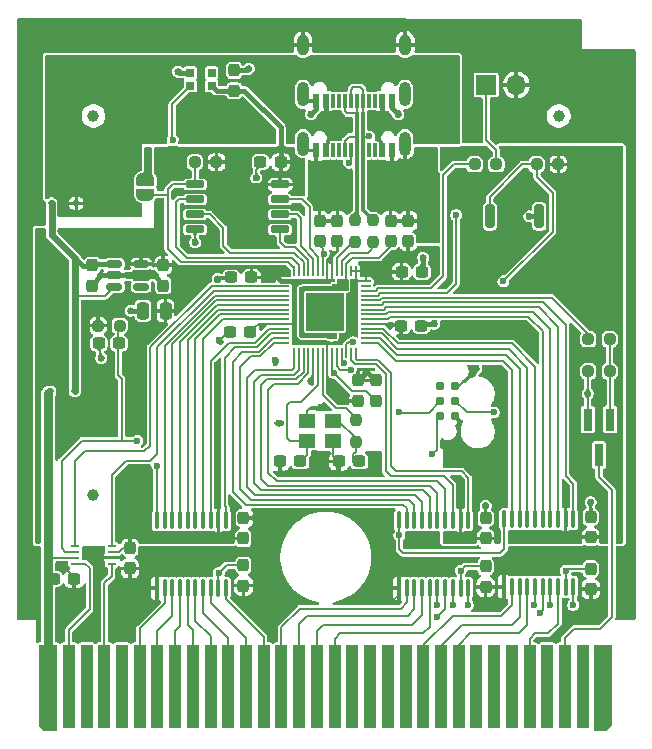
<source format=gtl>
G04 #@! TF.GenerationSoftware,KiCad,Pcbnew,9.0.5*
G04 #@! TF.CreationDate,2025-10-24T15:50:47+02:00*
G04 #@! TF.ProjectId,GameboyCartridgeV1.1,47616d65-626f-4794-9361-727472696467,rev?*
G04 #@! TF.SameCoordinates,Original*
G04 #@! TF.FileFunction,Copper,L1,Top*
G04 #@! TF.FilePolarity,Positive*
%FSLAX46Y46*%
G04 Gerber Fmt 4.6, Leading zero omitted, Abs format (unit mm)*
G04 Created by KiCad (PCBNEW 9.0.5) date 2025-10-24 15:50:47*
%MOMM*%
%LPD*%
G01*
G04 APERTURE LIST*
G04 Aperture macros list*
%AMRoundRect*
0 Rectangle with rounded corners*
0 $1 Rounding radius*
0 $2 $3 $4 $5 $6 $7 $8 $9 X,Y pos of 4 corners*
0 Add a 4 corners polygon primitive as box body*
4,1,4,$2,$3,$4,$5,$6,$7,$8,$9,$2,$3,0*
0 Add four circle primitives for the rounded corners*
1,1,$1+$1,$2,$3*
1,1,$1+$1,$4,$5*
1,1,$1+$1,$6,$7*
1,1,$1+$1,$8,$9*
0 Add four rect primitives between the rounded corners*
20,1,$1+$1,$2,$3,$4,$5,0*
20,1,$1+$1,$4,$5,$6,$7,0*
20,1,$1+$1,$6,$7,$8,$9,0*
20,1,$1+$1,$8,$9,$2,$3,0*%
%AMFreePoly0*
4,1,6,0.750000,-6.800000,-0.350000,-6.800000,-0.750000,-6.400000,-0.750000,0.500000,0.750000,0.500000,0.750000,-6.800000,0.750000,-6.800000,$1*%
%AMFreePoly1*
4,1,5,0.500000,-6.500000,-0.500000,-6.500000,-0.500000,0.500000,0.500000,0.500000,0.500000,-6.500000,0.500000,-6.500000,$1*%
%AMFreePoly2*
4,1,6,0.750000,-6.300000,0.250000,-6.800000,-0.750000,-6.800000,-0.750000,0.500000,0.750000,0.500000,0.750000,-6.300000,0.750000,-6.300000,$1*%
%AMFreePoly3*
4,1,23,0.500000,-0.750000,0.000000,-0.750000,0.000000,-0.745722,-0.065263,-0.745722,-0.191342,-0.711940,-0.304381,-0.646677,-0.396677,-0.554381,-0.461940,-0.441342,-0.495722,-0.315263,-0.495722,-0.250000,-0.500000,-0.250000,-0.500000,0.250000,-0.495722,0.250000,-0.495722,0.315263,-0.461940,0.441342,-0.396677,0.554381,-0.304381,0.646677,-0.191342,0.711940,-0.065263,0.745722,0.000000,0.745722,
0.000000,0.750000,0.500000,0.750000,0.500000,-0.750000,0.500000,-0.750000,$1*%
%AMFreePoly4*
4,1,23,0.000000,0.745722,0.065263,0.745722,0.191342,0.711940,0.304381,0.646677,0.396677,0.554381,0.461940,0.441342,0.495722,0.315263,0.495722,0.250000,0.500000,0.250000,0.500000,-0.250000,0.495722,-0.250000,0.495722,-0.315263,0.461940,-0.441342,0.396677,-0.554381,0.304381,-0.646677,0.191342,-0.711940,0.065263,-0.745722,0.000000,-0.745722,0.000000,-0.750000,-0.500000,-0.750000,
-0.500000,0.750000,0.000000,0.750000,0.000000,0.745722,0.000000,0.745722,$1*%
G04 Aperture macros list end*
G04 #@! TA.AperFunction,SMDPad,CuDef*
%ADD10RoundRect,0.237500X-0.300000X-0.237500X0.300000X-0.237500X0.300000X0.237500X-0.300000X0.237500X0*%
G04 #@! TD*
G04 #@! TA.AperFunction,SMDPad,CuDef*
%ADD11R,0.600000X1.150000*%
G04 #@! TD*
G04 #@! TA.AperFunction,SMDPad,CuDef*
%ADD12R,0.300000X1.150000*%
G04 #@! TD*
G04 #@! TA.AperFunction,ComponentPad*
%ADD13O,1.000000X2.100000*%
G04 #@! TD*
G04 #@! TA.AperFunction,ComponentPad*
%ADD14O,1.000000X1.800000*%
G04 #@! TD*
G04 #@! TA.AperFunction,SMDPad,CuDef*
%ADD15RoundRect,0.200000X-0.200000X-0.800000X0.200000X-0.800000X0.200000X0.800000X-0.200000X0.800000X0*%
G04 #@! TD*
G04 #@! TA.AperFunction,SMDPad,CuDef*
%ADD16RoundRect,0.237500X-0.237500X0.300000X-0.237500X-0.300000X0.237500X-0.300000X0.237500X0.300000X0*%
G04 #@! TD*
G04 #@! TA.AperFunction,SMDPad,CuDef*
%ADD17RoundRect,0.237500X0.237500X-0.250000X0.237500X0.250000X-0.237500X0.250000X-0.237500X-0.250000X0*%
G04 #@! TD*
G04 #@! TA.AperFunction,SMDPad,CuDef*
%ADD18RoundRect,0.237500X-0.237500X0.250000X-0.237500X-0.250000X0.237500X-0.250000X0.237500X0.250000X0*%
G04 #@! TD*
G04 #@! TA.AperFunction,ComponentPad*
%ADD19C,0.800000*%
G04 #@! TD*
G04 #@! TA.AperFunction,ConnectorPad*
%ADD20FreePoly0,0.000000*%
G04 #@! TD*
G04 #@! TA.AperFunction,ConnectorPad*
%ADD21FreePoly1,0.000000*%
G04 #@! TD*
G04 #@! TA.AperFunction,ConnectorPad*
%ADD22FreePoly2,0.000000*%
G04 #@! TD*
G04 #@! TA.AperFunction,SMDPad,CuDef*
%ADD23RoundRect,0.237500X0.300000X0.237500X-0.300000X0.237500X-0.300000X-0.237500X0.300000X-0.237500X0*%
G04 #@! TD*
G04 #@! TA.AperFunction,SMDPad,CuDef*
%ADD24RoundRect,0.237500X0.250000X0.237500X-0.250000X0.237500X-0.250000X-0.237500X0.250000X-0.237500X0*%
G04 #@! TD*
G04 #@! TA.AperFunction,ConnectorPad*
%ADD25C,0.787400*%
G04 #@! TD*
G04 #@! TA.AperFunction,SMDPad,CuDef*
%ADD26C,1.000000*%
G04 #@! TD*
G04 #@! TA.AperFunction,SMDPad,CuDef*
%ADD27RoundRect,0.150000X-0.512500X-0.150000X0.512500X-0.150000X0.512500X0.150000X-0.512500X0.150000X0*%
G04 #@! TD*
G04 #@! TA.AperFunction,SMDPad,CuDef*
%ADD28RoundRect,0.237500X0.237500X-0.300000X0.237500X0.300000X-0.237500X0.300000X-0.237500X-0.300000X0*%
G04 #@! TD*
G04 #@! TA.AperFunction,SMDPad,CuDef*
%ADD29RoundRect,0.237500X-0.250000X-0.237500X0.250000X-0.237500X0.250000X0.237500X-0.250000X0.237500X0*%
G04 #@! TD*
G04 #@! TA.AperFunction,SMDPad,CuDef*
%ADD30RoundRect,0.050000X-0.387500X-0.050000X0.387500X-0.050000X0.387500X0.050000X-0.387500X0.050000X0*%
G04 #@! TD*
G04 #@! TA.AperFunction,SMDPad,CuDef*
%ADD31RoundRect,0.050000X-0.050000X-0.387500X0.050000X-0.387500X0.050000X0.387500X-0.050000X0.387500X0*%
G04 #@! TD*
G04 #@! TA.AperFunction,SMDPad,CuDef*
%ADD32R,3.200000X3.200000*%
G04 #@! TD*
G04 #@! TA.AperFunction,ComponentPad*
%ADD33R,1.700000X1.700000*%
G04 #@! TD*
G04 #@! TA.AperFunction,ComponentPad*
%ADD34O,1.700000X1.700000*%
G04 #@! TD*
G04 #@! TA.AperFunction,SMDPad,CuDef*
%ADD35R,1.400000X1.200000*%
G04 #@! TD*
G04 #@! TA.AperFunction,SMDPad,CuDef*
%ADD36R,0.700000X0.700000*%
G04 #@! TD*
G04 #@! TA.AperFunction,SMDPad,CuDef*
%ADD37RoundRect,0.100000X-0.100000X0.637500X-0.100000X-0.637500X0.100000X-0.637500X0.100000X0.637500X0*%
G04 #@! TD*
G04 #@! TA.AperFunction,SMDPad,CuDef*
%ADD38FreePoly3,90.000000*%
G04 #@! TD*
G04 #@! TA.AperFunction,SMDPad,CuDef*
%ADD39FreePoly4,90.000000*%
G04 #@! TD*
G04 #@! TA.AperFunction,SMDPad,CuDef*
%ADD40RoundRect,0.150000X-0.650000X-0.150000X0.650000X-0.150000X0.650000X0.150000X-0.650000X0.150000X0*%
G04 #@! TD*
G04 #@! TA.AperFunction,SMDPad,CuDef*
%ADD41RoundRect,0.112500X-0.187500X-0.112500X0.187500X-0.112500X0.187500X0.112500X-0.187500X0.112500X0*%
G04 #@! TD*
G04 #@! TA.AperFunction,SMDPad,CuDef*
%ADD42RoundRect,0.250000X-0.250000X-0.475000X0.250000X-0.475000X0.250000X0.475000X-0.250000X0.475000X0*%
G04 #@! TD*
G04 #@! TA.AperFunction,SMDPad,CuDef*
%ADD43R,0.800000X1.900000*%
G04 #@! TD*
G04 #@! TA.AperFunction,SMDPad,CuDef*
%ADD44RoundRect,0.112500X0.187500X0.112500X-0.187500X0.112500X-0.187500X-0.112500X0.187500X-0.112500X0*%
G04 #@! TD*
G04 #@! TA.AperFunction,SMDPad,CuDef*
%ADD45R,0.750000X0.250000*%
G04 #@! TD*
G04 #@! TA.AperFunction,ViaPad*
%ADD46C,0.600000*%
G04 #@! TD*
G04 #@! TA.AperFunction,Conductor*
%ADD47C,0.200000*%
G04 #@! TD*
G04 #@! TA.AperFunction,Conductor*
%ADD48C,0.339000*%
G04 #@! TD*
G04 #@! TA.AperFunction,Conductor*
%ADD49C,0.400000*%
G04 #@! TD*
G04 #@! TA.AperFunction,Conductor*
%ADD50C,0.800000*%
G04 #@! TD*
G04 #@! TA.AperFunction,Conductor*
%ADD51C,0.600000*%
G04 #@! TD*
G04 #@! TA.AperFunction,Conductor*
%ADD52C,0.300000*%
G04 #@! TD*
G04 APERTURE END LIST*
D10*
X92550000Y-83250000D03*
X94275000Y-83250000D03*
D11*
X117360000Y-62740000D03*
X117355000Y-66915000D03*
X116560000Y-62740000D03*
X116555000Y-66915000D03*
D12*
X115410000Y-62740000D03*
X115405000Y-66915000D03*
X114410000Y-62740000D03*
X114405000Y-66915000D03*
X113910000Y-62740000D03*
X113905000Y-66915000D03*
X112910000Y-62740000D03*
X112905000Y-66915000D03*
D11*
X111760000Y-62740000D03*
X111755000Y-66915000D03*
X110960000Y-62740000D03*
X110955000Y-66915000D03*
X110960000Y-62740000D03*
X110955000Y-66915000D03*
X111760000Y-62740000D03*
X111755000Y-66915000D03*
D12*
X112410000Y-62740000D03*
X112405000Y-66915000D03*
X113410000Y-62740000D03*
X113405000Y-66915000D03*
X114910000Y-62740000D03*
X114905000Y-66915000D03*
X115910000Y-62740000D03*
X115905000Y-66915000D03*
D11*
X116560000Y-62740000D03*
X116555000Y-66915000D03*
X117360000Y-62740000D03*
X117355000Y-66915000D03*
D13*
X118480000Y-62165000D03*
D14*
X118480000Y-57985000D03*
D13*
X118475000Y-66340000D03*
X109840000Y-62165000D03*
D14*
X109840000Y-57985000D03*
D13*
X109835000Y-66340000D03*
D15*
X125650000Y-72500000D03*
X129850000Y-72500000D03*
D10*
X103637500Y-82250000D03*
X105362500Y-82250000D03*
D16*
X134200000Y-97937500D03*
X134200000Y-99662500D03*
D17*
X115750000Y-74662500D03*
X115750000Y-72837500D03*
D18*
X114300000Y-89737500D03*
X114300000Y-91562500D03*
D16*
X111250000Y-72887500D03*
X111250000Y-74612500D03*
X112750000Y-72887500D03*
X112750000Y-74612500D03*
X116000000Y-86387500D03*
X116000000Y-88112500D03*
D19*
X88266962Y-109283715D03*
D20*
X88266962Y-109283715D03*
D19*
X90016962Y-109283715D03*
D21*
X90016962Y-109283715D03*
D19*
X91516962Y-109283715D03*
D21*
X91516962Y-109283715D03*
D19*
X93016962Y-109283715D03*
D21*
X93016962Y-109283715D03*
D19*
X94516962Y-109283715D03*
D21*
X94516962Y-109283715D03*
D19*
X96016962Y-109283715D03*
D21*
X96016962Y-109283715D03*
D19*
X97516962Y-109283715D03*
D21*
X97516962Y-109283715D03*
D19*
X99016962Y-109283715D03*
D21*
X99016962Y-109283715D03*
D19*
X100516962Y-109283715D03*
D21*
X100516962Y-109283715D03*
D19*
X102016962Y-109283715D03*
D21*
X102016962Y-109283715D03*
D19*
X103516962Y-109283715D03*
D21*
X103516962Y-109283715D03*
D19*
X105016962Y-109283715D03*
D21*
X105016962Y-109283715D03*
D19*
X106516962Y-109283715D03*
D21*
X106516962Y-109283715D03*
D19*
X108016962Y-109283715D03*
D21*
X108016962Y-109283715D03*
D19*
X109516962Y-109283715D03*
D21*
X109516962Y-109283715D03*
D19*
X111016962Y-109283715D03*
D21*
X111016962Y-109283715D03*
D19*
X112516962Y-109283715D03*
D21*
X112516962Y-109283715D03*
D19*
X114016962Y-109283715D03*
D21*
X114016962Y-109283715D03*
D19*
X115516962Y-109283715D03*
D21*
X115516962Y-109283715D03*
D19*
X117016962Y-109283715D03*
D21*
X117016962Y-109283715D03*
D19*
X118516962Y-109283715D03*
D21*
X118516962Y-109283715D03*
D19*
X120016962Y-109283715D03*
D21*
X120016962Y-109283715D03*
D19*
X121516962Y-109283715D03*
D21*
X121516962Y-109283715D03*
D19*
X123016962Y-109283715D03*
D21*
X123016962Y-109283715D03*
D19*
X124516962Y-109283715D03*
D21*
X124516962Y-109283715D03*
D19*
X126016962Y-109283715D03*
D21*
X126016962Y-109283715D03*
D19*
X127516962Y-109283715D03*
D21*
X127516962Y-109283715D03*
D19*
X129016962Y-109283715D03*
D21*
X129016962Y-109283715D03*
D19*
X130516962Y-109283715D03*
D21*
X130516962Y-109283715D03*
D19*
X132016962Y-109283715D03*
D21*
X132016962Y-109283715D03*
D19*
X133516962Y-109283715D03*
D21*
X133516962Y-109283715D03*
D19*
X135266962Y-109283715D03*
D22*
X135266962Y-109283715D03*
D23*
X119862500Y-81750000D03*
X118137500Y-81750000D03*
D24*
X135812500Y-85600000D03*
X133987500Y-85600000D03*
D10*
X107887500Y-93250000D03*
X109612500Y-93250000D03*
D16*
X104800000Y-98037500D03*
X104800000Y-99762500D03*
D25*
X122735000Y-89420000D03*
X121465000Y-89420000D03*
X122735000Y-88150000D03*
X121465000Y-88150000D03*
X122735000Y-86880000D03*
X121465000Y-86880000D03*
D26*
X92100000Y-96100000D03*
D27*
X93862500Y-76550000D03*
X93862500Y-77500000D03*
X93862500Y-78450000D03*
X96137500Y-78450000D03*
X96137500Y-76550000D03*
D10*
X112887500Y-93250000D03*
X114612500Y-93250000D03*
D28*
X134200000Y-104062500D03*
X134200000Y-102337500D03*
X95200000Y-102312500D03*
X95200000Y-100587500D03*
X104800000Y-103762500D03*
X104800000Y-102037500D03*
D29*
X92500000Y-81750000D03*
X94325000Y-81750000D03*
D30*
X108262500Y-78000000D03*
X108262500Y-78400000D03*
X108262500Y-78800000D03*
X108262500Y-79200000D03*
X108262500Y-79600000D03*
X108262500Y-80000000D03*
X108262500Y-80400000D03*
X108262500Y-80800000D03*
X108262500Y-81200000D03*
X108262500Y-81600000D03*
X108262500Y-82000000D03*
X108262500Y-82400000D03*
X108262500Y-82800000D03*
X108262500Y-83200000D03*
D31*
X109100000Y-84037500D03*
X109500000Y-84037500D03*
X109900000Y-84037500D03*
X110300000Y-84037500D03*
X110700000Y-84037500D03*
X111100000Y-84037500D03*
X111500000Y-84037500D03*
X111900000Y-84037500D03*
X112300000Y-84037500D03*
X112700000Y-84037500D03*
X113100000Y-84037500D03*
X113500000Y-84037500D03*
X113900000Y-84037500D03*
X114300000Y-84037500D03*
D30*
X115137500Y-83200000D03*
X115137500Y-82800000D03*
X115137500Y-82400000D03*
X115137500Y-82000000D03*
X115137500Y-81600000D03*
X115137500Y-81200000D03*
X115137500Y-80800000D03*
X115137500Y-80400000D03*
X115137500Y-80000000D03*
X115137500Y-79600000D03*
X115137500Y-79200000D03*
X115137500Y-78800000D03*
X115137500Y-78400000D03*
X115137500Y-78000000D03*
D31*
X114300000Y-77162500D03*
X113900000Y-77162500D03*
X113500000Y-77162500D03*
X113100000Y-77162500D03*
X112700000Y-77162500D03*
X112300000Y-77162500D03*
X111900000Y-77162500D03*
X111500000Y-77162500D03*
X111100000Y-77162500D03*
X110700000Y-77162500D03*
X110300000Y-77162500D03*
X109900000Y-77162500D03*
X109500000Y-77162500D03*
X109100000Y-77162500D03*
D32*
X111700000Y-80600000D03*
D10*
X103737500Y-77675000D03*
X105462500Y-77675000D03*
D26*
X92100000Y-64000000D03*
D33*
X125345000Y-61375000D03*
D34*
X127885000Y-61375000D03*
D35*
X112400000Y-89800000D03*
X110200000Y-89800000D03*
X110200000Y-91500000D03*
X112400000Y-91500000D03*
D23*
X90462500Y-103200000D03*
X88737500Y-103200000D03*
D16*
X114500000Y-86387500D03*
X114500000Y-88112500D03*
D24*
X135812500Y-82900000D03*
X133987500Y-82900000D03*
D29*
X124387500Y-68100000D03*
X126212500Y-68100000D03*
D28*
X98000000Y-78362500D03*
X98000000Y-76637500D03*
D36*
X102115000Y-61450000D03*
X102115000Y-60350000D03*
X100285000Y-60350000D03*
X100285000Y-61450000D03*
D28*
X125300000Y-103862500D03*
X125300000Y-102137500D03*
D23*
X119912500Y-77200000D03*
X118187500Y-77200000D03*
D37*
X123825000Y-98237500D03*
X123175000Y-98237500D03*
X122525000Y-98237500D03*
X121875000Y-98237500D03*
X121225000Y-98237500D03*
X120575000Y-98237500D03*
X119925000Y-98237500D03*
X119275000Y-98237500D03*
X118625000Y-98237500D03*
X117975000Y-98237500D03*
X117975000Y-103962500D03*
X118625000Y-103962500D03*
X119275000Y-103962500D03*
X119925000Y-103962500D03*
X120575000Y-103962500D03*
X121225000Y-103962500D03*
X121875000Y-103962500D03*
X122525000Y-103962500D03*
X123175000Y-103962500D03*
X123825000Y-103962500D03*
D38*
X96500000Y-70650000D03*
D39*
X96500000Y-69350000D03*
D16*
X104000000Y-60137500D03*
X104000000Y-61862500D03*
D17*
X114250000Y-74662500D03*
X114250000Y-72837500D03*
D10*
X106237500Y-67900000D03*
X107962500Y-67900000D03*
D26*
X131500000Y-64000000D03*
D16*
X125300000Y-98037500D03*
X125300000Y-99762500D03*
D40*
X100700000Y-69795000D03*
X100700000Y-71065000D03*
X100700000Y-72335000D03*
X100700000Y-73605000D03*
X107900000Y-73605000D03*
X107900000Y-72335000D03*
X107900000Y-71065000D03*
X107900000Y-69795000D03*
D29*
X129627500Y-68100000D03*
X131452500Y-68100000D03*
D37*
X103325000Y-98237500D03*
X102675000Y-98237500D03*
X102025000Y-98237500D03*
X101375000Y-98237500D03*
X100725000Y-98237500D03*
X100075000Y-98237500D03*
X99425000Y-98237500D03*
X98775000Y-98237500D03*
X98125000Y-98237500D03*
X97475000Y-98237500D03*
X97475000Y-103962500D03*
X98125000Y-103962500D03*
X98775000Y-103962500D03*
X99425000Y-103962500D03*
X100075000Y-103962500D03*
X100725000Y-103962500D03*
X101375000Y-103962500D03*
X102025000Y-103962500D03*
X102675000Y-103962500D03*
X103325000Y-103962500D03*
D28*
X92000000Y-78362500D03*
X92000000Y-76637500D03*
D37*
X132725000Y-98137500D03*
X132075000Y-98137500D03*
X131425000Y-98137500D03*
X130775000Y-98137500D03*
X130125000Y-98137500D03*
X129475000Y-98137500D03*
X128825000Y-98137500D03*
X128175000Y-98137500D03*
X127525000Y-98137500D03*
X126875000Y-98137500D03*
X126875000Y-103862500D03*
X127525000Y-103862500D03*
X128175000Y-103862500D03*
X128825000Y-103862500D03*
X129475000Y-103862500D03*
X130125000Y-103862500D03*
X130775000Y-103862500D03*
X131425000Y-103862500D03*
X132075000Y-103862500D03*
X132725000Y-103862500D03*
D41*
X88550000Y-71400000D03*
X90650000Y-71400000D03*
D42*
X96300000Y-80500000D03*
X98200000Y-80500000D03*
D43*
X135850000Y-89700000D03*
X133950000Y-89700000D03*
X134900000Y-92700000D03*
D44*
X90550000Y-87300000D03*
X88450000Y-87300000D03*
D29*
X100687500Y-67900000D03*
X102512500Y-67900000D03*
D45*
X93650000Y-101900000D03*
X93650000Y-101400000D03*
X93650000Y-100900000D03*
X93650000Y-100400000D03*
X90550000Y-100400000D03*
X90550000Y-100900000D03*
X90550000Y-101400000D03*
X90550000Y-101900000D03*
D16*
X118750000Y-72887500D03*
X118750000Y-74612500D03*
X117250000Y-72887500D03*
X117250000Y-74612500D03*
D46*
X124500000Y-85400000D03*
X124100000Y-65300000D03*
X137700000Y-104200000D03*
X112800000Y-79500000D03*
X85900000Y-76200000D03*
X127900000Y-56200000D03*
X105400000Y-105300000D03*
X85900000Y-94200000D03*
X85900000Y-100200000D03*
X92750000Y-84500000D03*
X137700000Y-106200000D03*
X133950000Y-87500000D03*
X85900000Y-92200000D03*
X118750000Y-71750000D03*
X121900000Y-56200000D03*
X110500001Y-86448527D03*
X107500000Y-84700000D03*
X105250000Y-60000000D03*
X85900000Y-62200000D03*
X135000000Y-60900000D03*
X85900000Y-102200000D03*
X85900000Y-78200000D03*
X85900000Y-66200000D03*
X85900000Y-68200000D03*
X91900000Y-56200000D03*
X85900000Y-64200000D03*
X134200000Y-96700000D03*
X137700000Y-70200000D03*
X121900000Y-58100000D03*
X134200000Y-105400000D03*
X125900000Y-56200000D03*
X137700000Y-86200000D03*
X117400000Y-105100000D03*
X96700000Y-67900000D03*
X105800000Y-98000000D03*
X112000000Y-71050000D03*
X120000000Y-76000000D03*
X129900000Y-58000000D03*
X111700000Y-80700000D03*
X119900000Y-56200000D03*
X115181250Y-85568750D03*
X96800000Y-57900000D03*
X126600000Y-105300000D03*
X137700000Y-84200000D03*
X137700000Y-60200000D03*
X92100000Y-106500000D03*
X107800000Y-90000000D03*
X137700000Y-72200000D03*
X132000000Y-60900000D03*
X125300000Y-105300000D03*
X137700000Y-76200000D03*
X95000000Y-77500000D03*
X127900000Y-100900000D03*
X94900000Y-57900000D03*
X137700000Y-68200000D03*
X85900000Y-56200000D03*
X94600000Y-106500000D03*
X95250000Y-80500000D03*
X85900000Y-70200000D03*
X137700000Y-100200000D03*
X112750000Y-71750000D03*
X114900000Y-57700000D03*
X137700000Y-98200000D03*
X111900000Y-56200000D03*
X109900000Y-56200000D03*
X112800000Y-57700000D03*
X137700000Y-94200000D03*
X111250000Y-71750000D03*
X85900000Y-90200000D03*
X89900000Y-56200000D03*
X118700000Y-100000000D03*
X100800000Y-57900000D03*
X112650000Y-69250000D03*
X129900000Y-65300000D03*
X102750000Y-83000000D03*
X92200000Y-101550000D03*
X115900000Y-56200000D03*
X85900000Y-74200000D03*
X137700000Y-78200000D03*
X120940000Y-81600000D03*
X85900000Y-104200000D03*
X113900000Y-56200000D03*
X105891139Y-69250000D03*
X99250000Y-60250000D03*
X111350000Y-88650000D03*
X137700000Y-66200000D03*
X105900000Y-56200000D03*
X85900000Y-86200000D03*
X107900000Y-56200000D03*
X129000000Y-72500000D03*
X137700000Y-88200000D03*
X127900000Y-58000000D03*
X111700000Y-79500000D03*
X137700000Y-74200000D03*
X101900000Y-56200000D03*
X95200000Y-103500000D03*
X129900000Y-56200000D03*
X106900000Y-57900000D03*
X137700000Y-90200000D03*
X112750000Y-94250000D03*
X110505474Y-63864476D03*
X117900000Y-56200000D03*
X112800000Y-81800000D03*
X85900000Y-60200000D03*
X137700000Y-82200000D03*
X121100000Y-100000000D03*
X107200000Y-106500000D03*
X85900000Y-82200000D03*
X89500000Y-102100000D03*
X99900000Y-56200000D03*
X117905474Y-63864476D03*
X136400000Y-58900000D03*
X85900000Y-96200000D03*
X97900000Y-56200000D03*
X85900000Y-80200000D03*
X116750000Y-69250000D03*
X95300000Y-105400000D03*
X85900000Y-98200000D03*
X135000000Y-63200000D03*
X103900000Y-56200000D03*
X137700000Y-96200000D03*
X137700000Y-62200000D03*
X111700000Y-81800000D03*
X93700000Y-105400000D03*
X85900000Y-106200000D03*
X100700000Y-74700000D03*
X108000000Y-94250000D03*
X123900000Y-56200000D03*
X110600000Y-81800000D03*
X110600000Y-79500000D03*
X135000000Y-65200000D03*
X102700000Y-100900000D03*
X97000000Y-105400000D03*
X85900000Y-58200000D03*
X93900000Y-56200000D03*
X95900000Y-56200000D03*
X135300000Y-100900000D03*
X85900000Y-84200000D03*
X103000000Y-57900000D03*
X131900000Y-56200000D03*
X137700000Y-80200000D03*
X133550000Y-58900000D03*
X85900000Y-72200000D03*
X137700000Y-92200000D03*
X110600000Y-80700000D03*
X98800000Y-57900000D03*
X131300000Y-100900000D03*
X131900000Y-58000000D03*
X117250000Y-71750000D03*
X112800000Y-80700000D03*
X102600000Y-77800000D03*
X87900000Y-56200000D03*
X125900000Y-58100000D03*
X137700000Y-102200000D03*
X137700000Y-64200000D03*
X104900000Y-57900000D03*
X85900000Y-88200000D03*
X125300000Y-97000000D03*
X123200000Y-99600000D03*
X109491176Y-78050000D03*
X132100000Y-99400000D03*
X117293165Y-81672386D03*
X116600000Y-77162500D03*
X123000000Y-91800000D03*
X124750000Y-78500000D03*
X102575000Y-85250000D03*
X106750000Y-75000000D03*
X124750000Y-81750000D03*
X109250000Y-83000000D03*
X120800000Y-92650000D03*
X113268933Y-84892098D03*
X126800000Y-78000000D03*
X114100000Y-83100000D03*
X126000000Y-89100000D03*
X118000000Y-89100000D03*
X113871278Y-85466346D03*
X123200000Y-102500000D03*
X132100000Y-102500000D03*
X88272528Y-105663384D03*
X102700000Y-102700000D03*
X121174500Y-105400000D03*
X121200000Y-106400000D03*
X122500000Y-105400000D03*
X123800000Y-105400000D03*
X129424500Y-105400000D03*
X129904610Y-106039295D03*
X130724500Y-105400000D03*
X132700000Y-105400000D03*
X111590484Y-75654093D03*
X112600000Y-78500000D03*
X112250000Y-82650002D03*
X112450000Y-85750000D03*
X118000000Y-99500000D03*
X95800000Y-91500000D03*
X97500000Y-93600000D03*
X122800000Y-72400000D03*
X98800000Y-66000000D03*
X113750000Y-67950000D03*
X115463343Y-65731671D03*
D47*
X105891139Y-69250000D02*
X105891139Y-68608861D01*
X105891139Y-68608861D02*
X106237500Y-68262500D01*
X106237500Y-68262500D02*
X106237500Y-67900000D01*
D48*
X114905000Y-65750000D02*
X114905000Y-71992500D01*
X114905000Y-71992500D02*
X115750000Y-72837500D01*
X115750000Y-72837500D02*
X115950000Y-72837500D01*
D47*
X110550000Y-88650000D02*
X111350000Y-88650000D01*
X126875000Y-105025000D02*
X126600000Y-105300000D01*
X102800000Y-83000000D02*
X103500000Y-82300000D01*
X108000000Y-94250000D02*
X108000000Y-93362500D01*
X123041435Y-86880000D02*
X124500000Y-85421435D01*
X104800000Y-103762500D02*
X104800000Y-104700000D01*
X134200000Y-97937500D02*
X134200000Y-96700000D01*
D49*
X117360000Y-63319002D02*
X117905474Y-63864476D01*
D47*
X90462500Y-103062500D02*
X89500000Y-102100000D01*
D49*
X110960000Y-63409950D02*
X110505474Y-63864476D01*
X97225000Y-77500000D02*
X95000000Y-77500000D01*
X99250000Y-60250000D02*
X99350000Y-60350000D01*
D47*
X125300000Y-103862500D02*
X125300000Y-105300000D01*
X102750000Y-83000000D02*
X102800000Y-83000000D01*
X90462500Y-103200000D02*
X90462500Y-103062500D01*
D49*
X129000000Y-72500000D02*
X129850000Y-72500000D01*
D47*
X126875000Y-103862500D02*
X126875000Y-105025000D01*
D49*
X120000000Y-76977500D02*
X120000000Y-76000000D01*
D47*
X110500001Y-86448527D02*
X110700000Y-86248528D01*
X92637500Y-84387500D02*
X92750000Y-84500000D01*
X133950000Y-87500000D02*
X133950000Y-85637500D01*
X104800000Y-98037500D02*
X105762500Y-98037500D01*
X122735000Y-86880000D02*
X123041435Y-86880000D01*
X96500000Y-69350000D02*
X96500000Y-68100000D01*
X92350000Y-101400000D02*
X92200000Y-101550000D01*
X115967500Y-86267500D02*
X115700000Y-86000000D01*
X100700000Y-73605000D02*
X100700000Y-74500000D01*
D49*
X119627500Y-81600000D02*
X120940000Y-81600000D01*
D47*
X110200000Y-89000000D02*
X110550000Y-88650000D01*
X93650000Y-101400000D02*
X92350000Y-101400000D01*
X124500000Y-85421435D02*
X124500000Y-85400000D01*
X112400000Y-92762500D02*
X112400000Y-91500000D01*
D49*
X114961212Y-85750000D02*
X114961212Y-85926288D01*
D47*
X133950000Y-87500000D02*
X133950000Y-89700000D01*
D49*
X92775000Y-77500000D02*
X93862500Y-77500000D01*
X115161212Y-85550000D02*
X114961212Y-85750000D01*
X104000000Y-60137500D02*
X105112500Y-60137500D01*
D47*
X108000000Y-93362500D02*
X107887500Y-93250000D01*
X117975000Y-104525000D02*
X117400000Y-105100000D01*
X105762500Y-98037500D02*
X105800000Y-98000000D01*
X117975000Y-103962500D02*
X117975000Y-104525000D01*
X119912500Y-77065000D02*
X120000000Y-76977500D01*
X134200000Y-104062500D02*
X134200000Y-105400000D01*
X110700000Y-86248528D02*
X110700000Y-84037500D01*
X97475000Y-104925000D02*
X97000000Y-105400000D01*
D49*
X95250000Y-80500000D02*
X96300000Y-80500000D01*
D47*
X95200000Y-102312500D02*
X95200000Y-103500000D01*
D49*
X99350000Y-60350000D02*
X100285000Y-60350000D01*
D47*
X103500000Y-82300000D02*
X104032500Y-82300000D01*
D49*
X115181250Y-85568750D02*
X116000000Y-86387500D01*
X114961212Y-85926288D02*
X114500000Y-86387500D01*
D47*
X97475000Y-103962500D02*
X97475000Y-104925000D01*
D49*
X105112500Y-60137500D02*
X105250000Y-60000000D01*
D47*
X110200000Y-89800000D02*
X110200000Y-89000000D01*
X125300000Y-98037500D02*
X125300000Y-97000000D01*
D49*
X110960000Y-62740000D02*
X110960000Y-63409950D01*
X95000000Y-77500000D02*
X93862500Y-77500000D01*
X117360000Y-62740000D02*
X117360000Y-63319002D01*
D47*
X100700000Y-74500000D02*
X100700000Y-74700000D01*
X112750000Y-94250000D02*
X112750000Y-93387500D01*
X104800000Y-104700000D02*
X105400000Y-105300000D01*
D49*
X92000000Y-78275000D02*
X92775000Y-77500000D01*
X98000000Y-78275000D02*
X97225000Y-77500000D01*
D47*
X92637500Y-83250000D02*
X92637500Y-84387500D01*
X112887500Y-93250000D02*
X112400000Y-92762500D01*
X104032500Y-77800000D02*
X102600000Y-77800000D01*
X96500000Y-68100000D02*
X96700000Y-67900000D01*
X112750000Y-93387500D02*
X112887500Y-93250000D01*
D49*
X104862500Y-61862500D02*
X107962500Y-64962500D01*
D47*
X114300000Y-77800000D02*
X114500000Y-78000000D01*
X94562500Y-100587500D02*
X95200000Y-100587500D01*
X106600000Y-77700000D02*
X106700000Y-77800000D01*
X111900000Y-84037500D02*
X111900000Y-83300000D01*
X112300000Y-77162500D02*
X112300000Y-77800000D01*
X132075000Y-99375000D02*
X132100000Y-99400000D01*
X107900000Y-69795000D02*
X107900000Y-67962500D01*
X106420712Y-81679288D02*
X105933212Y-81679288D01*
X113900000Y-77162500D02*
X114300000Y-77162500D01*
X112300000Y-75900000D02*
X112400000Y-75800000D01*
X108262500Y-81600000D02*
X109000000Y-81600000D01*
X114300000Y-77162500D02*
X114300000Y-77800000D01*
X103200000Y-69800000D02*
X106200000Y-69800000D01*
X94250000Y-100900000D02*
X94562500Y-100587500D01*
X108262500Y-78000000D02*
X109050000Y-78000000D01*
X116600000Y-77162500D02*
X115062500Y-77162500D01*
X112300000Y-77162500D02*
X112300000Y-75900000D01*
X117365551Y-81600000D02*
X117293165Y-81672386D01*
X115062500Y-77162500D02*
X115100000Y-77200000D01*
X125300000Y-99762500D02*
X123362500Y-99762500D01*
X107900000Y-67962500D02*
X107962500Y-67900000D01*
X107900000Y-69795000D02*
X106205000Y-69795000D01*
X102862500Y-99762500D02*
X102700000Y-99600000D01*
X114300000Y-77162500D02*
X115062500Y-77162500D01*
D49*
X107962500Y-64962500D02*
X107962500Y-67900000D01*
D47*
X118492500Y-81600000D02*
X117365551Y-81600000D01*
X123175000Y-99575000D02*
X123200000Y-99600000D01*
X115137500Y-81600000D02*
X117220779Y-81600000D01*
X132075000Y-98137500D02*
X132075000Y-99375000D01*
D49*
X108817486Y-77949000D02*
X107949000Y-77949000D01*
X102527500Y-61862500D02*
X104000000Y-61862500D01*
D47*
X105933212Y-81679288D02*
X105312500Y-82300000D01*
X118445000Y-77162500D02*
X118482500Y-77200000D01*
X116600000Y-77162500D02*
X118445000Y-77162500D01*
X122735000Y-89420000D02*
X123000000Y-89685000D01*
X131452500Y-68100000D02*
X132500000Y-68100000D01*
X106500000Y-81600000D02*
X106420712Y-81679288D01*
D49*
X109491176Y-78050000D02*
X108918486Y-78050000D01*
D47*
X102675000Y-98237500D02*
X102675000Y-99575000D01*
X111900000Y-84037500D02*
X111900000Y-86425000D01*
D49*
X108918486Y-78050000D02*
X108817486Y-77949000D01*
D47*
X115137500Y-77237500D02*
X115137500Y-78000000D01*
X111900000Y-76300000D02*
X112300000Y-75900000D01*
X123000000Y-89685000D02*
X123000000Y-91800000D01*
X93650000Y-100900000D02*
X94250000Y-100900000D01*
X111900000Y-77162500D02*
X111900000Y-76300000D01*
X115100000Y-77200000D02*
X115137500Y-77237500D01*
X111900000Y-77162500D02*
X111900000Y-77800000D01*
D49*
X107949000Y-77949000D02*
X107500000Y-77500000D01*
D47*
X102512500Y-67900000D02*
X102512500Y-69112500D01*
X102675000Y-99575000D02*
X102700000Y-99600000D01*
X114500000Y-78000000D02*
X115000000Y-78000000D01*
X112300000Y-77800000D02*
X112200000Y-77900000D01*
X106205000Y-69795000D02*
X106200000Y-69800000D01*
X104800000Y-99762500D02*
X102862500Y-99762500D01*
X117220779Y-81600000D02*
X117293165Y-81672386D01*
X134200000Y-99662500D02*
X132362500Y-99662500D01*
D49*
X104000000Y-61862500D02*
X104862500Y-61862500D01*
D47*
X123362500Y-99762500D02*
X123200000Y-99600000D01*
X108262500Y-81600000D02*
X106500000Y-81600000D01*
X102512500Y-69112500D02*
X103200000Y-69800000D01*
X123175000Y-98237500D02*
X123175000Y-99575000D01*
D49*
X102115000Y-61450000D02*
X102527500Y-61862500D01*
D47*
X132362500Y-99662500D02*
X132100000Y-99400000D01*
X113268933Y-84892098D02*
X113268933Y-84882441D01*
X113268933Y-84882441D02*
X113100000Y-84713508D01*
X121175000Y-89710000D02*
X121175000Y-92275000D01*
X113100000Y-84713508D02*
X113100000Y-84037500D01*
X121175000Y-92275000D02*
X120800000Y-92650000D01*
X121465000Y-89420000D02*
X121175000Y-89710000D01*
X122735000Y-88150000D02*
X123685000Y-89100000D01*
X125650000Y-70850000D02*
X125650000Y-72500000D01*
X128400000Y-68100000D02*
X125650000Y-70850000D01*
X126800000Y-78000000D02*
X131000000Y-73800000D01*
X113700000Y-83100000D02*
X113500000Y-83300000D01*
X114100000Y-83100000D02*
X113700000Y-83100000D01*
X129627500Y-68100000D02*
X128400000Y-68100000D01*
X113500000Y-83300000D02*
X113500000Y-84037500D01*
X131000000Y-70500000D02*
X129627500Y-69127500D01*
X131000000Y-73800000D02*
X131000000Y-70500000D01*
X123685000Y-89100000D02*
X126000000Y-89100000D01*
X129627500Y-69127500D02*
X129627500Y-68100000D01*
X112998378Y-85466346D02*
X112700000Y-85167968D01*
X121465000Y-88150000D02*
X120509714Y-89105286D01*
X117844714Y-89105286D02*
X120509714Y-89105286D01*
X112700000Y-85167968D02*
X112700000Y-84037500D01*
X113871278Y-85466346D02*
X112998378Y-85466346D01*
X135812500Y-85600000D02*
X135812500Y-82900000D01*
X135850000Y-89700000D02*
X135850000Y-85637500D01*
X122600000Y-68100000D02*
X121700000Y-69000000D01*
X116017359Y-78800000D02*
X116227360Y-78590000D01*
X121700000Y-69000000D02*
X121700000Y-77590000D01*
X115137500Y-78800000D02*
X116017359Y-78800000D01*
X121700000Y-77590000D02*
X120700000Y-78590000D01*
X116227360Y-78590000D02*
X120700000Y-78590000D01*
X124387500Y-68100000D02*
X122600000Y-68100000D01*
X132016962Y-109283715D02*
X132016962Y-108183038D01*
X132016962Y-108183038D02*
X132800000Y-107400000D01*
X136000000Y-106400000D02*
X136000000Y-95700000D01*
X134900000Y-94600000D02*
X134900000Y-92700000D01*
X132800000Y-107400000D02*
X135000000Y-107400000D01*
X136000000Y-95700000D02*
X134900000Y-94600000D01*
X135000000Y-107400000D02*
X136000000Y-106400000D01*
X104800000Y-102037500D02*
X103362500Y-102037500D01*
X102675000Y-103962500D02*
X102675000Y-102725000D01*
X132262500Y-102337500D02*
X132100000Y-102500000D01*
X123175000Y-103962500D02*
X123175000Y-102525000D01*
X123562500Y-102137500D02*
X123200000Y-102500000D01*
X90550000Y-101400000D02*
X88266962Y-101400000D01*
D50*
X88266962Y-106596651D02*
X88265112Y-106594801D01*
D47*
X134200000Y-102337500D02*
X132262500Y-102337500D01*
X132075000Y-102525000D02*
X132100000Y-102500000D01*
D50*
X88266962Y-105657818D02*
X88266962Y-101400000D01*
X88272528Y-105663384D02*
X88266962Y-105657818D01*
X88266962Y-106592951D02*
X88266962Y-105668950D01*
X88266962Y-101400000D02*
X88266962Y-87466962D01*
X88266962Y-109283715D02*
X88266962Y-106596651D01*
D47*
X132075000Y-103862500D02*
X132075000Y-102525000D01*
D50*
X88265112Y-106594801D02*
X88266962Y-106592951D01*
D47*
X123175000Y-102525000D02*
X123200000Y-102500000D01*
D50*
X88266962Y-105668950D02*
X88272528Y-105663384D01*
D47*
X102675000Y-102725000D02*
X102700000Y-102700000D01*
X103362500Y-102037500D02*
X102700000Y-102700000D01*
X125300000Y-102137500D02*
X123562500Y-102137500D01*
D49*
X92000000Y-76725000D02*
X91225000Y-76725000D01*
D47*
X93862500Y-78450000D02*
X93062500Y-79250000D01*
D49*
X92175000Y-76550000D02*
X92000000Y-76725000D01*
D51*
X88550000Y-71400000D02*
X88550000Y-74050000D01*
X88550000Y-74050000D02*
X90550000Y-76050000D01*
D49*
X93862500Y-76550000D02*
X92175000Y-76550000D01*
D47*
X93062500Y-79250000D02*
X90550000Y-79250000D01*
D51*
X90550000Y-76050000D02*
X90550000Y-87300000D01*
D49*
X91225000Y-76725000D02*
X90550000Y-76050000D01*
D52*
X111755000Y-66496777D02*
X111935719Y-66316058D01*
D49*
X111760000Y-63809950D02*
X111705474Y-63864476D01*
D52*
X111935719Y-66157281D02*
X112250000Y-65843000D01*
D49*
X116560000Y-62740000D02*
X116560000Y-63819002D01*
X116560000Y-63819002D02*
X116605474Y-63864476D01*
X111760000Y-62740000D02*
X111760000Y-63809950D01*
D52*
X116326868Y-66158541D02*
X116326868Y-66109868D01*
X111935719Y-66316058D02*
X111935719Y-66157281D01*
X111755000Y-66915000D02*
X111755000Y-66496777D01*
X116555000Y-66915000D02*
X116555000Y-66386673D01*
X116555000Y-66386673D02*
X116326868Y-66158541D01*
X116326868Y-66109868D02*
X116217000Y-66000000D01*
D47*
X98805000Y-69795000D02*
X98400000Y-70200000D01*
X99501000Y-76351000D02*
X98400000Y-75250000D01*
X98350000Y-70650000D02*
X98400000Y-70700000D01*
X96500000Y-70650000D02*
X98350000Y-70650000D01*
X100700000Y-69795000D02*
X100700000Y-67912500D01*
X108569750Y-76351000D02*
X99501000Y-76351000D01*
X109100000Y-77162500D02*
X109100000Y-76881250D01*
X100700000Y-67912500D02*
X100687500Y-67900000D01*
X100700000Y-69795000D02*
X98805000Y-69795000D01*
X109100000Y-76881250D02*
X108569750Y-76351000D01*
X98400000Y-70200000D02*
X98400000Y-70700000D01*
X98400000Y-75250000D02*
X98400000Y-70700000D01*
X99100000Y-75100000D02*
X99100000Y-71300000D01*
X99100000Y-71300000D02*
X99335000Y-71065000D01*
X108869975Y-76000000D02*
X100000000Y-76000000D01*
X100000000Y-76000000D02*
X99100000Y-75100000D01*
X109500000Y-77162500D02*
X109500000Y-76630025D01*
X109500000Y-76630025D02*
X108869975Y-76000000D01*
X99335000Y-71065000D02*
X100700000Y-71065000D01*
X103100000Y-73500000D02*
X101935000Y-72335000D01*
X103100000Y-75000000D02*
X103100000Y-73500000D01*
X109900000Y-77162500D02*
X109900000Y-76400000D01*
X101935000Y-72335000D02*
X100700000Y-72335000D01*
X109100000Y-75600000D02*
X103700000Y-75600000D01*
X109900000Y-76400000D02*
X109100000Y-75600000D01*
X103700000Y-75600000D02*
X103100000Y-75000000D01*
X107900000Y-74700000D02*
X107900000Y-73605000D01*
X109165686Y-75100000D02*
X110300000Y-76234314D01*
X110300000Y-77162500D02*
X110300000Y-76234314D01*
X109165686Y-75100000D02*
X108300000Y-75100000D01*
X108300000Y-75100000D02*
X107900000Y-74700000D01*
X107900000Y-72335000D02*
X109335000Y-72335000D01*
X110700000Y-77162500D02*
X110700000Y-76068628D01*
X109631372Y-72631372D02*
X109631372Y-75000000D01*
X110700000Y-76068628D02*
X109631372Y-75000000D01*
X109335000Y-72335000D02*
X109631372Y-72631372D01*
X109765000Y-71065000D02*
X107900000Y-71065000D01*
X111100000Y-77162500D02*
X111100000Y-75902942D01*
X110400000Y-71700000D02*
X109765000Y-71065000D01*
X111100000Y-75902942D02*
X110400000Y-75202942D01*
X110400000Y-75202942D02*
X110400000Y-71700000D01*
X117750000Y-84750000D02*
X126750000Y-84750000D01*
X126750000Y-84750000D02*
X127525000Y-85525000D01*
X127525000Y-85525000D02*
X127525000Y-98137500D01*
X115137500Y-83200000D02*
X116200000Y-83200000D01*
X116200000Y-83200000D02*
X117750000Y-84750000D01*
X116320100Y-82800000D02*
X117770100Y-84250000D01*
X127000000Y-84250000D02*
X128175000Y-85425000D01*
X115137500Y-82800000D02*
X116320100Y-82800000D01*
X128175000Y-85425000D02*
X128175000Y-98137500D01*
X117770100Y-84250000D02*
X127000000Y-84250000D01*
X128825000Y-85325000D02*
X128825000Y-98137500D01*
X115137500Y-82400000D02*
X116485785Y-82400000D01*
X116485785Y-82400000D02*
X117835785Y-83750000D01*
X117835785Y-83750000D02*
X127250000Y-83750000D01*
X127250000Y-83750000D02*
X128825000Y-85325000D01*
X115137500Y-82000000D02*
X116651471Y-82000000D01*
X117901471Y-83250000D02*
X127500000Y-83250000D01*
X116651471Y-82000000D02*
X117901471Y-83250000D01*
X129475000Y-85225000D02*
X129475000Y-98137500D01*
X127500000Y-83250000D02*
X129475000Y-85225000D01*
X115137500Y-81200000D02*
X117011471Y-81200000D01*
X130125000Y-82225000D02*
X130125000Y-98137500D01*
X117011471Y-81200000D02*
X117221471Y-80990000D01*
X117221471Y-80990000D02*
X128890000Y-80990000D01*
X128890000Y-80990000D02*
X130125000Y-82225000D01*
X117055786Y-80590000D02*
X129290000Y-80590000D01*
X116845785Y-80800000D02*
X117055786Y-80590000D01*
X115137500Y-80800000D02*
X116845785Y-80800000D01*
X129290000Y-80590000D02*
X130775000Y-82075000D01*
X130775000Y-82075000D02*
X130775000Y-98137500D01*
X131425000Y-81825000D02*
X131425000Y-98137500D01*
X116890101Y-80190000D02*
X129790000Y-80190000D01*
X129790000Y-80190000D02*
X131425000Y-81825000D01*
X116680101Y-80400000D02*
X116890101Y-80190000D01*
X115137500Y-80400000D02*
X116680101Y-80400000D01*
X116724415Y-79790000D02*
X130190000Y-79790000D01*
X132725000Y-95125000D02*
X132100000Y-94500000D01*
X116514415Y-80000000D02*
X116724415Y-79790000D01*
X130190000Y-79790000D02*
X132100000Y-81700000D01*
X132100000Y-94500000D02*
X132100000Y-81700000D01*
X115137500Y-80000000D02*
X116514415Y-80000000D01*
X132725000Y-98137500D02*
X132725000Y-95125000D01*
X96016962Y-107383038D02*
X98125000Y-105275000D01*
X98125000Y-105275000D02*
X98125000Y-103962500D01*
X96016962Y-109283715D02*
X96016962Y-107383038D01*
X98775000Y-106325000D02*
X98775000Y-103962500D01*
X97516962Y-107583038D02*
X98775000Y-106325000D01*
X97516962Y-109283715D02*
X97516962Y-107583038D01*
X99425000Y-103962500D02*
X99425000Y-107175000D01*
X99016962Y-107583038D02*
X99016962Y-109283715D01*
X99425000Y-107175000D02*
X99016962Y-107583038D01*
X100516962Y-107516962D02*
X100075000Y-107075000D01*
X100516962Y-109283715D02*
X100516962Y-107516962D01*
X100075000Y-107075000D02*
X100075000Y-103962500D01*
X100725000Y-106725000D02*
X100725000Y-103962500D01*
X102016962Y-109283715D02*
X102016962Y-108016962D01*
X102016962Y-108016962D02*
X100725000Y-106725000D01*
X101375000Y-106075000D02*
X101375000Y-103962500D01*
X103516962Y-108216962D02*
X101375000Y-106075000D01*
X103516962Y-109283715D02*
X103516962Y-108216962D01*
X102025000Y-105225000D02*
X102025000Y-105200000D01*
X102025000Y-105200000D02*
X102025000Y-103962500D01*
X105016962Y-108216962D02*
X102025000Y-105225000D01*
X105016962Y-109283715D02*
X105016962Y-108216962D01*
X103325000Y-103962500D02*
X103325000Y-104925000D01*
X106516962Y-108116962D02*
X106516962Y-109283715D01*
X103325000Y-104925000D02*
X106516962Y-108116962D01*
X118100000Y-105700000D02*
X118625000Y-105175000D01*
X108016962Y-109283715D02*
X108016962Y-107283038D01*
X108016962Y-107283038D02*
X109600000Y-105700000D01*
X118625000Y-105175000D02*
X118625000Y-103962500D01*
X109600000Y-105700000D02*
X118100000Y-105700000D01*
X109516962Y-106983038D02*
X110200000Y-106300000D01*
X118700000Y-106300000D02*
X119275000Y-105725000D01*
X109516962Y-109283715D02*
X109516962Y-106983038D01*
X110200000Y-106300000D02*
X118700000Y-106300000D01*
X119275000Y-105725000D02*
X119275000Y-103962500D01*
X111016962Y-107583038D02*
X111500000Y-107100000D01*
X119925000Y-106275000D02*
X119925000Y-103962500D01*
X111016962Y-109283715D02*
X111016962Y-107583038D01*
X119100000Y-107100000D02*
X119925000Y-106275000D01*
X111500000Y-107100000D02*
X119100000Y-107100000D01*
X120575000Y-107225000D02*
X120575000Y-103962500D01*
X113000000Y-107800000D02*
X120000000Y-107800000D01*
X112516962Y-108283038D02*
X113000000Y-107800000D01*
X112516962Y-109283715D02*
X112516962Y-108283038D01*
X120000000Y-107800000D02*
X120575000Y-107225000D01*
X121225000Y-105349500D02*
X121174500Y-105400000D01*
X121225000Y-103962500D02*
X121225000Y-105349500D01*
X121875000Y-105725000D02*
X121200000Y-106400000D01*
X121875000Y-103962500D02*
X121875000Y-105725000D01*
X122525000Y-105375000D02*
X122500000Y-105400000D01*
X122525000Y-103962500D02*
X122525000Y-105375000D01*
X123825000Y-105375000D02*
X123800000Y-105400000D01*
X123825000Y-103962500D02*
X123825000Y-105375000D01*
X126600000Y-106300000D02*
X122500000Y-106300000D01*
X127525000Y-105375000D02*
X126600000Y-106300000D01*
X127525000Y-103862500D02*
X127525000Y-105375000D01*
X120016962Y-109283715D02*
X120016962Y-108783038D01*
X120016962Y-108783038D02*
X122500000Y-106300000D01*
X121516962Y-109283715D02*
X121516962Y-108883038D01*
X128175000Y-106425000D02*
X128175000Y-103862500D01*
X123300000Y-107100000D02*
X127500000Y-107100000D01*
X121516962Y-108883038D02*
X123300000Y-107100000D01*
X127500000Y-107100000D02*
X128175000Y-106425000D01*
X123016962Y-108783038D02*
X124000000Y-107800000D01*
X123016962Y-109283715D02*
X123016962Y-108783038D01*
X124000000Y-107800000D02*
X128100000Y-107800000D01*
X128825000Y-107075000D02*
X128100000Y-107800000D01*
X128825000Y-103862500D02*
X128825000Y-107075000D01*
X129475000Y-105349500D02*
X129424500Y-105400000D01*
X129475000Y-103862500D02*
X129475000Y-105349500D01*
X129904610Y-106039295D02*
X130125000Y-105818905D01*
X130125000Y-105818905D02*
X130125000Y-103862500D01*
X130775000Y-105349500D02*
X130724500Y-105400000D01*
X130775000Y-103862500D02*
X130775000Y-105349500D01*
X129016962Y-109283715D02*
X129016962Y-108283038D01*
X129500000Y-107800000D02*
X130600000Y-107800000D01*
X129016962Y-108283038D02*
X129500000Y-107800000D01*
X131425000Y-106975000D02*
X131425000Y-103862500D01*
X130600000Y-107800000D02*
X131425000Y-106975000D01*
X132725000Y-103862500D02*
X132725000Y-105375000D01*
X132725000Y-105375000D02*
X132700000Y-105400000D01*
X118625000Y-97225000D02*
X118300000Y-96900000D01*
X104971574Y-96900000D02*
X103900000Y-95828426D01*
X103900000Y-95828426D02*
X103900000Y-84800000D01*
X106079899Y-84000000D02*
X107279901Y-82800000D01*
X106079899Y-84000000D02*
X104700000Y-84000000D01*
X107279901Y-82800000D02*
X108262500Y-82800000D01*
X104700000Y-84000000D02*
X103900000Y-84800000D01*
X118625000Y-98237500D02*
X118625000Y-97225000D01*
X118300000Y-96900000D02*
X104971574Y-96900000D01*
X107376290Y-83200000D02*
X106225287Y-84351000D01*
X105400000Y-96500000D02*
X118800000Y-96500000D01*
X106225287Y-84351000D02*
X105399000Y-84351000D01*
X118800000Y-96500000D02*
X119275000Y-96975000D01*
X104500000Y-95600000D02*
X105400000Y-96500000D01*
X108262500Y-83200000D02*
X107376290Y-83200000D01*
X104500000Y-85250000D02*
X104500000Y-95600000D01*
X105399000Y-84351000D02*
X104500000Y-85250000D01*
X119275000Y-96975000D02*
X119275000Y-98237500D01*
X105100000Y-95400000D02*
X105800000Y-96100000D01*
X119925000Y-96725000D02*
X119925000Y-98237500D01*
X105800000Y-85500000D02*
X105100000Y-86200000D01*
X119300000Y-96100000D02*
X119925000Y-96725000D01*
X108900000Y-85500000D02*
X105800000Y-85500000D01*
X109100000Y-84037500D02*
X109100000Y-85300000D01*
X105100000Y-86200000D02*
X105100000Y-95400000D01*
X109100000Y-85300000D02*
X108900000Y-85500000D01*
X105800000Y-96100000D02*
X119300000Y-96100000D01*
X106300000Y-85900000D02*
X105700000Y-86500000D01*
X106300000Y-95700000D02*
X120000000Y-95700000D01*
X120000000Y-95700000D02*
X120575000Y-96275000D01*
X120575000Y-96275000D02*
X120575000Y-98237500D01*
X109331372Y-85634314D02*
X109065686Y-85900000D01*
X105750000Y-95150000D02*
X106300000Y-95700000D01*
X105700000Y-95100000D02*
X105750000Y-95150000D01*
X109500000Y-85468628D02*
X109334314Y-85634314D01*
X109065686Y-85900000D02*
X106300000Y-85900000D01*
X109500000Y-84037500D02*
X109500000Y-85468628D01*
X109334314Y-85634314D02*
X109331372Y-85634314D01*
X105700000Y-86500000D02*
X105700000Y-95100000D01*
X106300000Y-86800000D02*
X106800000Y-86300000D01*
X106900000Y-95300000D02*
X106300000Y-94700000D01*
X121225000Y-98237500D02*
X121225000Y-95925000D01*
X120600000Y-95300000D02*
X106900000Y-95300000D01*
X106300000Y-94700000D02*
X106300000Y-86800000D01*
X109234314Y-86300000D02*
X109900000Y-85634314D01*
X106800000Y-86300000D02*
X109234314Y-86300000D01*
X121225000Y-95925000D02*
X120600000Y-95300000D01*
X109900000Y-85634314D02*
X109900000Y-84037500D01*
X109399999Y-86700000D02*
X107400000Y-86700000D01*
X110300000Y-84037500D02*
X110300000Y-85800000D01*
X110300000Y-85800000D02*
X109399999Y-86700000D01*
X106900000Y-94200000D02*
X107600000Y-94900000D01*
X106900000Y-87200000D02*
X106900000Y-94200000D01*
X107600000Y-94900000D02*
X121200000Y-94900000D01*
X107400000Y-86700000D02*
X106900000Y-87200000D01*
X121875000Y-95575000D02*
X121875000Y-98237500D01*
X121200000Y-94900000D02*
X121875000Y-95575000D01*
X116850000Y-85850000D02*
X116850000Y-94100000D01*
X116000000Y-85000000D02*
X116850000Y-85850000D01*
X122525000Y-95225000D02*
X122525000Y-98237500D01*
X114234314Y-85000000D02*
X116000000Y-85000000D01*
X113900000Y-84037500D02*
X113900000Y-84665686D01*
X121800000Y-94500000D02*
X122525000Y-95225000D01*
X117250000Y-94500000D02*
X121800000Y-94500000D01*
X113900000Y-84665686D02*
X114234314Y-85000000D01*
X116850000Y-94100000D02*
X117250000Y-94500000D01*
X103200000Y-97000000D02*
X103200000Y-84500000D01*
X103325000Y-98237500D02*
X103325000Y-97125000D01*
X104100000Y-83600000D02*
X105914214Y-83600000D01*
X103200000Y-84500000D02*
X104100000Y-83600000D01*
X105914214Y-83600000D02*
X107114215Y-82400000D01*
X107114215Y-82400000D02*
X108262500Y-82400000D01*
X103325000Y-97125000D02*
X103200000Y-97000000D01*
X98125000Y-98237500D02*
X98125000Y-83458644D01*
X98125000Y-83458644D02*
X102383644Y-79200000D01*
X102383644Y-79200000D02*
X108262500Y-79200000D01*
X108262500Y-79600000D02*
X102480032Y-79600000D01*
X102480032Y-79600000D02*
X98775000Y-83305032D01*
X98775000Y-83305032D02*
X98775000Y-98237500D01*
X99425000Y-98237500D02*
X99425000Y-83151420D01*
X102576420Y-80000000D02*
X108262500Y-80000000D01*
X99425000Y-83151420D02*
X102576420Y-80000000D01*
X102672808Y-80400000D02*
X108262500Y-80400000D01*
X100075000Y-98237500D02*
X100075000Y-82997808D01*
X100075000Y-82997808D02*
X102672808Y-80400000D01*
X100725000Y-82844196D02*
X102769196Y-80800000D01*
X100725000Y-98237500D02*
X100725000Y-82844196D01*
X102769196Y-80800000D02*
X108262500Y-80800000D01*
X101375000Y-82875000D02*
X103050000Y-81200000D01*
X101375000Y-98237500D02*
X101375000Y-82875000D01*
X103050000Y-81200000D02*
X108262500Y-81200000D01*
X102025000Y-98237500D02*
X102025000Y-84718628D01*
X103543628Y-83200000D02*
X105748529Y-83200000D01*
X106948529Y-82000000D02*
X108262500Y-82000000D01*
X102025000Y-84718628D02*
X103543628Y-83200000D01*
X105748529Y-83200000D02*
X106948529Y-82000000D01*
X112300000Y-85600000D02*
X113950000Y-87250000D01*
X116281250Y-76000000D02*
X114000000Y-76000000D01*
X115137500Y-87250000D02*
X116000000Y-88112500D01*
X111500000Y-75167500D02*
X111400000Y-75067500D01*
X117450000Y-74612500D02*
X117450000Y-74831250D01*
X113500000Y-77900000D02*
X113500000Y-77162500D01*
X113500000Y-76500000D02*
X113500000Y-77162500D01*
X117450000Y-74831250D02*
X116281250Y-76000000D01*
X112300000Y-84037500D02*
X112300000Y-85600000D01*
X113950000Y-87250000D02*
X115137500Y-87250000D01*
X111500000Y-77162500D02*
X111500000Y-75167500D01*
X114000000Y-76000000D02*
X113500000Y-76500000D01*
X123825000Y-94625000D02*
X123825000Y-98237500D01*
X116145389Y-84649000D02*
X116246388Y-84750000D01*
X117250000Y-93600000D02*
X117750000Y-94100000D01*
X114300000Y-84037500D02*
X114300000Y-84569298D01*
X123300000Y-94100000D02*
X123825000Y-94625000D01*
X117750000Y-94100000D02*
X123300000Y-94100000D01*
X114300000Y-84569298D02*
X114379702Y-84649000D01*
X116246388Y-84750000D02*
X116250000Y-84750000D01*
X117250000Y-85750000D02*
X117250000Y-93600000D01*
X116250000Y-84750000D02*
X117250000Y-85750000D01*
X114379702Y-84649000D02*
X116145389Y-84649000D01*
X116558730Y-79390000D02*
X130890000Y-79390000D01*
X116348729Y-79600000D02*
X116558730Y-79390000D01*
X115137500Y-79600000D02*
X116348729Y-79600000D01*
X133987500Y-82487500D02*
X133987500Y-82900000D01*
X130890000Y-79390000D02*
X133987500Y-82487500D01*
X91350000Y-92400000D02*
X90550000Y-93200000D01*
X90550000Y-93200000D02*
X90550000Y-100400000D01*
X96900000Y-83600000D02*
X96900000Y-91900000D01*
X108262500Y-78400000D02*
X102100000Y-78400000D01*
X96900000Y-91900000D02*
X96400000Y-92400000D01*
X96400000Y-92400000D02*
X91350000Y-92400000D01*
X102100000Y-78400000D02*
X96900000Y-83600000D01*
X108262500Y-78800000D02*
X102287256Y-78800000D01*
X102287256Y-78800000D02*
X97500000Y-83587256D01*
X97500000Y-92600000D02*
X96900000Y-93200000D01*
X96900000Y-93200000D02*
X94850000Y-93200000D01*
X93650000Y-94400000D02*
X93650000Y-100400000D01*
X97500000Y-83587256D02*
X97500000Y-92600000D01*
X94850000Y-93200000D02*
X93650000Y-94400000D01*
X90016962Y-107483038D02*
X91800000Y-105700000D01*
X91800000Y-105700000D02*
X91800000Y-102300000D01*
X90016962Y-109283715D02*
X90016962Y-107483038D01*
X91400000Y-101900000D02*
X90550000Y-101900000D01*
X91800000Y-102300000D02*
X91400000Y-101900000D01*
X93650000Y-102950000D02*
X93650000Y-101900000D01*
X93016962Y-103583038D02*
X93650000Y-102950000D01*
X93016962Y-109283715D02*
X93016962Y-103583038D01*
X110200000Y-91500000D02*
X110200000Y-92662500D01*
X108500000Y-91300000D02*
X108700000Y-91500000D01*
X111100000Y-84037500D02*
X111100000Y-86775000D01*
X109675000Y-88200000D02*
X108750000Y-88200000D01*
X110200000Y-92662500D02*
X109612500Y-93250000D01*
X108700000Y-91500000D02*
X110200000Y-91500000D01*
X111100000Y-86775000D02*
X109675000Y-88200000D01*
X108750000Y-88200000D02*
X108500000Y-88450000D01*
X108500000Y-88450000D02*
X108500000Y-91300000D01*
X112800000Y-89800000D02*
X112400000Y-89800000D01*
X114112500Y-92637500D02*
X114112500Y-93300000D01*
X114300000Y-91300000D02*
X112800000Y-89800000D01*
X114300000Y-92450000D02*
X114112500Y-92637500D01*
X114300000Y-91562500D02*
X114300000Y-92450000D01*
X114300000Y-91562500D02*
X114300000Y-91300000D01*
X126212500Y-66912500D02*
X126212500Y-68100000D01*
X125345000Y-61375000D02*
X125345000Y-66045000D01*
X125345000Y-66045000D02*
X126212500Y-66912500D01*
X112700000Y-76065686D02*
X112700000Y-77162500D01*
X114250000Y-74662500D02*
X113946814Y-74965686D01*
X113946814Y-74965686D02*
X113800000Y-74965686D01*
X113800000Y-74965686D02*
X112700000Y-76065686D01*
X113100000Y-77162500D02*
X113100000Y-76300000D01*
X115300000Y-75600000D02*
X115950000Y-74950000D01*
X115950000Y-74950000D02*
X115950000Y-74662500D01*
X113800000Y-75600000D02*
X115300000Y-75600000D01*
X113100000Y-76300000D02*
X113800000Y-75600000D01*
X114300000Y-89550000D02*
X114300000Y-89737500D01*
X112650000Y-88750000D02*
X113500000Y-88750000D01*
X113500000Y-88750000D02*
X114300000Y-89550000D01*
X111500000Y-84037500D02*
X111500000Y-87600000D01*
X111500000Y-87600000D02*
X112650000Y-88750000D01*
X94500000Y-86250000D02*
X94187500Y-85937500D01*
X89700000Y-100900000D02*
X89400000Y-100600000D01*
X89400000Y-100600000D02*
X89400000Y-93200000D01*
X118000000Y-99500000D02*
X118000000Y-100700000D01*
X94500000Y-91500000D02*
X94500000Y-86250000D01*
X118300000Y-101000000D02*
X118000000Y-100700000D01*
X94187500Y-81887500D02*
X94325000Y-81750000D01*
X117975000Y-99475000D02*
X118000000Y-99500000D01*
X94500000Y-91500000D02*
X95800000Y-91500000D01*
X94187500Y-85937500D02*
X94187500Y-83250000D01*
X117975000Y-98237500D02*
X117975000Y-99475000D01*
X94187500Y-83250000D02*
X94187500Y-81887500D01*
X126875000Y-100625000D02*
X126500000Y-101000000D01*
X89400000Y-93200000D02*
X91100000Y-91500000D01*
X90550000Y-100900000D02*
X89700000Y-100900000D01*
X91100000Y-91500000D02*
X94500000Y-91500000D01*
X97475000Y-98237500D02*
X97475000Y-93625000D01*
X126875000Y-98137500D02*
X126875000Y-100625000D01*
X97475000Y-93625000D02*
X97500000Y-93600000D01*
X126500000Y-101000000D02*
X118300000Y-101000000D01*
X116183045Y-79200000D02*
X116393045Y-78990000D01*
X115137500Y-79200000D02*
X116183045Y-79200000D01*
X98750000Y-65950000D02*
X98750000Y-62985000D01*
X122000000Y-78990000D02*
X122800000Y-78190000D01*
X116393045Y-78990000D02*
X122000000Y-78990000D01*
X98750000Y-62985000D02*
X100285000Y-61450000D01*
X98800000Y-66000000D02*
X98750000Y-65950000D01*
X122800000Y-78190000D02*
X122800000Y-72400000D01*
X113905000Y-67795000D02*
X113905000Y-66915000D01*
X113910000Y-61759950D02*
X113910000Y-62740000D01*
X113750000Y-67950000D02*
X113905000Y-67795000D01*
X115445014Y-65750000D02*
X115463343Y-65731671D01*
X114105474Y-61564476D02*
X113910000Y-61759950D01*
D48*
X114905000Y-63755000D02*
X114905000Y-65750000D01*
D47*
X114705474Y-61564476D02*
X114105474Y-61564476D01*
X114910000Y-63750000D02*
X114910000Y-62740000D01*
X114910000Y-62740000D02*
X114910000Y-61769002D01*
X114905000Y-65750000D02*
X115445014Y-65750000D01*
X114910000Y-61769002D02*
X114705474Y-61564476D01*
X114410000Y-63764476D02*
X114410000Y-62740000D01*
D48*
X114405000Y-72182500D02*
X114250000Y-72337500D01*
D47*
X113411000Y-66089000D02*
X113750000Y-65750000D01*
X113410000Y-62740000D02*
X113410000Y-63569002D01*
X113750000Y-65750000D02*
X114405000Y-65750000D01*
X113405000Y-66915000D02*
X113405000Y-66089000D01*
X113410000Y-63569002D02*
X113605474Y-63764476D01*
D48*
X114405000Y-66000000D02*
X114405000Y-72182500D01*
X114405000Y-63769476D02*
X114405000Y-66000000D01*
X114250000Y-72337500D02*
X114250000Y-72837500D01*
D47*
X113605474Y-63764476D02*
X114410000Y-63764476D01*
X113405000Y-66089000D02*
X113411000Y-66089000D01*
G04 #@! TA.AperFunction,Conductor*
G36*
X98042539Y-70970185D02*
G01*
X98088294Y-71022989D01*
X98099500Y-71074500D01*
X98099500Y-75289562D01*
X98108917Y-75324706D01*
X98119979Y-75365990D01*
X98131657Y-75386216D01*
X98139615Y-75400000D01*
X98139902Y-75400496D01*
X98139903Y-75400499D01*
X98159537Y-75434507D01*
X98159541Y-75434512D01*
X98363348Y-75638319D01*
X98396833Y-75699642D01*
X98391849Y-75769334D01*
X98349977Y-75825267D01*
X98284513Y-75849684D01*
X98275667Y-75850000D01*
X98150000Y-75850000D01*
X98150000Y-76487500D01*
X98725000Y-76487500D01*
X98725000Y-76299333D01*
X98744685Y-76232294D01*
X98797489Y-76186539D01*
X98866647Y-76176595D01*
X98930203Y-76205620D01*
X98936681Y-76211652D01*
X99260540Y-76535511D01*
X99316489Y-76591460D01*
X99316491Y-76591461D01*
X99316495Y-76591464D01*
X99335654Y-76602525D01*
X99385011Y-76631021D01*
X99461438Y-76651500D01*
X108393917Y-76651500D01*
X108460956Y-76671185D01*
X108481598Y-76687819D01*
X108763181Y-76969402D01*
X108796666Y-77030725D01*
X108799500Y-77057083D01*
X108799500Y-77526000D01*
X108779815Y-77593039D01*
X108727011Y-77638794D01*
X108675500Y-77650000D01*
X107830214Y-77650000D01*
X107830191Y-77650002D01*
X107805130Y-77652908D01*
X107805126Y-77652909D01*
X107702525Y-77698211D01*
X107702520Y-77698214D01*
X107623214Y-77777520D01*
X107623211Y-77777525D01*
X107577910Y-77880122D01*
X107577910Y-77880124D01*
X107575000Y-77905206D01*
X107575000Y-77975500D01*
X107555315Y-78042539D01*
X107502511Y-78088294D01*
X107451000Y-78099500D01*
X106372955Y-78099500D01*
X106305916Y-78079815D01*
X106260161Y-78027011D01*
X106249666Y-77962243D01*
X106249999Y-77959143D01*
X106250000Y-77959129D01*
X106250000Y-77825000D01*
X105586500Y-77825000D01*
X105577814Y-77822449D01*
X105568853Y-77823738D01*
X105544812Y-77812759D01*
X105519461Y-77805315D01*
X105513533Y-77798474D01*
X105505297Y-77794713D01*
X105491007Y-77772478D01*
X105473706Y-77752511D01*
X105471418Y-77741996D01*
X105467523Y-77735935D01*
X105462500Y-77701000D01*
X105462500Y-77675000D01*
X105436500Y-77675000D01*
X105369461Y-77655315D01*
X105323706Y-77602511D01*
X105312500Y-77551000D01*
X105312500Y-77525000D01*
X105612500Y-77525000D01*
X106250000Y-77525000D01*
X106250000Y-77390870D01*
X106249999Y-77390853D01*
X106243758Y-77332812D01*
X106194767Y-77201462D01*
X106110758Y-77089241D01*
X105998537Y-77005232D01*
X105867187Y-76956241D01*
X105809146Y-76950000D01*
X105612500Y-76950000D01*
X105612500Y-77525000D01*
X105312500Y-77525000D01*
X105312500Y-76950000D01*
X105115853Y-76950000D01*
X105057812Y-76956241D01*
X104926462Y-77005232D01*
X104814241Y-77089241D01*
X104730232Y-77201463D01*
X104730231Y-77201466D01*
X104689525Y-77310600D01*
X104647653Y-77366533D01*
X104582189Y-77390949D01*
X104513916Y-77376097D01*
X104464511Y-77326691D01*
X104456303Y-77308220D01*
X104448443Y-77285758D01*
X104429116Y-77230525D01*
X104407667Y-77201463D01*
X104350711Y-77124289D01*
X104350710Y-77124288D01*
X104244476Y-77045884D01*
X104119848Y-77002274D01*
X104119849Y-77002274D01*
X104090260Y-76999500D01*
X104090256Y-76999500D01*
X103384744Y-76999500D01*
X103384740Y-76999500D01*
X103355150Y-77002274D01*
X103230523Y-77045884D01*
X103124289Y-77124288D01*
X103124288Y-77124289D01*
X103045884Y-77230523D01*
X103022834Y-77296395D01*
X102982111Y-77353171D01*
X102917158Y-77378917D01*
X102848597Y-77365460D01*
X102843810Y-77362836D01*
X102793186Y-77333608D01*
X102665892Y-77299500D01*
X102534108Y-77299500D01*
X102406812Y-77333608D01*
X102292686Y-77399500D01*
X102292683Y-77399502D01*
X102199502Y-77492683D01*
X102199500Y-77492686D01*
X102133608Y-77606812D01*
X102115730Y-77673535D01*
X102099500Y-77734108D01*
X102099500Y-77865892D01*
X102121902Y-77949500D01*
X102123192Y-77954311D01*
X102121529Y-78024161D01*
X102082366Y-78082023D01*
X102035511Y-78106179D01*
X101984010Y-78119978D01*
X101915489Y-78159540D01*
X101915486Y-78159542D01*
X99161681Y-80913347D01*
X99100358Y-80946832D01*
X99030666Y-80941848D01*
X98974733Y-80899976D01*
X98950316Y-80834512D01*
X98950000Y-80825666D01*
X98950000Y-80650000D01*
X98350000Y-80650000D01*
X98350000Y-81475000D01*
X98386319Y-81511319D01*
X98384068Y-81513569D01*
X98413460Y-81547489D01*
X98423404Y-81616647D01*
X98394379Y-81680203D01*
X98388347Y-81686681D01*
X96715489Y-83359540D01*
X96659541Y-83415487D01*
X96659535Y-83415495D01*
X96619982Y-83484004D01*
X96619979Y-83484009D01*
X96612558Y-83511706D01*
X96601692Y-83552260D01*
X96599500Y-83560439D01*
X96599500Y-91724167D01*
X96579815Y-91791206D01*
X96563181Y-91811848D01*
X96311848Y-92063181D01*
X96284920Y-92077884D01*
X96259102Y-92094477D01*
X96252901Y-92095368D01*
X96250525Y-92096666D01*
X96224167Y-92099500D01*
X96207676Y-92099500D01*
X96140637Y-92079815D01*
X96094882Y-92027011D01*
X96084938Y-91957853D01*
X96113963Y-91894297D01*
X96119995Y-91887819D01*
X96142558Y-91865256D01*
X96200500Y-91807314D01*
X96266392Y-91693186D01*
X96300500Y-91565892D01*
X96300500Y-91434108D01*
X96266392Y-91306814D01*
X96200500Y-91192686D01*
X96107314Y-91099500D01*
X96009930Y-91043275D01*
X95993187Y-91033608D01*
X95929539Y-91016554D01*
X95865892Y-90999500D01*
X95734108Y-90999500D01*
X95606812Y-91033608D01*
X95492686Y-91099500D01*
X95492683Y-91099502D01*
X95429005Y-91163181D01*
X95367682Y-91196666D01*
X95341324Y-91199500D01*
X94924500Y-91199500D01*
X94857461Y-91179815D01*
X94811706Y-91127011D01*
X94800500Y-91075500D01*
X94800500Y-86210440D01*
X94800499Y-86210436D01*
X94794836Y-86189301D01*
X94792350Y-86180021D01*
X94780022Y-86134012D01*
X94740460Y-86065489D01*
X94524319Y-85849348D01*
X94490834Y-85788025D01*
X94488000Y-85761667D01*
X94488000Y-84049500D01*
X94507685Y-83982461D01*
X94560489Y-83936706D01*
X94612000Y-83925500D01*
X94627760Y-83925500D01*
X94657349Y-83922725D01*
X94686607Y-83912487D01*
X94781975Y-83879116D01*
X94888211Y-83800711D01*
X94966616Y-83694475D01*
X95010225Y-83569849D01*
X95013000Y-83540260D01*
X95013000Y-82959739D01*
X95010225Y-82930150D01*
X94973781Y-82826002D01*
X94966616Y-82805525D01*
X94963063Y-82800711D01*
X94888211Y-82699289D01*
X94888210Y-82699288D01*
X94781975Y-82620884D01*
X94770993Y-82617041D01*
X94714217Y-82576319D01*
X94688470Y-82511366D01*
X94701927Y-82442805D01*
X94750314Y-82392402D01*
X94770993Y-82382959D01*
X94772746Y-82382345D01*
X94781975Y-82379116D01*
X94888211Y-82300711D01*
X94966616Y-82194475D01*
X95010225Y-82069849D01*
X95011702Y-82054103D01*
X95013000Y-82040260D01*
X95013000Y-81459739D01*
X95010225Y-81430150D01*
X94981388Y-81347740D01*
X94966616Y-81305525D01*
X94966330Y-81305138D01*
X94888211Y-81199289D01*
X94888210Y-81199288D01*
X94781976Y-81120884D01*
X94657348Y-81077274D01*
X94657349Y-81077274D01*
X94627760Y-81074500D01*
X94627756Y-81074500D01*
X94022244Y-81074500D01*
X94022240Y-81074500D01*
X93992650Y-81077274D01*
X93868023Y-81120884D01*
X93761789Y-81199288D01*
X93761788Y-81199289D01*
X93683384Y-81305523D01*
X93639774Y-81430150D01*
X93637000Y-81459739D01*
X93637000Y-82040260D01*
X93639774Y-82069849D01*
X93683384Y-82194476D01*
X93707591Y-82227275D01*
X93761789Y-82300711D01*
X93836634Y-82355948D01*
X93839655Y-82359928D01*
X93844203Y-82362005D01*
X93860575Y-82387480D01*
X93878884Y-82411595D01*
X93880011Y-82417724D01*
X93881977Y-82420783D01*
X93887000Y-82455718D01*
X93887000Y-82491270D01*
X93867315Y-82558309D01*
X93814511Y-82604064D01*
X93803956Y-82608311D01*
X93768023Y-82620884D01*
X93661789Y-82699288D01*
X93661788Y-82699289D01*
X93583384Y-82805523D01*
X93539774Y-82930150D01*
X93537000Y-82959739D01*
X93537000Y-83540260D01*
X93539774Y-83569849D01*
X93583384Y-83694476D01*
X93661788Y-83800710D01*
X93661789Y-83800711D01*
X93768022Y-83879114D01*
X93768025Y-83879116D01*
X93803954Y-83891688D01*
X93860730Y-83932410D01*
X93886478Y-83997362D01*
X93887000Y-84008730D01*
X93887000Y-85977062D01*
X93891832Y-85995094D01*
X93907479Y-86053490D01*
X93907480Y-86053491D01*
X93928824Y-86090460D01*
X93947040Y-86122011D01*
X93947042Y-86122013D01*
X94163181Y-86338152D01*
X94196666Y-86399475D01*
X94199500Y-86425833D01*
X94199500Y-91075500D01*
X94179815Y-91142539D01*
X94127011Y-91188294D01*
X94075500Y-91199500D01*
X91060438Y-91199500D01*
X91009486Y-91213152D01*
X90984010Y-91219979D01*
X90924934Y-91254087D01*
X90924933Y-91254086D01*
X90915492Y-91259537D01*
X90915487Y-91259541D01*
X89159541Y-93015487D01*
X89159535Y-93015495D01*
X89119982Y-93084004D01*
X89119977Y-93084015D01*
X89111236Y-93116638D01*
X89074871Y-93176298D01*
X89012024Y-93206826D01*
X88942648Y-93198531D01*
X88888771Y-93154045D01*
X88867497Y-93087493D01*
X88867462Y-93084543D01*
X88867462Y-87676549D01*
X88887147Y-87609510D01*
X88891764Y-87603780D01*
X88891628Y-87603685D01*
X88897845Y-87594803D01*
X88897850Y-87594799D01*
X88944499Y-87494760D01*
X88950500Y-87449179D01*
X88950499Y-87150822D01*
X88950421Y-87150233D01*
X88947166Y-87125500D01*
X88944499Y-87105240D01*
X88897850Y-87005201D01*
X88819799Y-86927150D01*
X88719760Y-86880501D01*
X88719758Y-86880500D01*
X88674188Y-86874501D01*
X88674185Y-86874500D01*
X88674179Y-86874500D01*
X88674172Y-86874500D01*
X88392343Y-86874500D01*
X88360251Y-86870275D01*
X88346019Y-86866462D01*
X88187905Y-86866462D01*
X88035178Y-86907385D01*
X88035171Y-86907388D01*
X87898252Y-86986437D01*
X87898244Y-86986443D01*
X87786443Y-87098244D01*
X87786437Y-87098252D01*
X87707388Y-87235171D01*
X87707385Y-87235178D01*
X87666462Y-87387905D01*
X87666462Y-100076000D01*
X87646777Y-100143039D01*
X87593973Y-100188794D01*
X87542462Y-100200000D01*
X87274000Y-100200000D01*
X87206961Y-100180315D01*
X87161206Y-100127511D01*
X87150000Y-100076000D01*
X87150000Y-73624000D01*
X87169685Y-73556961D01*
X87222489Y-73511206D01*
X87274000Y-73500000D01*
X87925500Y-73500000D01*
X87992539Y-73519685D01*
X88038294Y-73572489D01*
X88049500Y-73624000D01*
X88049500Y-74115891D01*
X88083608Y-74243187D01*
X88099121Y-74270055D01*
X88149500Y-74357314D01*
X88149502Y-74357316D01*
X90013181Y-76220995D01*
X90046666Y-76282318D01*
X90049500Y-76308676D01*
X90049500Y-87449179D01*
X90055500Y-87494756D01*
X90055502Y-87494763D01*
X90057196Y-87498395D01*
X90102150Y-87594799D01*
X90180201Y-87672850D01*
X90251176Y-87705946D01*
X90260756Y-87710932D01*
X90356814Y-87766392D01*
X90484108Y-87800500D01*
X90484110Y-87800500D01*
X90615890Y-87800500D01*
X90615892Y-87800500D01*
X90743186Y-87766392D01*
X90839243Y-87710931D01*
X90848821Y-87705946D01*
X90919799Y-87672850D01*
X90997850Y-87594799D01*
X91044499Y-87494760D01*
X91050500Y-87449179D01*
X91050500Y-87306814D01*
X91050500Y-82034146D01*
X91762500Y-82034146D01*
X91768741Y-82092187D01*
X91817732Y-82223537D01*
X91901741Y-82335758D01*
X92013965Y-82419768D01*
X92016667Y-82421244D01*
X92018845Y-82423421D01*
X92021064Y-82425083D01*
X92020825Y-82425401D01*
X92066074Y-82470647D01*
X92080928Y-82538919D01*
X92056514Y-82604385D01*
X92030878Y-82629848D01*
X91936787Y-82699290D01*
X91858384Y-82805523D01*
X91814774Y-82930150D01*
X91812000Y-82959739D01*
X91812000Y-83540260D01*
X91814774Y-83569849D01*
X91858384Y-83694476D01*
X91936788Y-83800710D01*
X91936789Y-83800711D01*
X92043023Y-83879115D01*
X92043024Y-83879115D01*
X92043025Y-83879116D01*
X92167651Y-83922725D01*
X92167650Y-83922725D01*
X92197240Y-83925500D01*
X92197244Y-83925500D01*
X92213000Y-83925500D01*
X92221685Y-83928050D01*
X92230647Y-83926762D01*
X92254687Y-83937740D01*
X92280039Y-83945185D01*
X92285966Y-83952025D01*
X92294203Y-83955787D01*
X92308492Y-83978021D01*
X92325794Y-83997989D01*
X92328081Y-84008503D01*
X92331977Y-84014565D01*
X92337000Y-84049500D01*
X92337000Y-84181110D01*
X92320387Y-84243109D01*
X92283611Y-84306807D01*
X92283609Y-84306812D01*
X92283608Y-84306814D01*
X92249500Y-84434108D01*
X92249500Y-84565892D01*
X92256350Y-84591457D01*
X92283608Y-84693187D01*
X92316554Y-84750250D01*
X92349500Y-84807314D01*
X92442686Y-84900500D01*
X92556814Y-84966392D01*
X92684108Y-85000500D01*
X92684110Y-85000500D01*
X92815890Y-85000500D01*
X92815892Y-85000500D01*
X92943186Y-84966392D01*
X93057314Y-84900500D01*
X93150500Y-84807314D01*
X93216392Y-84693186D01*
X93250500Y-84565892D01*
X93250500Y-84434108D01*
X93216392Y-84306814D01*
X93150500Y-84192686D01*
X93057314Y-84099500D01*
X93052163Y-84096526D01*
X93003950Y-84045958D01*
X92990729Y-83977351D01*
X93016698Y-83912487D01*
X93049723Y-83884938D01*
X93049499Y-83884634D01*
X93054612Y-83880860D01*
X93056237Y-83879505D01*
X93056964Y-83879119D01*
X93056975Y-83879116D01*
X93163211Y-83800711D01*
X93241616Y-83694475D01*
X93285225Y-83569849D01*
X93288000Y-83540260D01*
X93288000Y-82959739D01*
X93285225Y-82930150D01*
X93248781Y-82826002D01*
X93241616Y-82805525D01*
X93238063Y-82800711D01*
X93163211Y-82699289D01*
X93163210Y-82699288D01*
X93056976Y-82620884D01*
X93056977Y-82620884D01*
X93045192Y-82616761D01*
X92988417Y-82576039D01*
X92962670Y-82511086D01*
X92976127Y-82442525D01*
X93011838Y-82400453D01*
X93098257Y-82335760D01*
X93182267Y-82223537D01*
X93231258Y-82092187D01*
X93237499Y-82034146D01*
X93237500Y-82034129D01*
X93237500Y-81900000D01*
X91762500Y-81900000D01*
X91762500Y-82034146D01*
X91050500Y-82034146D01*
X91050500Y-81465853D01*
X91762500Y-81465853D01*
X91762500Y-81600000D01*
X92350000Y-81600000D01*
X92650000Y-81600000D01*
X93237500Y-81600000D01*
X93237500Y-81465870D01*
X93237499Y-81465853D01*
X93231258Y-81407812D01*
X93182267Y-81276462D01*
X93098258Y-81164241D01*
X92986037Y-81080232D01*
X92854687Y-81031241D01*
X92796646Y-81025000D01*
X92650000Y-81025000D01*
X92650000Y-81600000D01*
X92350000Y-81600000D01*
X92350000Y-81025000D01*
X92203353Y-81025000D01*
X92145312Y-81031241D01*
X92013962Y-81080232D01*
X91901741Y-81164241D01*
X91817732Y-81276462D01*
X91768741Y-81407812D01*
X91762500Y-81465853D01*
X91050500Y-81465853D01*
X91050500Y-80434108D01*
X94749500Y-80434108D01*
X94749500Y-80565891D01*
X94783608Y-80693187D01*
X94802161Y-80725321D01*
X94849500Y-80807314D01*
X94942686Y-80900500D01*
X95056814Y-80966392D01*
X95184108Y-81000500D01*
X95184110Y-81000500D01*
X95315889Y-81000500D01*
X95315892Y-81000500D01*
X95443186Y-80966392D01*
X95443191Y-80966388D01*
X95448789Y-80964889D01*
X95518639Y-80966552D01*
X95576501Y-81005714D01*
X95599373Y-81052747D01*
X95599861Y-81052577D01*
X95601323Y-81056756D01*
X95602027Y-81058203D01*
X95602354Y-81059703D01*
X95647206Y-81187880D01*
X95647207Y-81187882D01*
X95727850Y-81297150D01*
X95837118Y-81377793D01*
X95879845Y-81392744D01*
X95965299Y-81422646D01*
X95995730Y-81425500D01*
X95995734Y-81425500D01*
X96604270Y-81425500D01*
X96634699Y-81422646D01*
X96634701Y-81422646D01*
X96698790Y-81400219D01*
X96762882Y-81377793D01*
X96872150Y-81297150D01*
X96952793Y-81187882D01*
X96989710Y-81082379D01*
X96997646Y-81059701D01*
X96997646Y-81059699D01*
X97000500Y-81029269D01*
X97000500Y-81022844D01*
X97450000Y-81022844D01*
X97456401Y-81082372D01*
X97456403Y-81082379D01*
X97506645Y-81217086D01*
X97506649Y-81217093D01*
X97592809Y-81332187D01*
X97592812Y-81332190D01*
X97707906Y-81418350D01*
X97707913Y-81418354D01*
X97842620Y-81468596D01*
X97842627Y-81468598D01*
X97902155Y-81474999D01*
X97902172Y-81475000D01*
X98050000Y-81475000D01*
X98050000Y-80650000D01*
X97450000Y-80650000D01*
X97450000Y-81022844D01*
X97000500Y-81022844D01*
X97000500Y-79977155D01*
X97450000Y-79977155D01*
X97450000Y-80350000D01*
X98050000Y-80350000D01*
X98350000Y-80350000D01*
X98950000Y-80350000D01*
X98950000Y-79977172D01*
X98949999Y-79977155D01*
X98943598Y-79917627D01*
X98943596Y-79917620D01*
X98893354Y-79782913D01*
X98893350Y-79782906D01*
X98807190Y-79667812D01*
X98807187Y-79667809D01*
X98692093Y-79581649D01*
X98692086Y-79581645D01*
X98557379Y-79531403D01*
X98557372Y-79531401D01*
X98497844Y-79525000D01*
X98350000Y-79525000D01*
X98350000Y-80350000D01*
X98050000Y-80350000D01*
X98050000Y-79525000D01*
X97902155Y-79525000D01*
X97842627Y-79531401D01*
X97842620Y-79531403D01*
X97707913Y-79581645D01*
X97707906Y-79581649D01*
X97592812Y-79667809D01*
X97592809Y-79667812D01*
X97506649Y-79782906D01*
X97506645Y-79782913D01*
X97456403Y-79917620D01*
X97456401Y-79917627D01*
X97450000Y-79977155D01*
X97000500Y-79977155D01*
X97000500Y-79970730D01*
X96997646Y-79940300D01*
X96997646Y-79940298D01*
X96952793Y-79812119D01*
X96952792Y-79812117D01*
X96872150Y-79702850D01*
X96762882Y-79622207D01*
X96762880Y-79622206D01*
X96634700Y-79577353D01*
X96604270Y-79574500D01*
X96604266Y-79574500D01*
X95995734Y-79574500D01*
X95995730Y-79574500D01*
X95965300Y-79577353D01*
X95965298Y-79577353D01*
X95837119Y-79622206D01*
X95837117Y-79622207D01*
X95727850Y-79702850D01*
X95647207Y-79812117D01*
X95647206Y-79812119D01*
X95602353Y-79940300D01*
X95602026Y-79941799D01*
X95601479Y-79942797D01*
X95599861Y-79947423D01*
X95599095Y-79947155D01*
X95568488Y-80003093D01*
X95507135Y-80036524D01*
X95448790Y-80035110D01*
X95443187Y-80033608D01*
X95443186Y-80033608D01*
X95315892Y-79999500D01*
X95184108Y-79999500D01*
X95056812Y-80033608D01*
X94942686Y-80099500D01*
X94942683Y-80099502D01*
X94849502Y-80192683D01*
X94849500Y-80192686D01*
X94783608Y-80306812D01*
X94749500Y-80434108D01*
X91050500Y-80434108D01*
X91050500Y-79674500D01*
X91070185Y-79607461D01*
X91122989Y-79561706D01*
X91174500Y-79550500D01*
X93102060Y-79550500D01*
X93102062Y-79550500D01*
X93178489Y-79530021D01*
X93247011Y-79490460D01*
X93302960Y-79434511D01*
X93750652Y-78986819D01*
X93811975Y-78953334D01*
X93838333Y-78950500D01*
X94408261Y-78950500D01*
X94434574Y-78946666D01*
X94476393Y-78940573D01*
X94581483Y-78889198D01*
X94664198Y-78806483D01*
X94715573Y-78701393D01*
X94725500Y-78633260D01*
X94725500Y-78266740D01*
X94725376Y-78265892D01*
X94715573Y-78198607D01*
X94701294Y-78169399D01*
X94690831Y-78147997D01*
X94679072Y-78079126D01*
X94706415Y-78014829D01*
X94764179Y-77975521D01*
X94834024Y-77973683D01*
X94834103Y-77973704D01*
X94934108Y-78000500D01*
X94934110Y-78000500D01*
X95065889Y-78000500D01*
X95065892Y-78000500D01*
X95165676Y-77973763D01*
X95235523Y-77975426D01*
X95293386Y-78014588D01*
X95320890Y-78078817D01*
X95309304Y-78147719D01*
X95309168Y-78147998D01*
X95284426Y-78198608D01*
X95274500Y-78266739D01*
X95274500Y-78633260D01*
X95284426Y-78701391D01*
X95335803Y-78806485D01*
X95418514Y-78889196D01*
X95418515Y-78889196D01*
X95418517Y-78889198D01*
X95523607Y-78940573D01*
X95557673Y-78945536D01*
X95591739Y-78950500D01*
X95591740Y-78950500D01*
X96683261Y-78950500D01*
X96709574Y-78946666D01*
X96751393Y-78940573D01*
X96856483Y-78889198D01*
X96939198Y-78806483D01*
X96990573Y-78701393D01*
X97000500Y-78633260D01*
X97000500Y-78266740D01*
X97000376Y-78265892D01*
X96990573Y-78198607D01*
X96966262Y-78148878D01*
X96954502Y-78080005D01*
X96981845Y-78015708D01*
X97039609Y-77976400D01*
X97109455Y-77974562D01*
X97165341Y-78006734D01*
X97288182Y-78129574D01*
X97321666Y-78190895D01*
X97324500Y-78217254D01*
X97324500Y-78715260D01*
X97327274Y-78744849D01*
X97370884Y-78869476D01*
X97449288Y-78975710D01*
X97449289Y-78975711D01*
X97555523Y-79054115D01*
X97555524Y-79054115D01*
X97555525Y-79054116D01*
X97680151Y-79097725D01*
X97680150Y-79097725D01*
X97709740Y-79100500D01*
X97709744Y-79100500D01*
X98290260Y-79100500D01*
X98319849Y-79097725D01*
X98343354Y-79089500D01*
X98444475Y-79054116D01*
X98550711Y-78975711D01*
X98629116Y-78869475D01*
X98672725Y-78744849D01*
X98673129Y-78740543D01*
X98675500Y-78715260D01*
X98675500Y-78009739D01*
X98672725Y-77980150D01*
X98637724Y-77880126D01*
X98629116Y-77855525D01*
X98628377Y-77854524D01*
X98550711Y-77749289D01*
X98550710Y-77749288D01*
X98444476Y-77670884D01*
X98444477Y-77670884D01*
X98366778Y-77643696D01*
X98310003Y-77602974D01*
X98284256Y-77538021D01*
X98297713Y-77469460D01*
X98346100Y-77419057D01*
X98364401Y-77410473D01*
X98473535Y-77369767D01*
X98473536Y-77369767D01*
X98585758Y-77285758D01*
X98669767Y-77173537D01*
X98718758Y-77042187D01*
X98724999Y-76984146D01*
X98725000Y-76984129D01*
X98725000Y-76787500D01*
X97275000Y-76787500D01*
X97261681Y-76800819D01*
X97247349Y-76808644D01*
X97236089Y-76820474D01*
X97217314Y-76825044D01*
X97200358Y-76834304D01*
X97184068Y-76833139D01*
X97168202Y-76837002D01*
X97149939Y-76830698D01*
X97130666Y-76829320D01*
X97117592Y-76819532D01*
X97102157Y-76814205D01*
X97090201Y-76799027D01*
X97074733Y-76787448D01*
X97068601Y-76771608D01*
X97058921Y-76759319D01*
X97054015Y-76733926D01*
X97050571Y-76725027D01*
X97048160Y-76700000D01*
X95225001Y-76700000D01*
X95225001Y-76731479D01*
X95239835Y-76825149D01*
X95239836Y-76825153D01*
X95243780Y-76832892D01*
X95256676Y-76901561D01*
X95230399Y-76966301D01*
X95173293Y-77006558D01*
X95103487Y-77009550D01*
X95101203Y-77008961D01*
X95065893Y-76999500D01*
X95065892Y-76999500D01*
X94934108Y-76999500D01*
X94934106Y-76999500D01*
X94834324Y-77026236D01*
X94764474Y-77024573D01*
X94706612Y-76985410D01*
X94679109Y-76921181D01*
X94690695Y-76852280D01*
X94715573Y-76801393D01*
X94725500Y-76733260D01*
X94725500Y-76368513D01*
X95225000Y-76368513D01*
X95225000Y-76400000D01*
X95987500Y-76400000D01*
X96287500Y-76400000D01*
X97049999Y-76400000D01*
X97063319Y-76386680D01*
X97077650Y-76378854D01*
X97088911Y-76367025D01*
X97107685Y-76362454D01*
X97112518Y-76359815D01*
X97196520Y-76359815D01*
X97207407Y-76367966D01*
X97222843Y-76373294D01*
X97234798Y-76388471D01*
X97250267Y-76400051D01*
X97255974Y-76415352D01*
X97266079Y-76428180D01*
X97274429Y-76462472D01*
X97276840Y-76487500D01*
X97850000Y-76487500D01*
X97850000Y-75850000D01*
X97715853Y-75850000D01*
X97657812Y-75856241D01*
X97526462Y-75905232D01*
X97414241Y-75989241D01*
X97330232Y-76101462D01*
X97281241Y-76232812D01*
X97278662Y-76256801D01*
X97251923Y-76321352D01*
X97196520Y-76359815D01*
X97112518Y-76359815D01*
X97115463Y-76358207D01*
X97064616Y-76328037D01*
X97037440Y-76281855D01*
X97035163Y-76274845D01*
X96977643Y-76161958D01*
X96977636Y-76161949D01*
X96888050Y-76072363D01*
X96888046Y-76072360D01*
X96775144Y-76014833D01*
X96681486Y-76000000D01*
X96287500Y-76000000D01*
X96287500Y-76400000D01*
X95987500Y-76400000D01*
X95987500Y-76000000D01*
X95593520Y-76000000D01*
X95499850Y-76014835D01*
X95499844Y-76014837D01*
X95386958Y-76072356D01*
X95386949Y-76072363D01*
X95297363Y-76161949D01*
X95297360Y-76161953D01*
X95239833Y-76274855D01*
X95225000Y-76368513D01*
X94725500Y-76368513D01*
X94725500Y-76366740D01*
X94715573Y-76298607D01*
X94664198Y-76193517D01*
X94664196Y-76193515D01*
X94664196Y-76193514D01*
X94581485Y-76110803D01*
X94557613Y-76099133D01*
X94476393Y-76059427D01*
X94476391Y-76059426D01*
X94408261Y-76049500D01*
X94408260Y-76049500D01*
X93316740Y-76049500D01*
X93316739Y-76049500D01*
X93248608Y-76059426D01*
X93143514Y-76110803D01*
X93141137Y-76113181D01*
X93137085Y-76115393D01*
X93135153Y-76116773D01*
X93134986Y-76116539D01*
X93079814Y-76146666D01*
X93053456Y-76149500D01*
X92705718Y-76149500D01*
X92638679Y-76129815D01*
X92605949Y-76099135D01*
X92550711Y-76024289D01*
X92503222Y-75989241D01*
X92444476Y-75945884D01*
X92319848Y-75902274D01*
X92319849Y-75902274D01*
X92290260Y-75899500D01*
X92290256Y-75899500D01*
X91709744Y-75899500D01*
X91709740Y-75899500D01*
X91680150Y-75902274D01*
X91555523Y-75945884D01*
X91449290Y-76024287D01*
X91382575Y-76114684D01*
X91368046Y-76125714D01*
X91357115Y-76140317D01*
X91340798Y-76146402D01*
X91326928Y-76156934D01*
X91308742Y-76158359D01*
X91291651Y-76164734D01*
X91274634Y-76161032D01*
X91257272Y-76162393D01*
X91241202Y-76153759D01*
X91223378Y-76149882D01*
X91196414Y-76129696D01*
X91195722Y-76129325D01*
X91195124Y-76128731D01*
X91073993Y-76007600D01*
X91041900Y-75952014D01*
X91016392Y-75856814D01*
X90950500Y-75742686D01*
X89086819Y-73879005D01*
X89072115Y-73852077D01*
X89055523Y-73826259D01*
X89054631Y-73820058D01*
X89053334Y-73817682D01*
X89050500Y-73791324D01*
X89050500Y-73624000D01*
X89070185Y-73556961D01*
X89122989Y-73511206D01*
X89174500Y-73500000D01*
X97250000Y-73500000D01*
X97250000Y-71199088D01*
X97269685Y-71132049D01*
X97273000Y-71127151D01*
X97279002Y-71118723D01*
X97295409Y-71102317D01*
X97328067Y-71059757D01*
X97358307Y-71007379D01*
X97361738Y-71002563D01*
X97384736Y-70984480D01*
X97405918Y-70964284D01*
X97412434Y-70962703D01*
X97416664Y-70959378D01*
X97432283Y-70957888D01*
X97462738Y-70950500D01*
X97975500Y-70950500D01*
X98042539Y-70970185D01*
G37*
G04 #@! TD.AperFunction*
G04 #@! TA.AperFunction,Conductor*
G36*
X102818834Y-84452279D02*
G01*
X102874767Y-84494151D01*
X102899184Y-84559615D01*
X102899500Y-84568461D01*
X102899500Y-97039562D01*
X102913130Y-97090430D01*
X102911467Y-97160280D01*
X102872304Y-97218142D01*
X102857169Y-97224622D01*
X102825000Y-97252444D01*
X102825000Y-99222552D01*
X102876248Y-99215087D01*
X102981184Y-99163787D01*
X102982484Y-99162860D01*
X102984554Y-99162140D01*
X102990420Y-99159273D01*
X102990766Y-99159981D01*
X103048481Y-99139922D01*
X103104627Y-99150339D01*
X103155009Y-99172585D01*
X103180135Y-99175500D01*
X103469864Y-99175499D01*
X103469879Y-99175497D01*
X103469882Y-99175497D01*
X103494987Y-99172586D01*
X103494988Y-99172585D01*
X103494991Y-99172585D01*
X103597765Y-99127206D01*
X103677206Y-99047765D01*
X103722585Y-98944991D01*
X103725500Y-98919865D01*
X103725499Y-97555136D01*
X103724469Y-97546255D01*
X103722586Y-97530012D01*
X103722585Y-97530010D01*
X103722585Y-97530009D01*
X103677206Y-97427235D01*
X103661819Y-97411848D01*
X103628334Y-97350525D01*
X103625500Y-97324167D01*
X103625500Y-97085438D01*
X103620263Y-97065892D01*
X103605022Y-97009012D01*
X103604040Y-97007312D01*
X103596358Y-96994005D01*
X103565460Y-96940489D01*
X103536819Y-96911848D01*
X103503334Y-96850525D01*
X103500500Y-96824167D01*
X103500500Y-96153259D01*
X103520185Y-96086220D01*
X103572989Y-96040465D01*
X103642147Y-96030521D01*
X103705703Y-96059546D01*
X103712181Y-96065578D01*
X104613681Y-96967078D01*
X104628384Y-96994005D01*
X104644977Y-97019824D01*
X104645868Y-97026024D01*
X104647166Y-97028401D01*
X104650000Y-97054759D01*
X104650000Y-97175500D01*
X104630315Y-97242539D01*
X104577511Y-97288294D01*
X104526000Y-97299500D01*
X104509740Y-97299500D01*
X104480150Y-97302274D01*
X104355523Y-97345884D01*
X104249289Y-97424288D01*
X104249288Y-97424289D01*
X104170884Y-97530523D01*
X104127274Y-97655150D01*
X104124500Y-97684739D01*
X104124500Y-98390260D01*
X104127274Y-98419849D01*
X104170884Y-98544476D01*
X104233351Y-98629116D01*
X104249289Y-98650711D01*
X104355525Y-98729116D01*
X104428023Y-98754484D01*
X104433220Y-98756303D01*
X104489996Y-98797024D01*
X104515743Y-98861977D01*
X104502287Y-98930539D01*
X104453899Y-98980941D01*
X104435600Y-98989525D01*
X104326466Y-99030231D01*
X104326463Y-99030232D01*
X104214241Y-99114241D01*
X104130232Y-99226462D01*
X104081241Y-99357812D01*
X104075000Y-99415853D01*
X104075000Y-99612500D01*
X104650000Y-99612500D01*
X104650000Y-99912500D01*
X104075000Y-99912500D01*
X104075000Y-100076000D01*
X104055315Y-100143039D01*
X104002511Y-100188794D01*
X103951000Y-100200000D01*
X96011264Y-100200000D01*
X95944225Y-100180315D01*
X95898470Y-100127511D01*
X95895082Y-100119334D01*
X95869767Y-100051462D01*
X95785758Y-99939241D01*
X95673537Y-99855232D01*
X95542187Y-99806241D01*
X95484146Y-99800000D01*
X95350000Y-99800000D01*
X95350000Y-100200000D01*
X95050000Y-100200000D01*
X95050000Y-99800000D01*
X94915853Y-99800000D01*
X94857812Y-99806241D01*
X94726462Y-99855232D01*
X94614241Y-99939241D01*
X94530232Y-100051462D01*
X94504918Y-100119334D01*
X94491647Y-100137060D01*
X94482449Y-100157203D01*
X94471117Y-100164485D01*
X94463046Y-100175267D01*
X94442300Y-100183004D01*
X94423671Y-100194977D01*
X94401752Y-100198128D01*
X94397582Y-100199684D01*
X94388736Y-100200000D01*
X94282305Y-100200000D01*
X94215266Y-100180315D01*
X94179203Y-100144891D01*
X94169552Y-100130447D01*
X94103230Y-100086132D01*
X94050308Y-100075605D01*
X93988397Y-100043220D01*
X93953823Y-99982504D01*
X93950500Y-99953988D01*
X93950500Y-94575833D01*
X93970185Y-94508794D01*
X93986819Y-94488152D01*
X94938152Y-93536819D01*
X94999475Y-93503334D01*
X95025833Y-93500500D01*
X96875500Y-93500500D01*
X96942539Y-93520185D01*
X96988294Y-93572989D01*
X96999500Y-93624500D01*
X96999500Y-93665892D01*
X97015877Y-93727011D01*
X97033608Y-93793187D01*
X97066554Y-93850250D01*
X97099500Y-93907314D01*
X97099502Y-93907316D01*
X97138181Y-93945995D01*
X97171666Y-94007318D01*
X97174500Y-94033676D01*
X97174500Y-97324167D01*
X97154815Y-97391206D01*
X97138181Y-97411848D01*
X97122794Y-97427234D01*
X97077415Y-97530006D01*
X97077415Y-97530008D01*
X97074500Y-97555131D01*
X97074500Y-98919856D01*
X97074502Y-98919882D01*
X97077413Y-98944987D01*
X97077415Y-98944991D01*
X97122793Y-99047764D01*
X97122794Y-99047765D01*
X97202235Y-99127206D01*
X97305009Y-99172585D01*
X97330135Y-99175500D01*
X97619864Y-99175499D01*
X97619879Y-99175497D01*
X97619882Y-99175497D01*
X97644987Y-99172586D01*
X97644987Y-99172585D01*
X97644991Y-99172585D01*
X97747765Y-99127206D01*
X97747766Y-99127204D01*
X97749912Y-99126257D01*
X97819190Y-99117185D01*
X97850085Y-99126257D01*
X97955004Y-99172583D01*
X97955009Y-99172585D01*
X97980135Y-99175500D01*
X98269864Y-99175499D01*
X98269879Y-99175497D01*
X98269882Y-99175497D01*
X98294987Y-99172586D01*
X98294987Y-99172585D01*
X98294991Y-99172585D01*
X98397765Y-99127206D01*
X98397766Y-99127204D01*
X98399912Y-99126257D01*
X98469190Y-99117185D01*
X98500085Y-99126257D01*
X98605004Y-99172583D01*
X98605009Y-99172585D01*
X98630135Y-99175500D01*
X98919864Y-99175499D01*
X98919879Y-99175497D01*
X98919882Y-99175497D01*
X98944987Y-99172586D01*
X98944987Y-99172585D01*
X98944991Y-99172585D01*
X99047765Y-99127206D01*
X99047766Y-99127204D01*
X99049912Y-99126257D01*
X99119190Y-99117185D01*
X99150085Y-99126257D01*
X99255004Y-99172583D01*
X99255009Y-99172585D01*
X99280135Y-99175500D01*
X99569864Y-99175499D01*
X99569879Y-99175497D01*
X99569882Y-99175497D01*
X99594987Y-99172586D01*
X99594987Y-99172585D01*
X99594991Y-99172585D01*
X99697765Y-99127206D01*
X99697766Y-99127204D01*
X99699912Y-99126257D01*
X99769190Y-99117185D01*
X99800085Y-99126257D01*
X99905004Y-99172583D01*
X99905009Y-99172585D01*
X99930135Y-99175500D01*
X100219864Y-99175499D01*
X100219879Y-99175497D01*
X100219882Y-99175497D01*
X100244987Y-99172586D01*
X100244987Y-99172585D01*
X100244991Y-99172585D01*
X100347765Y-99127206D01*
X100347766Y-99127204D01*
X100349912Y-99126257D01*
X100419190Y-99117185D01*
X100450085Y-99126257D01*
X100555004Y-99172583D01*
X100555009Y-99172585D01*
X100580135Y-99175500D01*
X100869864Y-99175499D01*
X100869879Y-99175497D01*
X100869882Y-99175497D01*
X100894987Y-99172586D01*
X100894987Y-99172585D01*
X100894991Y-99172585D01*
X100997765Y-99127206D01*
X100997766Y-99127204D01*
X100999912Y-99126257D01*
X101069190Y-99117185D01*
X101100085Y-99126257D01*
X101205004Y-99172583D01*
X101205009Y-99172585D01*
X101230135Y-99175500D01*
X101519864Y-99175499D01*
X101519879Y-99175497D01*
X101519882Y-99175497D01*
X101544987Y-99172586D01*
X101544987Y-99172585D01*
X101544991Y-99172585D01*
X101647765Y-99127206D01*
X101647766Y-99127204D01*
X101649912Y-99126257D01*
X101719190Y-99117185D01*
X101750085Y-99126257D01*
X101855004Y-99172583D01*
X101855009Y-99172585D01*
X101880135Y-99175500D01*
X102169864Y-99175499D01*
X102169879Y-99175497D01*
X102169882Y-99175497D01*
X102194986Y-99172586D01*
X102194987Y-99172585D01*
X102194991Y-99172585D01*
X102245372Y-99150339D01*
X102314647Y-99141268D01*
X102359439Y-99159561D01*
X102359580Y-99159274D01*
X102363859Y-99161366D01*
X102367510Y-99162857D01*
X102368814Y-99163788D01*
X102473748Y-99215087D01*
X102473751Y-99215088D01*
X102524999Y-99222555D01*
X102525000Y-99222554D01*
X102525000Y-97252445D01*
X102524999Y-97252444D01*
X102467378Y-97260840D01*
X102398201Y-97251027D01*
X102345311Y-97205371D01*
X102325500Y-97138369D01*
X102325500Y-84894461D01*
X102345185Y-84827422D01*
X102361819Y-84806780D01*
X102687819Y-84480780D01*
X102749142Y-84447295D01*
X102818834Y-84452279D01*
G37*
G04 #@! TD.AperFunction*
G04 #@! TA.AperFunction,Conductor*
G36*
X126641206Y-85070185D02*
G01*
X126661848Y-85086819D01*
X127188181Y-85613152D01*
X127221666Y-85674475D01*
X127224500Y-85700833D01*
X127224500Y-97091374D01*
X127204815Y-97158413D01*
X127152011Y-97204168D01*
X127082853Y-97214112D01*
X127050419Y-97204811D01*
X127044992Y-97202415D01*
X127019865Y-97199500D01*
X126730143Y-97199500D01*
X126730117Y-97199502D01*
X126705012Y-97202413D01*
X126705008Y-97202415D01*
X126602235Y-97247793D01*
X126522794Y-97327234D01*
X126477415Y-97430006D01*
X126477415Y-97430008D01*
X126474500Y-97455131D01*
X126474500Y-98819856D01*
X126474502Y-98819882D01*
X126477413Y-98844987D01*
X126477415Y-98844991D01*
X126522793Y-98947764D01*
X126538181Y-98963152D01*
X126571666Y-99024475D01*
X126574500Y-99050833D01*
X126574500Y-100076000D01*
X126554815Y-100143039D01*
X126502011Y-100188794D01*
X126450500Y-100200000D01*
X126149000Y-100200000D01*
X126081961Y-100180315D01*
X126036206Y-100127511D01*
X126025000Y-100076000D01*
X126025000Y-99912500D01*
X124575000Y-99912500D01*
X124575000Y-100076000D01*
X124555315Y-100143039D01*
X124502511Y-100188794D01*
X124451000Y-100200000D01*
X121774000Y-100200000D01*
X121706961Y-100180315D01*
X121661206Y-100127511D01*
X121650000Y-100076000D01*
X121650000Y-99415853D01*
X124575000Y-99415853D01*
X124575000Y-99612500D01*
X126025000Y-99612500D01*
X126025000Y-99415870D01*
X126024999Y-99415853D01*
X126018758Y-99357812D01*
X125969767Y-99226462D01*
X125885758Y-99114241D01*
X125773536Y-99030232D01*
X125773531Y-99030229D01*
X125664400Y-98989525D01*
X125608466Y-98947654D01*
X125584050Y-98882189D01*
X125598902Y-98813916D01*
X125648308Y-98764511D01*
X125666769Y-98756306D01*
X125744475Y-98729116D01*
X125850711Y-98650711D01*
X125929116Y-98544475D01*
X125972725Y-98419849D01*
X125975500Y-98390260D01*
X125975500Y-97684739D01*
X125972725Y-97655150D01*
X125948088Y-97584744D01*
X125929116Y-97530525D01*
X125928737Y-97530012D01*
X125855313Y-97430525D01*
X125850711Y-97424289D01*
X125787183Y-97377403D01*
X125744934Y-97321758D01*
X125739475Y-97252102D01*
X125753432Y-97215633D01*
X125766391Y-97193188D01*
X125768716Y-97184511D01*
X125800500Y-97065892D01*
X125800500Y-96934108D01*
X125766392Y-96806814D01*
X125700500Y-96692686D01*
X125607314Y-96599500D01*
X125550250Y-96566554D01*
X125493187Y-96533608D01*
X125429539Y-96516554D01*
X125365892Y-96499500D01*
X125234108Y-96499500D01*
X125106812Y-96533608D01*
X124992686Y-96599500D01*
X124992683Y-96599502D01*
X124899502Y-96692683D01*
X124899500Y-96692686D01*
X124833608Y-96806812D01*
X124805464Y-96911848D01*
X124799500Y-96934108D01*
X124799500Y-97065892D01*
X124810078Y-97105371D01*
X124833608Y-97193187D01*
X124846569Y-97215636D01*
X124863041Y-97283536D01*
X124840188Y-97349563D01*
X124812815Y-97377405D01*
X124749287Y-97424290D01*
X124670884Y-97530523D01*
X124627274Y-97655150D01*
X124624500Y-97684739D01*
X124624500Y-98390260D01*
X124627274Y-98419849D01*
X124670884Y-98544476D01*
X124733351Y-98629116D01*
X124749289Y-98650711D01*
X124855525Y-98729116D01*
X124928023Y-98754484D01*
X124933220Y-98756303D01*
X124989996Y-98797024D01*
X125015743Y-98861977D01*
X125002287Y-98930539D01*
X124953899Y-98980941D01*
X124935600Y-98989525D01*
X124826466Y-99030231D01*
X124826463Y-99030232D01*
X124714241Y-99114241D01*
X124630232Y-99226462D01*
X124581241Y-99357812D01*
X124575000Y-99415853D01*
X121650000Y-99415853D01*
X121650000Y-99299499D01*
X121669685Y-99232460D01*
X121722489Y-99186705D01*
X121773996Y-99175499D01*
X122019864Y-99175499D01*
X122019879Y-99175497D01*
X122019882Y-99175497D01*
X122044987Y-99172586D01*
X122044987Y-99172585D01*
X122044991Y-99172585D01*
X122147765Y-99127206D01*
X122147766Y-99127204D01*
X122149912Y-99126257D01*
X122219190Y-99117185D01*
X122250085Y-99126257D01*
X122355004Y-99172583D01*
X122355009Y-99172585D01*
X122380135Y-99175500D01*
X122669864Y-99175499D01*
X122669879Y-99175497D01*
X122669882Y-99175497D01*
X122694986Y-99172586D01*
X122694987Y-99172585D01*
X122694991Y-99172585D01*
X122745372Y-99150339D01*
X122814647Y-99141268D01*
X122859439Y-99159561D01*
X122859580Y-99159274D01*
X122863859Y-99161366D01*
X122867510Y-99162857D01*
X122868814Y-99163788D01*
X122973748Y-99215087D01*
X122973751Y-99215088D01*
X123024999Y-99222555D01*
X123025000Y-99222554D01*
X123025000Y-97252445D01*
X123024999Y-97252444D01*
X122967378Y-97260840D01*
X122898201Y-97251027D01*
X122845311Y-97205371D01*
X122825500Y-97138369D01*
X122825500Y-95185439D01*
X122812775Y-95137949D01*
X122805021Y-95109011D01*
X122791411Y-95085438D01*
X122765464Y-95040495D01*
X122765458Y-95040487D01*
X122337152Y-94612181D01*
X122303667Y-94550858D01*
X122308651Y-94481166D01*
X122350523Y-94425233D01*
X122415987Y-94400816D01*
X122424833Y-94400500D01*
X123124167Y-94400500D01*
X123191206Y-94420185D01*
X123211848Y-94436819D01*
X123488181Y-94713152D01*
X123521666Y-94774475D01*
X123524500Y-94800833D01*
X123524500Y-97138135D01*
X123504815Y-97205174D01*
X123452011Y-97250929D01*
X123382853Y-97260873D01*
X123382621Y-97260839D01*
X123325001Y-97252443D01*
X123325000Y-97252444D01*
X123325000Y-99222552D01*
X123376248Y-99215087D01*
X123481184Y-99163787D01*
X123482484Y-99162860D01*
X123484554Y-99162140D01*
X123490420Y-99159273D01*
X123490766Y-99159981D01*
X123548481Y-99139922D01*
X123604627Y-99150339D01*
X123655009Y-99172585D01*
X123680135Y-99175500D01*
X123969864Y-99175499D01*
X123969879Y-99175497D01*
X123969882Y-99175497D01*
X123994987Y-99172586D01*
X123994988Y-99172585D01*
X123994991Y-99172585D01*
X124097765Y-99127206D01*
X124177206Y-99047765D01*
X124222585Y-98944991D01*
X124225500Y-98919865D01*
X124225499Y-97555136D01*
X124224469Y-97546255D01*
X124222586Y-97530012D01*
X124222585Y-97530010D01*
X124222585Y-97530009D01*
X124177206Y-97427235D01*
X124161819Y-97411848D01*
X124128334Y-97350525D01*
X124125500Y-97324167D01*
X124125500Y-94585439D01*
X124113207Y-94539562D01*
X124105021Y-94509011D01*
X124088945Y-94481166D01*
X124065464Y-94440495D01*
X124065458Y-94440487D01*
X123484510Y-93859539D01*
X123466607Y-93849203D01*
X123448704Y-93838867D01*
X123448703Y-93838866D01*
X123415994Y-93819981D01*
X123415993Y-93819980D01*
X123406960Y-93817559D01*
X123339562Y-93799500D01*
X123339560Y-93799500D01*
X121774000Y-93799500D01*
X121706961Y-93779815D01*
X121661206Y-93727011D01*
X121650000Y-93675500D01*
X121650000Y-92200000D01*
X121599500Y-92200000D01*
X121532461Y-92180315D01*
X121486706Y-92127511D01*
X121475500Y-92076000D01*
X121475500Y-91401677D01*
X121495185Y-91334638D01*
X121547989Y-91288883D01*
X121617147Y-91278939D01*
X121668391Y-91298575D01*
X121746724Y-91350916D01*
X121746730Y-91350919D01*
X121746731Y-91350920D01*
X121882458Y-91407140D01*
X122018039Y-91434108D01*
X122026540Y-91435799D01*
X122026544Y-91435800D01*
X122026545Y-91435800D01*
X122173456Y-91435800D01*
X122173457Y-91435799D01*
X122317542Y-91407140D01*
X122453269Y-91350920D01*
X122575420Y-91269301D01*
X122679301Y-91165420D01*
X122760920Y-91043269D01*
X122817140Y-90907542D01*
X122845800Y-90763455D01*
X122845800Y-90616545D01*
X122817140Y-90472458D01*
X122760920Y-90336731D01*
X122760919Y-90336730D01*
X122760916Y-90336724D01*
X122707003Y-90256038D01*
X122686125Y-90189361D01*
X122704609Y-90121980D01*
X122756588Y-90075290D01*
X122792500Y-90065266D01*
X122792425Y-90064889D01*
X122797397Y-90063899D01*
X122797956Y-90063744D01*
X122798401Y-90063700D01*
X122922752Y-90038965D01*
X122922761Y-90038962D01*
X123039901Y-89990442D01*
X123039912Y-89990436D01*
X123071916Y-89969050D01*
X123071917Y-89969049D01*
X122716615Y-89613747D01*
X122712276Y-89605801D01*
X122705029Y-89600376D01*
X122695794Y-89575616D01*
X122683130Y-89552424D01*
X122683775Y-89543394D01*
X122680612Y-89534912D01*
X122686228Y-89509091D01*
X122688114Y-89482732D01*
X122693932Y-89473678D01*
X122695464Y-89466639D01*
X122716615Y-89438385D01*
X122753385Y-89401615D01*
X122814708Y-89368130D01*
X122884400Y-89373114D01*
X122928747Y-89401615D01*
X123284048Y-89756916D01*
X123287557Y-89756571D01*
X123356203Y-89769590D01*
X123406913Y-89817655D01*
X123423588Y-89885506D01*
X123410196Y-89936269D01*
X123307400Y-90138018D01*
X123307398Y-90138021D01*
X123237458Y-90353274D01*
X123237458Y-90353277D01*
X123213061Y-90507314D01*
X123202050Y-90576831D01*
X123202050Y-90803169D01*
X123207704Y-90838867D01*
X123237458Y-91026722D01*
X123237458Y-91026725D01*
X123307398Y-91241978D01*
X123307400Y-91241981D01*
X123410155Y-91443650D01*
X123543193Y-91626761D01*
X123703239Y-91786807D01*
X123886350Y-91919845D01*
X124088019Y-92022600D01*
X124088021Y-92022601D01*
X124264109Y-92079815D01*
X124303279Y-92092542D01*
X124526831Y-92127950D01*
X124526832Y-92127950D01*
X124753168Y-92127950D01*
X124753169Y-92127950D01*
X124976721Y-92092542D01*
X124976724Y-92092541D01*
X124976725Y-92092541D01*
X125191978Y-92022601D01*
X125191978Y-92022600D01*
X125191981Y-92022600D01*
X125393650Y-91919845D01*
X125576761Y-91786807D01*
X125736807Y-91626761D01*
X125869845Y-91443650D01*
X125972600Y-91241981D01*
X125992799Y-91179815D01*
X126042541Y-91026725D01*
X126042541Y-91026724D01*
X126042542Y-91026721D01*
X126077950Y-90803169D01*
X126077950Y-90576831D01*
X126042542Y-90353279D01*
X126042541Y-90353275D01*
X126042541Y-90353274D01*
X125972601Y-90138021D01*
X125972599Y-90138018D01*
X125964428Y-90121980D01*
X125869845Y-89936350D01*
X125757135Y-89781218D01*
X125733656Y-89715413D01*
X125749481Y-89647359D01*
X125799587Y-89598664D01*
X125868065Y-89584789D01*
X125889532Y-89588556D01*
X125934108Y-89600500D01*
X125934112Y-89600500D01*
X126065890Y-89600500D01*
X126065892Y-89600500D01*
X126193186Y-89566392D01*
X126307314Y-89500500D01*
X126400500Y-89407314D01*
X126466392Y-89293186D01*
X126500500Y-89165892D01*
X126500500Y-89034108D01*
X126466392Y-88906814D01*
X126400500Y-88792686D01*
X126307314Y-88699500D01*
X126249969Y-88666392D01*
X126193187Y-88633608D01*
X126105941Y-88610231D01*
X126065892Y-88599500D01*
X125934108Y-88599500D01*
X125934106Y-88599500D01*
X125894057Y-88610231D01*
X125824207Y-88608568D01*
X125766345Y-88569404D01*
X125738842Y-88505175D01*
X125750429Y-88436273D01*
X125761641Y-88417579D01*
X125869845Y-88268650D01*
X125972600Y-88066981D01*
X126007790Y-87958676D01*
X126042541Y-87851725D01*
X126042541Y-87851724D01*
X126042542Y-87851721D01*
X126077950Y-87628169D01*
X126077950Y-87401831D01*
X126042542Y-87178279D01*
X126042541Y-87178275D01*
X126042541Y-87178274D01*
X125972601Y-86963021D01*
X125972599Y-86963018D01*
X125965712Y-86949500D01*
X125869845Y-86761350D01*
X125736807Y-86578239D01*
X125576761Y-86418193D01*
X125393650Y-86285155D01*
X125191981Y-86182400D01*
X125191978Y-86182398D01*
X124976724Y-86112458D01*
X124765628Y-86079023D01*
X124702494Y-86049093D01*
X124665563Y-85989782D01*
X124666561Y-85919919D01*
X124705171Y-85861687D01*
X124723027Y-85849163D01*
X124725887Y-85847512D01*
X124807314Y-85800500D01*
X124900500Y-85707314D01*
X124966392Y-85593186D01*
X125000500Y-85465892D01*
X125000500Y-85334108D01*
X124966392Y-85206814D01*
X124966390Y-85206810D01*
X124966332Y-85206594D01*
X124967995Y-85136744D01*
X125007157Y-85078881D01*
X125071386Y-85051377D01*
X125086107Y-85050500D01*
X126574167Y-85050500D01*
X126641206Y-85070185D01*
G37*
G04 #@! TD.AperFunction*
G04 #@! TA.AperFunction,Conductor*
G36*
X125390706Y-66519685D02*
G01*
X125411348Y-66536319D01*
X125875681Y-67000652D01*
X125890384Y-67027579D01*
X125906977Y-67053398D01*
X125907868Y-67059598D01*
X125909166Y-67061975D01*
X125912000Y-67088333D01*
X125912000Y-67328147D01*
X125892315Y-67395186D01*
X125839511Y-67440941D01*
X125828957Y-67445188D01*
X125755522Y-67470885D01*
X125649289Y-67549288D01*
X125649288Y-67549289D01*
X125570884Y-67655523D01*
X125527274Y-67780150D01*
X125524500Y-67809739D01*
X125524500Y-68390260D01*
X125527274Y-68419849D01*
X125570884Y-68544476D01*
X125649288Y-68650710D01*
X125649289Y-68650711D01*
X125755523Y-68729115D01*
X125755524Y-68729115D01*
X125755525Y-68729116D01*
X125880151Y-68772725D01*
X125880150Y-68772725D01*
X125909740Y-68775500D01*
X125909744Y-68775500D01*
X126515260Y-68775500D01*
X126544849Y-68772725D01*
X126582529Y-68759540D01*
X126669475Y-68729116D01*
X126775711Y-68650711D01*
X126854116Y-68544475D01*
X126897725Y-68419849D01*
X126899274Y-68403334D01*
X126900500Y-68390260D01*
X126900500Y-67809739D01*
X126897725Y-67780150D01*
X126854115Y-67655523D01*
X126775711Y-67549289D01*
X126775710Y-67549288D01*
X126669477Y-67470885D01*
X126669475Y-67470884D01*
X126648509Y-67463547D01*
X126596043Y-67445188D01*
X126539268Y-67404465D01*
X126513522Y-67339512D01*
X126513000Y-67328147D01*
X126513000Y-66872939D01*
X126492520Y-66796509D01*
X126492517Y-66796504D01*
X126452964Y-66727995D01*
X126452958Y-66727987D01*
X126436652Y-66711681D01*
X126403167Y-66650358D01*
X126408151Y-66580666D01*
X126450023Y-66524733D01*
X126515487Y-66500316D01*
X126524333Y-66500000D01*
X136826000Y-66500000D01*
X136893039Y-66519685D01*
X136938794Y-66572489D01*
X136950000Y-66624000D01*
X136950000Y-100076000D01*
X136930315Y-100143039D01*
X136877511Y-100188794D01*
X136826000Y-100200000D01*
X136424500Y-100200000D01*
X136357461Y-100180315D01*
X136311706Y-100127511D01*
X136300500Y-100076000D01*
X136300500Y-95660439D01*
X136295906Y-95643293D01*
X136280021Y-95584011D01*
X136251978Y-95535438D01*
X136240464Y-95515495D01*
X136240458Y-95515487D01*
X135236819Y-94511848D01*
X135203334Y-94450525D01*
X135200500Y-94424167D01*
X135200500Y-93974500D01*
X135220185Y-93907461D01*
X135272989Y-93861706D01*
X135313857Y-93852815D01*
X135313688Y-93851097D01*
X135319742Y-93850500D01*
X135319748Y-93850500D01*
X135334568Y-93847552D01*
X135378229Y-93838868D01*
X135378229Y-93838867D01*
X135378231Y-93838867D01*
X135444552Y-93794552D01*
X135488867Y-93728231D01*
X135488867Y-93728229D01*
X135488868Y-93728229D01*
X135500499Y-93669752D01*
X135500500Y-93669750D01*
X135500500Y-91730249D01*
X135500499Y-91730247D01*
X135488868Y-91671770D01*
X135488867Y-91671769D01*
X135444552Y-91605447D01*
X135378230Y-91561132D01*
X135378229Y-91561131D01*
X135319752Y-91549500D01*
X135319748Y-91549500D01*
X134480252Y-91549500D01*
X134480247Y-91549500D01*
X134421770Y-91561131D01*
X134421769Y-91561132D01*
X134355447Y-91605447D01*
X134311132Y-91671769D01*
X134311131Y-91671770D01*
X134299500Y-91730247D01*
X134299500Y-93669752D01*
X134311131Y-93728229D01*
X134311132Y-93728230D01*
X134355447Y-93794552D01*
X134421769Y-93838867D01*
X134421770Y-93838868D01*
X134479852Y-93850420D01*
X134480252Y-93850500D01*
X134480257Y-93850500D01*
X134486312Y-93851097D01*
X134486065Y-93853602D01*
X134542539Y-93870185D01*
X134588294Y-93922989D01*
X134599500Y-93974500D01*
X134599500Y-94639562D01*
X134606689Y-94666392D01*
X134619979Y-94715990D01*
X134619980Y-94715991D01*
X134634412Y-94740988D01*
X134659540Y-94784511D01*
X134659542Y-94784513D01*
X135663181Y-95788152D01*
X135696666Y-95849475D01*
X135699500Y-95875833D01*
X135699500Y-100076000D01*
X135679815Y-100143039D01*
X135627011Y-100188794D01*
X135575500Y-100200000D01*
X135042525Y-100200000D01*
X134975486Y-100180315D01*
X134929731Y-100127511D01*
X134919236Y-100062743D01*
X134924999Y-100009143D01*
X134925000Y-100009129D01*
X134925000Y-99812500D01*
X133475000Y-99812500D01*
X133475000Y-100009143D01*
X133480764Y-100062743D01*
X133468360Y-100131503D01*
X133420750Y-100182641D01*
X133357475Y-100200000D01*
X127299500Y-100200000D01*
X127232461Y-100180315D01*
X127186706Y-100127511D01*
X127175500Y-100076000D01*
X127175500Y-99315853D01*
X133475000Y-99315853D01*
X133475000Y-99512500D01*
X134925000Y-99512500D01*
X134925000Y-99315870D01*
X134924999Y-99315853D01*
X134918758Y-99257812D01*
X134869767Y-99126462D01*
X134785758Y-99014241D01*
X134673536Y-98930232D01*
X134673531Y-98930229D01*
X134564400Y-98889525D01*
X134508466Y-98847654D01*
X134484050Y-98782189D01*
X134498902Y-98713916D01*
X134548308Y-98664511D01*
X134566769Y-98656306D01*
X134644475Y-98629116D01*
X134750711Y-98550711D01*
X134829116Y-98444475D01*
X134872725Y-98319849D01*
X134875500Y-98290260D01*
X134875500Y-97584739D01*
X134872725Y-97555150D01*
X134837728Y-97455136D01*
X134829116Y-97430525D01*
X134828737Y-97430012D01*
X134750711Y-97324289D01*
X134750710Y-97324288D01*
X134644477Y-97245885D01*
X134644475Y-97245884D01*
X134621437Y-97237822D01*
X134564663Y-97197102D01*
X134538915Y-97132150D01*
X134552371Y-97063588D01*
X134574707Y-97033106D01*
X134600500Y-97007314D01*
X134666392Y-96893186D01*
X134700500Y-96765892D01*
X134700500Y-96634108D01*
X134666392Y-96506814D01*
X134600500Y-96392686D01*
X134507314Y-96299500D01*
X134449103Y-96265892D01*
X134393187Y-96233608D01*
X134329539Y-96216554D01*
X134265892Y-96199500D01*
X134134108Y-96199500D01*
X134006812Y-96233608D01*
X133892686Y-96299500D01*
X133892683Y-96299502D01*
X133799502Y-96392683D01*
X133799500Y-96392686D01*
X133733608Y-96506812D01*
X133699500Y-96634108D01*
X133699500Y-96765891D01*
X133733608Y-96893187D01*
X133758002Y-96935438D01*
X133799500Y-97007314D01*
X133799502Y-97007316D01*
X133825287Y-97033101D01*
X133858772Y-97094424D01*
X133853788Y-97164116D01*
X133811916Y-97220049D01*
X133778561Y-97237823D01*
X133755524Y-97245884D01*
X133755523Y-97245884D01*
X133649289Y-97324288D01*
X133649288Y-97324289D01*
X133570884Y-97430523D01*
X133527274Y-97555150D01*
X133524500Y-97584739D01*
X133524500Y-98290260D01*
X133527274Y-98319849D01*
X133570884Y-98444476D01*
X133644687Y-98544476D01*
X133649289Y-98550711D01*
X133755525Y-98629116D01*
X133828023Y-98654484D01*
X133833220Y-98656303D01*
X133889996Y-98697024D01*
X133915743Y-98761977D01*
X133902287Y-98830539D01*
X133853899Y-98880941D01*
X133835600Y-98889525D01*
X133726466Y-98930231D01*
X133726463Y-98930232D01*
X133614241Y-99014241D01*
X133530232Y-99126462D01*
X133481241Y-99257812D01*
X133475000Y-99315853D01*
X127175500Y-99315853D01*
X127175500Y-99183625D01*
X127195185Y-99116586D01*
X127247989Y-99070831D01*
X127317147Y-99060887D01*
X127349585Y-99070190D01*
X127355009Y-99072585D01*
X127380135Y-99075500D01*
X127669864Y-99075499D01*
X127669879Y-99075497D01*
X127669882Y-99075497D01*
X127694987Y-99072586D01*
X127694987Y-99072585D01*
X127694991Y-99072585D01*
X127797765Y-99027206D01*
X127797766Y-99027204D01*
X127799912Y-99026257D01*
X127869190Y-99017185D01*
X127900085Y-99026257D01*
X128005004Y-99072583D01*
X128005009Y-99072585D01*
X128030135Y-99075500D01*
X128319864Y-99075499D01*
X128319879Y-99075497D01*
X128319882Y-99075497D01*
X128344987Y-99072586D01*
X128344987Y-99072585D01*
X128344991Y-99072585D01*
X128447765Y-99027206D01*
X128447766Y-99027204D01*
X128449912Y-99026257D01*
X128519190Y-99017185D01*
X128550085Y-99026257D01*
X128655004Y-99072583D01*
X128655009Y-99072585D01*
X128680135Y-99075500D01*
X128969864Y-99075499D01*
X128969879Y-99075497D01*
X128969882Y-99075497D01*
X128994987Y-99072586D01*
X128994987Y-99072585D01*
X128994991Y-99072585D01*
X129097765Y-99027206D01*
X129097766Y-99027204D01*
X129099912Y-99026257D01*
X129169190Y-99017185D01*
X129200085Y-99026257D01*
X129305004Y-99072583D01*
X129305009Y-99072585D01*
X129330135Y-99075500D01*
X129619864Y-99075499D01*
X129619879Y-99075497D01*
X129619882Y-99075497D01*
X129644987Y-99072586D01*
X129644987Y-99072585D01*
X129644991Y-99072585D01*
X129747765Y-99027206D01*
X129747766Y-99027204D01*
X129749912Y-99026257D01*
X129819190Y-99017185D01*
X129850085Y-99026257D01*
X129955004Y-99072583D01*
X129955009Y-99072585D01*
X129980135Y-99075500D01*
X130269864Y-99075499D01*
X130269879Y-99075497D01*
X130269882Y-99075497D01*
X130294987Y-99072586D01*
X130294987Y-99072585D01*
X130294991Y-99072585D01*
X130397765Y-99027206D01*
X130397766Y-99027204D01*
X130399912Y-99026257D01*
X130469190Y-99017185D01*
X130500085Y-99026257D01*
X130605004Y-99072583D01*
X130605009Y-99072585D01*
X130630135Y-99075500D01*
X130919864Y-99075499D01*
X130919879Y-99075497D01*
X130919882Y-99075497D01*
X130944987Y-99072586D01*
X130944987Y-99072585D01*
X130944991Y-99072585D01*
X131047765Y-99027206D01*
X131047766Y-99027204D01*
X131049912Y-99026257D01*
X131119190Y-99017185D01*
X131150085Y-99026257D01*
X131255004Y-99072583D01*
X131255009Y-99072585D01*
X131280135Y-99075500D01*
X131569864Y-99075499D01*
X131569879Y-99075497D01*
X131569882Y-99075497D01*
X131594986Y-99072586D01*
X131594987Y-99072585D01*
X131594991Y-99072585D01*
X131645372Y-99050339D01*
X131714647Y-99041268D01*
X131759439Y-99059561D01*
X131759580Y-99059274D01*
X131763859Y-99061366D01*
X131767510Y-99062857D01*
X131768814Y-99063788D01*
X131873748Y-99115087D01*
X131873751Y-99115088D01*
X131924999Y-99122555D01*
X131925000Y-99122554D01*
X131925000Y-97152445D01*
X131924999Y-97152444D01*
X131867378Y-97160840D01*
X131798201Y-97151027D01*
X131745311Y-97105371D01*
X131725500Y-97038369D01*
X131725500Y-94849833D01*
X131745185Y-94782794D01*
X131797989Y-94737039D01*
X131867147Y-94727095D01*
X131930703Y-94756120D01*
X131937181Y-94762152D01*
X132388181Y-95213152D01*
X132421666Y-95274475D01*
X132424500Y-95300833D01*
X132424500Y-97038135D01*
X132404815Y-97105174D01*
X132352011Y-97150929D01*
X132282853Y-97160873D01*
X132282621Y-97160839D01*
X132225001Y-97152443D01*
X132225000Y-97152444D01*
X132225000Y-99122552D01*
X132276248Y-99115087D01*
X132381184Y-99063787D01*
X132382484Y-99062860D01*
X132384554Y-99062140D01*
X132390420Y-99059273D01*
X132390766Y-99059981D01*
X132448481Y-99039922D01*
X132504627Y-99050339D01*
X132555009Y-99072585D01*
X132580135Y-99075500D01*
X132869864Y-99075499D01*
X132869879Y-99075497D01*
X132869882Y-99075497D01*
X132894987Y-99072586D01*
X132894988Y-99072585D01*
X132894991Y-99072585D01*
X132997765Y-99027206D01*
X133077206Y-98947765D01*
X133122585Y-98844991D01*
X133125500Y-98819865D01*
X133125499Y-97455136D01*
X133122645Y-97430523D01*
X133122586Y-97430012D01*
X133122585Y-97430010D01*
X133122585Y-97430009D01*
X133077206Y-97327235D01*
X133061819Y-97311848D01*
X133028334Y-97250525D01*
X133025500Y-97224167D01*
X133025500Y-95085439D01*
X133013457Y-95040495D01*
X133005021Y-95009011D01*
X132990893Y-94984540D01*
X132965464Y-94940495D01*
X132965458Y-94940487D01*
X132436819Y-94411848D01*
X132403334Y-94350525D01*
X132400500Y-94324167D01*
X132400500Y-85309739D01*
X133299500Y-85309739D01*
X133299500Y-85890260D01*
X133302274Y-85919849D01*
X133345884Y-86044476D01*
X133424288Y-86150710D01*
X133424289Y-86150711D01*
X133530522Y-86229114D01*
X133530525Y-86229116D01*
X133566454Y-86241688D01*
X133623230Y-86282410D01*
X133648978Y-86347362D01*
X133649500Y-86358730D01*
X133649500Y-87041323D01*
X133629815Y-87108362D01*
X133613182Y-87129004D01*
X133549500Y-87192686D01*
X133483608Y-87306812D01*
X133449500Y-87434108D01*
X133449500Y-87565891D01*
X133483608Y-87693187D01*
X133493857Y-87710938D01*
X133549500Y-87807314D01*
X133549502Y-87807316D01*
X133613181Y-87870995D01*
X133646666Y-87932318D01*
X133649500Y-87958676D01*
X133649500Y-88425500D01*
X133629815Y-88492539D01*
X133577011Y-88538294D01*
X133536142Y-88547184D01*
X133536312Y-88548903D01*
X133530247Y-88549500D01*
X133471770Y-88561131D01*
X133471769Y-88561132D01*
X133405447Y-88605447D01*
X133361132Y-88671769D01*
X133361131Y-88671770D01*
X133349500Y-88730247D01*
X133349500Y-90669752D01*
X133361131Y-90728229D01*
X133361132Y-90728230D01*
X133405447Y-90794552D01*
X133471769Y-90838867D01*
X133471770Y-90838868D01*
X133530247Y-90850499D01*
X133530250Y-90850500D01*
X133530252Y-90850500D01*
X134369750Y-90850500D01*
X134369751Y-90850499D01*
X134384568Y-90847552D01*
X134428229Y-90838868D01*
X134428229Y-90838867D01*
X134428231Y-90838867D01*
X134494552Y-90794552D01*
X134538867Y-90728231D01*
X134538867Y-90728229D01*
X134538868Y-90728229D01*
X134550499Y-90669752D01*
X134550500Y-90669750D01*
X134550500Y-88730249D01*
X134550499Y-88730247D01*
X134538868Y-88671770D01*
X134538867Y-88671769D01*
X134494552Y-88605447D01*
X134428230Y-88561132D01*
X134428229Y-88561131D01*
X134369752Y-88549500D01*
X134363688Y-88548903D01*
X134363934Y-88546397D01*
X134307461Y-88529815D01*
X134261706Y-88477011D01*
X134250500Y-88425500D01*
X134250500Y-87958676D01*
X134270185Y-87891637D01*
X134286819Y-87870995D01*
X134306093Y-87851721D01*
X134350500Y-87807314D01*
X134416392Y-87693186D01*
X134450500Y-87565892D01*
X134450500Y-87434108D01*
X134416392Y-87306814D01*
X134413346Y-87301539D01*
X134380615Y-87244847D01*
X134350500Y-87192686D01*
X134286818Y-87129004D01*
X134253334Y-87067680D01*
X134250500Y-87041323D01*
X134250500Y-86384974D01*
X134270185Y-86317935D01*
X134322989Y-86272180D01*
X134333545Y-86267933D01*
X134370027Y-86255166D01*
X134444475Y-86229116D01*
X134550711Y-86150711D01*
X134629116Y-86044475D01*
X134672725Y-85919849D01*
X134672973Y-85917204D01*
X134675500Y-85890260D01*
X134675500Y-85309739D01*
X134672725Y-85280150D01*
X134639583Y-85185438D01*
X134629116Y-85155525D01*
X134615255Y-85136744D01*
X134550711Y-85049289D01*
X134550710Y-85049288D01*
X134444476Y-84970884D01*
X134319848Y-84927274D01*
X134319849Y-84927274D01*
X134290260Y-84924500D01*
X134290256Y-84924500D01*
X133684744Y-84924500D01*
X133684740Y-84924500D01*
X133655150Y-84927274D01*
X133530523Y-84970884D01*
X133424289Y-85049288D01*
X133424288Y-85049289D01*
X133345884Y-85155523D01*
X133302274Y-85280150D01*
X133299500Y-85309739D01*
X132400500Y-85309739D01*
X132400500Y-81660439D01*
X132400500Y-81660438D01*
X132397668Y-81649869D01*
X132399329Y-81580023D01*
X132438489Y-81522159D01*
X132502717Y-81494652D01*
X132571619Y-81506237D01*
X132605123Y-81530094D01*
X133348845Y-82273816D01*
X133382330Y-82335139D01*
X133377346Y-82404831D01*
X133360937Y-82435127D01*
X133345884Y-82455524D01*
X133302274Y-82580150D01*
X133299500Y-82609739D01*
X133299500Y-83190260D01*
X133302274Y-83219849D01*
X133345884Y-83344476D01*
X133424288Y-83450710D01*
X133424289Y-83450711D01*
X133530523Y-83529115D01*
X133530524Y-83529115D01*
X133530525Y-83529116D01*
X133655151Y-83572725D01*
X133655150Y-83572725D01*
X133684740Y-83575500D01*
X133684744Y-83575500D01*
X134290260Y-83575500D01*
X134319849Y-83572725D01*
X134328068Y-83569849D01*
X134444475Y-83529116D01*
X134550711Y-83450711D01*
X134629116Y-83344475D01*
X134672725Y-83219849D01*
X134675225Y-83193187D01*
X134675500Y-83190260D01*
X134675500Y-82609739D01*
X135124500Y-82609739D01*
X135124500Y-83190260D01*
X135127274Y-83219849D01*
X135170884Y-83344476D01*
X135247991Y-83448952D01*
X135249289Y-83450711D01*
X135355525Y-83529116D01*
X135398879Y-83544286D01*
X135428955Y-83554811D01*
X135485731Y-83595533D01*
X135511478Y-83660486D01*
X135512000Y-83671852D01*
X135512000Y-84828147D01*
X135492315Y-84895186D01*
X135439511Y-84940941D01*
X135428957Y-84945188D01*
X135355522Y-84970885D01*
X135249289Y-85049288D01*
X135249288Y-85049289D01*
X135170884Y-85155523D01*
X135127274Y-85280150D01*
X135124500Y-85309739D01*
X135124500Y-85890260D01*
X135127274Y-85919849D01*
X135170884Y-86044476D01*
X135249133Y-86150500D01*
X135249289Y-86150711D01*
X135355525Y-86229116D01*
X135409423Y-86247976D01*
X135466455Y-86267933D01*
X135523231Y-86308655D01*
X135548978Y-86373608D01*
X135549500Y-86384974D01*
X135549500Y-88425500D01*
X135529815Y-88492539D01*
X135477011Y-88538294D01*
X135436142Y-88547184D01*
X135436312Y-88548903D01*
X135430247Y-88549500D01*
X135371770Y-88561131D01*
X135371769Y-88561132D01*
X135305447Y-88605447D01*
X135261132Y-88671769D01*
X135261131Y-88671770D01*
X135249500Y-88730247D01*
X135249500Y-90669752D01*
X135261131Y-90728229D01*
X135261132Y-90728230D01*
X135305447Y-90794552D01*
X135371769Y-90838867D01*
X135371770Y-90838868D01*
X135430247Y-90850499D01*
X135430250Y-90850500D01*
X135430252Y-90850500D01*
X136269750Y-90850500D01*
X136269751Y-90850499D01*
X136284568Y-90847552D01*
X136328229Y-90838868D01*
X136328229Y-90838867D01*
X136328231Y-90838867D01*
X136394552Y-90794552D01*
X136438867Y-90728231D01*
X136438867Y-90728229D01*
X136438868Y-90728229D01*
X136450499Y-90669752D01*
X136450500Y-90669750D01*
X136450500Y-88730249D01*
X136450499Y-88730247D01*
X136438868Y-88671770D01*
X136438867Y-88671769D01*
X136394552Y-88605447D01*
X136328230Y-88561132D01*
X136328229Y-88561131D01*
X136269752Y-88549500D01*
X136263688Y-88548903D01*
X136263934Y-88546397D01*
X136207461Y-88529815D01*
X136161706Y-88477011D01*
X136150500Y-88425500D01*
X136150500Y-86358730D01*
X136170185Y-86291691D01*
X136222989Y-86245936D01*
X136233546Y-86241688D01*
X136269475Y-86229116D01*
X136375711Y-86150711D01*
X136454116Y-86044475D01*
X136497725Y-85919849D01*
X136497973Y-85917204D01*
X136500500Y-85890260D01*
X136500500Y-85309739D01*
X136497725Y-85280150D01*
X136464583Y-85185438D01*
X136454116Y-85155525D01*
X136440255Y-85136744D01*
X136375711Y-85049289D01*
X136375710Y-85049288D01*
X136269477Y-84970885D01*
X136269475Y-84970884D01*
X136237359Y-84959646D01*
X136196043Y-84945188D01*
X136139268Y-84904465D01*
X136113522Y-84839512D01*
X136113000Y-84828147D01*
X136113000Y-83671852D01*
X136132685Y-83604813D01*
X136185489Y-83559058D01*
X136196045Y-83554811D01*
X136218866Y-83546824D01*
X136269475Y-83529116D01*
X136375711Y-83450711D01*
X136454116Y-83344475D01*
X136497725Y-83219849D01*
X136500225Y-83193187D01*
X136500500Y-83190260D01*
X136500500Y-82609739D01*
X136497725Y-82580150D01*
X136461041Y-82475316D01*
X136454116Y-82455525D01*
X136444728Y-82442805D01*
X136375711Y-82349289D01*
X136375710Y-82349288D01*
X136269476Y-82270884D01*
X136144848Y-82227274D01*
X136144849Y-82227274D01*
X136115260Y-82224500D01*
X136115256Y-82224500D01*
X135509744Y-82224500D01*
X135509740Y-82224500D01*
X135480150Y-82227274D01*
X135355523Y-82270884D01*
X135249289Y-82349288D01*
X135249288Y-82349289D01*
X135170884Y-82455523D01*
X135127274Y-82580150D01*
X135124500Y-82609739D01*
X134675500Y-82609739D01*
X134672725Y-82580150D01*
X134636041Y-82475316D01*
X134629116Y-82455525D01*
X134619728Y-82442805D01*
X134550711Y-82349289D01*
X134550710Y-82349288D01*
X134444476Y-82270884D01*
X134319848Y-82227274D01*
X134319849Y-82227274D01*
X134290260Y-82224500D01*
X134290256Y-82224500D01*
X134200833Y-82224500D01*
X134133794Y-82204815D01*
X134113152Y-82188181D01*
X131074511Y-79149540D01*
X131073821Y-79149042D01*
X131071306Y-79147689D01*
X131032562Y-79125321D01*
X131005990Y-79109979D01*
X130980513Y-79103152D01*
X130929562Y-79089500D01*
X130929560Y-79089500D01*
X122624833Y-79089500D01*
X122557794Y-79069815D01*
X122512039Y-79017011D01*
X122502095Y-78947853D01*
X122531120Y-78884297D01*
X122537152Y-78877819D01*
X122781711Y-78633260D01*
X123040460Y-78374511D01*
X123041213Y-78373207D01*
X123080021Y-78305989D01*
X123100500Y-78229562D01*
X123100500Y-72858676D01*
X123120185Y-72791637D01*
X123136819Y-72770995D01*
X123168217Y-72739597D01*
X123200500Y-72707314D01*
X123266392Y-72593186D01*
X123300500Y-72465892D01*
X123300500Y-72334108D01*
X123266392Y-72206814D01*
X123200500Y-72092686D01*
X123107314Y-71999500D01*
X123050250Y-71966554D01*
X122993187Y-71933608D01*
X122929539Y-71916554D01*
X122865892Y-71899500D01*
X122734108Y-71899500D01*
X122606812Y-71933608D01*
X122492686Y-71999500D01*
X122492683Y-71999502D01*
X122399502Y-72092683D01*
X122399500Y-72092686D01*
X122333608Y-72206812D01*
X122299500Y-72334108D01*
X122299500Y-72465891D01*
X122333608Y-72593187D01*
X122355298Y-72630754D01*
X122399500Y-72707314D01*
X122399502Y-72707316D01*
X122463181Y-72770995D01*
X122496666Y-72832318D01*
X122499500Y-72858676D01*
X122499500Y-78014167D01*
X122479815Y-78081206D01*
X122463181Y-78101848D01*
X121911848Y-78653181D01*
X121850525Y-78686666D01*
X121824167Y-78689500D01*
X121324833Y-78689500D01*
X121257794Y-78669815D01*
X121212039Y-78617011D01*
X121202095Y-78547853D01*
X121231120Y-78484297D01*
X121237152Y-78477819D01*
X121585399Y-78129572D01*
X121940460Y-77774511D01*
X121980022Y-77705988D01*
X122000500Y-77629562D01*
X122000500Y-77550438D01*
X122000500Y-71668475D01*
X125049500Y-71668475D01*
X125049500Y-73331517D01*
X125052999Y-73353607D01*
X125064354Y-73425304D01*
X125121950Y-73538342D01*
X125121952Y-73538344D01*
X125121954Y-73538347D01*
X125211652Y-73628045D01*
X125211654Y-73628046D01*
X125211658Y-73628050D01*
X125324694Y-73685645D01*
X125324698Y-73685647D01*
X125418475Y-73700499D01*
X125418481Y-73700500D01*
X125881518Y-73700499D01*
X125975304Y-73685646D01*
X126088342Y-73628050D01*
X126178050Y-73538342D01*
X126235646Y-73425304D01*
X126235646Y-73425302D01*
X126235647Y-73425301D01*
X126250499Y-73331524D01*
X126250500Y-73331519D01*
X126250499Y-72434108D01*
X128499500Y-72434108D01*
X128499500Y-72565891D01*
X128533608Y-72693187D01*
X128560403Y-72739597D01*
X128599500Y-72807314D01*
X128692686Y-72900500D01*
X128806814Y-72966392D01*
X128934108Y-73000500D01*
X128934110Y-73000500D01*
X129065889Y-73000500D01*
X129065892Y-73000500D01*
X129093408Y-72993127D01*
X129163253Y-72994788D01*
X129221117Y-73033949D01*
X129248623Y-73098177D01*
X129249500Y-73112900D01*
X129249500Y-73331517D01*
X129252999Y-73353607D01*
X129264354Y-73425304D01*
X129321950Y-73538342D01*
X129321952Y-73538344D01*
X129321954Y-73538347D01*
X129411652Y-73628045D01*
X129411654Y-73628046D01*
X129411658Y-73628050D01*
X129524694Y-73685645D01*
X129524698Y-73685647D01*
X129618475Y-73700499D01*
X129618481Y-73700500D01*
X130081518Y-73700499D01*
X130175304Y-73685646D01*
X130288342Y-73628050D01*
X130378050Y-73538342D01*
X130435646Y-73425304D01*
X130435646Y-73425302D01*
X130435647Y-73425301D01*
X130450499Y-73331524D01*
X130450500Y-73331519D01*
X130450499Y-71668482D01*
X130435646Y-71574696D01*
X130378050Y-71461658D01*
X130378046Y-71461654D01*
X130378045Y-71461652D01*
X130288347Y-71371954D01*
X130288344Y-71371952D01*
X130288342Y-71371950D01*
X130211517Y-71332805D01*
X130175301Y-71314352D01*
X130081524Y-71299500D01*
X129618482Y-71299500D01*
X129537519Y-71312323D01*
X129524696Y-71314354D01*
X129411658Y-71371950D01*
X129411657Y-71371951D01*
X129411652Y-71371954D01*
X129321954Y-71461652D01*
X129321951Y-71461657D01*
X129264352Y-71574698D01*
X129249500Y-71668475D01*
X129249500Y-71887097D01*
X129229815Y-71954136D01*
X129177011Y-71999891D01*
X129107853Y-72009835D01*
X129093410Y-72006873D01*
X129077713Y-72002667D01*
X129065892Y-71999500D01*
X128934108Y-71999500D01*
X128806812Y-72033608D01*
X128692686Y-72099500D01*
X128692683Y-72099502D01*
X128599502Y-72192683D01*
X128599500Y-72192686D01*
X128533608Y-72306812D01*
X128499500Y-72434108D01*
X126250499Y-72434108D01*
X126250499Y-71668482D01*
X126235646Y-71574696D01*
X126178050Y-71461658D01*
X126178046Y-71461654D01*
X126178045Y-71461652D01*
X126088347Y-71371954D01*
X126088343Y-71371951D01*
X126088342Y-71371950D01*
X126075683Y-71365500D01*
X126018204Y-71336212D01*
X126007140Y-71325763D01*
X125993297Y-71319441D01*
X125982255Y-71302259D01*
X125967408Y-71288237D01*
X125963166Y-71272556D01*
X125955523Y-71260663D01*
X125950500Y-71225728D01*
X125950500Y-71025833D01*
X125970185Y-70958794D01*
X125986819Y-70938152D01*
X128488152Y-68436819D01*
X128549475Y-68403334D01*
X128575833Y-68400500D01*
X128847522Y-68400500D01*
X128914561Y-68420185D01*
X128960316Y-68472989D01*
X128964563Y-68483545D01*
X128985883Y-68544475D01*
X128985884Y-68544476D01*
X129059705Y-68644500D01*
X129064289Y-68650711D01*
X129170525Y-68729116D01*
X129213879Y-68744286D01*
X129243955Y-68754811D01*
X129300731Y-68795533D01*
X129326478Y-68860486D01*
X129327000Y-68871852D01*
X129327000Y-69167062D01*
X129331568Y-69184108D01*
X129347479Y-69243490D01*
X129347480Y-69243491D01*
X129374079Y-69289562D01*
X129387040Y-69312011D01*
X129387042Y-69312013D01*
X130663181Y-70588152D01*
X130696666Y-70649475D01*
X130699500Y-70675833D01*
X130699500Y-73624166D01*
X130679815Y-73691205D01*
X130663181Y-73711847D01*
X126911847Y-77463181D01*
X126850524Y-77496666D01*
X126824166Y-77499500D01*
X126734108Y-77499500D01*
X126606812Y-77533608D01*
X126492686Y-77599500D01*
X126492683Y-77599502D01*
X126399502Y-77692683D01*
X126399500Y-77692686D01*
X126333608Y-77806812D01*
X126315246Y-77875343D01*
X126299500Y-77934108D01*
X126299500Y-78065892D01*
X126312734Y-78115283D01*
X126333608Y-78193187D01*
X126366554Y-78250250D01*
X126399500Y-78307314D01*
X126492686Y-78400500D01*
X126606814Y-78466392D01*
X126734108Y-78500500D01*
X126734110Y-78500500D01*
X126865890Y-78500500D01*
X126865892Y-78500500D01*
X126993186Y-78466392D01*
X127107314Y-78400500D01*
X127200500Y-78307314D01*
X127266392Y-78193186D01*
X127300500Y-78065892D01*
X127300500Y-77975832D01*
X127320185Y-77908793D01*
X127336819Y-77888151D01*
X129263564Y-75961406D01*
X131240460Y-73984511D01*
X131258025Y-73954087D01*
X131280021Y-73915989D01*
X131300500Y-73839562D01*
X131300500Y-70460438D01*
X131280021Y-70384011D01*
X131280017Y-70384004D01*
X131240464Y-70315495D01*
X131240458Y-70315487D01*
X129964319Y-69039348D01*
X129949615Y-69012420D01*
X129933023Y-68986602D01*
X129932131Y-68980401D01*
X129930834Y-68978025D01*
X129928000Y-68951667D01*
X129928000Y-68871852D01*
X129947685Y-68804813D01*
X130000489Y-68759058D01*
X130011045Y-68754811D01*
X130033866Y-68746824D01*
X130084475Y-68729116D01*
X130190711Y-68650711D01*
X130269116Y-68544475D01*
X130312725Y-68419849D01*
X130314274Y-68403334D01*
X130315500Y-68390260D01*
X130315500Y-68384146D01*
X130715000Y-68384146D01*
X130721241Y-68442187D01*
X130770232Y-68573537D01*
X130854241Y-68685758D01*
X130966462Y-68769767D01*
X131097812Y-68818758D01*
X131155853Y-68824999D01*
X131155870Y-68825000D01*
X131302500Y-68825000D01*
X131602500Y-68825000D01*
X131749130Y-68825000D01*
X131749146Y-68824999D01*
X131807187Y-68818758D01*
X131938537Y-68769767D01*
X132050758Y-68685758D01*
X132134767Y-68573537D01*
X132183758Y-68442187D01*
X132189999Y-68384146D01*
X132190000Y-68384129D01*
X132190000Y-68250000D01*
X131602500Y-68250000D01*
X131602500Y-68825000D01*
X131302500Y-68825000D01*
X131302500Y-68250000D01*
X130715000Y-68250000D01*
X130715000Y-68384146D01*
X130315500Y-68384146D01*
X130315500Y-67815853D01*
X130715000Y-67815853D01*
X130715000Y-67950000D01*
X131302500Y-67950000D01*
X131602500Y-67950000D01*
X132190000Y-67950000D01*
X132190000Y-67815870D01*
X132189999Y-67815853D01*
X132183758Y-67757812D01*
X132134767Y-67626462D01*
X132050758Y-67514241D01*
X131938537Y-67430232D01*
X131807187Y-67381241D01*
X131749146Y-67375000D01*
X131602500Y-67375000D01*
X131602500Y-67950000D01*
X131302500Y-67950000D01*
X131302500Y-67375000D01*
X131155853Y-67375000D01*
X131097812Y-67381241D01*
X130966462Y-67430232D01*
X130854241Y-67514241D01*
X130770232Y-67626462D01*
X130721241Y-67757812D01*
X130715000Y-67815853D01*
X130315500Y-67815853D01*
X130315500Y-67809739D01*
X130312725Y-67780150D01*
X130269115Y-67655523D01*
X130190711Y-67549289D01*
X130190710Y-67549288D01*
X130084476Y-67470884D01*
X129959848Y-67427274D01*
X129959849Y-67427274D01*
X129930260Y-67424500D01*
X129930256Y-67424500D01*
X129324744Y-67424500D01*
X129324740Y-67424500D01*
X129295150Y-67427274D01*
X129170523Y-67470884D01*
X129064289Y-67549288D01*
X129064288Y-67549289D01*
X128985884Y-67655523D01*
X128985883Y-67655524D01*
X128964563Y-67716455D01*
X128923841Y-67773231D01*
X128858888Y-67798978D01*
X128847522Y-67799500D01*
X128360438Y-67799500D01*
X128322224Y-67809739D01*
X128284009Y-67819979D01*
X128284008Y-67819980D01*
X128236736Y-67847273D01*
X128215492Y-67859538D01*
X128215486Y-67859542D01*
X125409541Y-70665487D01*
X125409535Y-70665495D01*
X125369982Y-70734004D01*
X125369979Y-70734009D01*
X125349500Y-70810439D01*
X125349500Y-71225728D01*
X125329815Y-71292767D01*
X125281796Y-71336212D01*
X125211659Y-71371949D01*
X125211652Y-71371954D01*
X125121954Y-71461652D01*
X125121951Y-71461657D01*
X125064352Y-71574698D01*
X125049500Y-71668475D01*
X122000500Y-71668475D01*
X122000500Y-69175833D01*
X122020185Y-69108794D01*
X122036819Y-69088152D01*
X122688152Y-68436819D01*
X122749475Y-68403334D01*
X122775833Y-68400500D01*
X123607522Y-68400500D01*
X123674561Y-68420185D01*
X123720316Y-68472989D01*
X123724563Y-68483545D01*
X123745883Y-68544475D01*
X123745884Y-68544476D01*
X123824288Y-68650710D01*
X123824289Y-68650711D01*
X123930523Y-68729115D01*
X123930524Y-68729115D01*
X123930525Y-68729116D01*
X124055151Y-68772725D01*
X124055150Y-68772725D01*
X124084740Y-68775500D01*
X124084744Y-68775500D01*
X124690260Y-68775500D01*
X124719849Y-68772725D01*
X124757529Y-68759540D01*
X124844475Y-68729116D01*
X124950711Y-68650711D01*
X125029116Y-68544475D01*
X125072725Y-68419849D01*
X125074274Y-68403334D01*
X125075500Y-68390260D01*
X125075500Y-67809739D01*
X125072725Y-67780150D01*
X125029115Y-67655523D01*
X124950711Y-67549289D01*
X124950710Y-67549288D01*
X124844476Y-67470884D01*
X124719848Y-67427274D01*
X124719849Y-67427274D01*
X124690260Y-67424500D01*
X124690256Y-67424500D01*
X124084744Y-67424500D01*
X124084740Y-67424500D01*
X124055150Y-67427274D01*
X123930523Y-67470884D01*
X123824289Y-67549288D01*
X123824288Y-67549289D01*
X123745884Y-67655523D01*
X123745883Y-67655524D01*
X123724563Y-67716455D01*
X123683841Y-67773231D01*
X123618888Y-67798978D01*
X123607522Y-67799500D01*
X122560438Y-67799500D01*
X122522224Y-67809739D01*
X122484009Y-67819979D01*
X122484008Y-67819980D01*
X122436736Y-67847273D01*
X122415492Y-67859538D01*
X122415486Y-67859542D01*
X121661681Y-68613348D01*
X121600358Y-68646833D01*
X121530666Y-68641849D01*
X121474733Y-68599977D01*
X121450316Y-68534513D01*
X121450000Y-68525667D01*
X121450000Y-66729500D01*
X121469685Y-66662461D01*
X121522489Y-66616706D01*
X121574000Y-66605500D01*
X122975991Y-66605500D01*
X122976000Y-66605500D01*
X123019684Y-66600803D01*
X123048875Y-66594452D01*
X123071174Y-66589602D01*
X123071190Y-66589598D01*
X123071195Y-66589597D01*
X123081373Y-66587110D01*
X123162085Y-66544100D01*
X123178027Y-66530285D01*
X123241583Y-66501262D01*
X123259229Y-66500000D01*
X125323667Y-66500000D01*
X125390706Y-66519685D01*
G37*
G04 #@! TD.AperFunction*
G04 #@! TA.AperFunction,Conductor*
G36*
X112005703Y-85995094D02*
G01*
X112031886Y-86026805D01*
X112049500Y-86057314D01*
X112142686Y-86150500D01*
X112256814Y-86216392D01*
X112384108Y-86250500D01*
X112384110Y-86250500D01*
X112474167Y-86250500D01*
X112541206Y-86270185D01*
X112561848Y-86286819D01*
X113765490Y-87490461D01*
X113768036Y-87492415D01*
X113769637Y-87494608D01*
X113771236Y-87496207D01*
X113770986Y-87496456D01*
X113809236Y-87548845D01*
X113813388Y-87618591D01*
X113808727Y-87634121D01*
X113781241Y-87707812D01*
X113775000Y-87765853D01*
X113775000Y-87962500D01*
X114376000Y-87962500D01*
X114384685Y-87965050D01*
X114393647Y-87963762D01*
X114417687Y-87974740D01*
X114443039Y-87982185D01*
X114448966Y-87989025D01*
X114457203Y-87992787D01*
X114471492Y-88015021D01*
X114488794Y-88034989D01*
X114491081Y-88045503D01*
X114494977Y-88051565D01*
X114500000Y-88086500D01*
X114500000Y-88138500D01*
X114480315Y-88205539D01*
X114427511Y-88251294D01*
X114376000Y-88262500D01*
X113775000Y-88262500D01*
X113775000Y-88350985D01*
X113755315Y-88418024D01*
X113702511Y-88463779D01*
X113633353Y-88473723D01*
X113618907Y-88470760D01*
X113539562Y-88449500D01*
X112825833Y-88449500D01*
X112758794Y-88429815D01*
X112738152Y-88413181D01*
X111836819Y-87511848D01*
X111803334Y-87450525D01*
X111800500Y-87424167D01*
X111800500Y-86088807D01*
X111820185Y-86021768D01*
X111872989Y-85976013D01*
X111942147Y-85966069D01*
X112005703Y-85995094D01*
G37*
G04 #@! TD.AperFunction*
G04 #@! TA.AperFunction,Conductor*
G36*
X128781206Y-81310185D02*
G01*
X128801848Y-81326819D01*
X129788181Y-82313152D01*
X129821666Y-82374475D01*
X129824500Y-82400833D01*
X129824500Y-84850167D01*
X129804815Y-84917206D01*
X129752011Y-84962961D01*
X129682853Y-84972905D01*
X129619297Y-84943880D01*
X129612819Y-84937848D01*
X127684512Y-83009541D01*
X127684507Y-83009537D01*
X127667124Y-82999502D01*
X127667120Y-82999498D01*
X127667120Y-82999499D01*
X127629868Y-82977992D01*
X127615990Y-82969979D01*
X127577792Y-82959744D01*
X127539562Y-82949500D01*
X127539560Y-82949500D01*
X118077304Y-82949500D01*
X118010265Y-82929815D01*
X117989623Y-82913181D01*
X117763123Y-82686681D01*
X117729638Y-82625358D01*
X117734622Y-82555666D01*
X117776494Y-82499733D01*
X117841958Y-82475316D01*
X117850804Y-82475000D01*
X117987500Y-82475000D01*
X117987500Y-81900000D01*
X117350000Y-81900000D01*
X117350000Y-81974196D01*
X117330315Y-82041235D01*
X117277511Y-82086990D01*
X117208353Y-82096934D01*
X117144797Y-82067909D01*
X117138319Y-82061877D01*
X116835984Y-81759542D01*
X116835982Y-81759540D01*
X116828566Y-81755258D01*
X116814736Y-81747273D01*
X116814735Y-81747273D01*
X116788084Y-81731886D01*
X116739870Y-81681321D01*
X116726646Y-81612714D01*
X116752614Y-81547849D01*
X116809527Y-81507320D01*
X116850085Y-81500500D01*
X117051031Y-81500500D01*
X117051033Y-81500500D01*
X117127460Y-81480021D01*
X117163999Y-81458924D01*
X117231899Y-81442451D01*
X117297926Y-81465303D01*
X117341117Y-81520224D01*
X117350000Y-81566311D01*
X117350000Y-81600000D01*
X118013500Y-81600000D01*
X118022185Y-81602550D01*
X118031147Y-81601262D01*
X118055187Y-81612240D01*
X118080539Y-81619685D01*
X118086466Y-81626525D01*
X118094703Y-81630287D01*
X118108992Y-81652521D01*
X118126294Y-81672489D01*
X118128581Y-81683003D01*
X118132477Y-81689065D01*
X118137500Y-81724000D01*
X118137500Y-81750000D01*
X118163500Y-81750000D01*
X118230539Y-81769685D01*
X118276294Y-81822489D01*
X118287500Y-81874000D01*
X118287500Y-82475000D01*
X118484130Y-82475000D01*
X118484146Y-82474999D01*
X118542187Y-82468758D01*
X118673537Y-82419767D01*
X118785758Y-82335758D01*
X118869767Y-82223536D01*
X118869767Y-82223535D01*
X118910473Y-82114401D01*
X118952345Y-82058467D01*
X119017809Y-82034050D01*
X119086082Y-82048902D01*
X119135487Y-82098307D01*
X119143696Y-82116778D01*
X119170884Y-82194476D01*
X119249288Y-82300710D01*
X119249289Y-82300711D01*
X119355523Y-82379115D01*
X119355524Y-82379115D01*
X119355525Y-82379116D01*
X119480151Y-82422725D01*
X119480150Y-82422725D01*
X119509740Y-82425500D01*
X119509744Y-82425500D01*
X120215260Y-82425500D01*
X120244849Y-82422725D01*
X120250399Y-82420783D01*
X120369475Y-82379116D01*
X120475711Y-82300711D01*
X120554116Y-82194475D01*
X120574359Y-82136623D01*
X120615079Y-82079851D01*
X120680031Y-82054103D01*
X120738359Y-82065550D01*
X120739300Y-82063280D01*
X120746809Y-82066389D01*
X120746814Y-82066392D01*
X120874108Y-82100500D01*
X120874110Y-82100500D01*
X121005890Y-82100500D01*
X121005892Y-82100500D01*
X121133186Y-82066392D01*
X121247314Y-82000500D01*
X121340500Y-81907314D01*
X121406392Y-81793186D01*
X121440500Y-81665892D01*
X121440500Y-81534108D01*
X121417050Y-81446590D01*
X121418713Y-81376744D01*
X121457875Y-81318881D01*
X121522104Y-81291377D01*
X121536825Y-81290500D01*
X128714167Y-81290500D01*
X128781206Y-81310185D01*
G37*
G04 #@! TD.AperFunction*
G04 #@! TA.AperFunction,Conductor*
G36*
X112552259Y-83414033D02*
G01*
X112547452Y-83416025D01*
X112519635Y-83419015D01*
X112492354Y-83425228D01*
X112482672Y-83422989D01*
X112477983Y-83423494D01*
X112472086Y-83420542D01*
X112452548Y-83416025D01*
X112447740Y-83414033D01*
X112377190Y-83400000D01*
X112622810Y-83400000D01*
X112552259Y-83414033D01*
G37*
G04 #@! TD.AperFunction*
G04 #@! TA.AperFunction,Conductor*
G36*
X112952260Y-83414034D02*
G01*
X112942555Y-83420517D01*
X112918147Y-83424129D01*
X112898105Y-83421330D01*
X112877983Y-83423494D01*
X112852548Y-83416025D01*
X112847740Y-83414033D01*
X112777190Y-83400000D01*
X113022812Y-83400000D01*
X112952260Y-83414034D01*
G37*
G04 #@! TD.AperFunction*
G04 #@! TA.AperFunction,Conductor*
G36*
X109352259Y-83414033D02*
G01*
X109347452Y-83416025D01*
X109277983Y-83423494D01*
X109252548Y-83416025D01*
X109247740Y-83414033D01*
X109177190Y-83400000D01*
X109422810Y-83400000D01*
X109352259Y-83414033D01*
G37*
G04 #@! TD.AperFunction*
G04 #@! TA.AperFunction,Conductor*
G36*
X109752259Y-83414033D02*
G01*
X109747452Y-83416025D01*
X109677983Y-83423494D01*
X109652548Y-83416025D01*
X109647740Y-83414033D01*
X109577190Y-83400000D01*
X109822810Y-83400000D01*
X109752259Y-83414033D01*
G37*
G04 #@! TD.AperFunction*
G04 #@! TA.AperFunction,Conductor*
G36*
X110152259Y-83414033D02*
G01*
X110147452Y-83416025D01*
X110077983Y-83423494D01*
X110052548Y-83416025D01*
X110047740Y-83414033D01*
X109977190Y-83400000D01*
X110222810Y-83400000D01*
X110152259Y-83414033D01*
G37*
G04 #@! TD.AperFunction*
G04 #@! TA.AperFunction,Conductor*
G36*
X110552259Y-83414033D02*
G01*
X110547452Y-83416025D01*
X110477983Y-83423494D01*
X110452548Y-83416025D01*
X110447740Y-83414033D01*
X110377190Y-83400000D01*
X110622810Y-83400000D01*
X110552259Y-83414033D01*
G37*
G04 #@! TD.AperFunction*
G04 #@! TA.AperFunction,Conductor*
G36*
X110952259Y-83414033D02*
G01*
X110947452Y-83416025D01*
X110877983Y-83423494D01*
X110852548Y-83416025D01*
X110847740Y-83414033D01*
X110777190Y-83400000D01*
X111022810Y-83400000D01*
X110952259Y-83414033D01*
G37*
G04 #@! TD.AperFunction*
G04 #@! TA.AperFunction,Conductor*
G36*
X111352259Y-83414033D02*
G01*
X111347452Y-83416025D01*
X111277983Y-83423494D01*
X111252548Y-83416025D01*
X111247740Y-83414033D01*
X111177190Y-83400000D01*
X111422810Y-83400000D01*
X111352259Y-83414033D01*
G37*
G04 #@! TD.AperFunction*
G04 #@! TA.AperFunction,Conductor*
G36*
X111649287Y-83401321D02*
G01*
X111619558Y-83407556D01*
X111614986Y-83405811D01*
X111610135Y-83406447D01*
X111605138Y-83405559D01*
X111577191Y-83400000D01*
X111659378Y-83400000D01*
X111649287Y-83401321D01*
G37*
G04 #@! TD.AperFunction*
G04 #@! TA.AperFunction,Conductor*
G36*
X112194862Y-83405559D02*
G01*
X112132736Y-83400000D01*
X112222809Y-83400000D01*
X112194862Y-83405559D01*
G37*
G04 #@! TD.AperFunction*
G04 #@! TA.AperFunction,Conductor*
G36*
X108900000Y-83122812D02*
G01*
X108885968Y-83052267D01*
X108885966Y-83052264D01*
X108885966Y-83052260D01*
X108885963Y-83052256D01*
X108883977Y-83047461D01*
X108876504Y-82977992D01*
X108883977Y-82952539D01*
X108885962Y-82947745D01*
X108885966Y-82947740D01*
X108900000Y-82877187D01*
X108900000Y-83122812D01*
G37*
G04 #@! TD.AperFunction*
G04 #@! TA.AperFunction,Conductor*
G36*
X108900000Y-82722812D02*
G01*
X108885968Y-82652267D01*
X108885966Y-82652264D01*
X108885966Y-82652260D01*
X108885963Y-82652256D01*
X108883977Y-82647461D01*
X108876504Y-82577992D01*
X108883977Y-82552539D01*
X108885962Y-82547745D01*
X108885966Y-82547740D01*
X108900000Y-82477187D01*
X108900000Y-82722812D01*
G37*
G04 #@! TD.AperFunction*
G04 #@! TA.AperFunction,Conductor*
G36*
X114508591Y-82520382D02*
G01*
X114502364Y-82589974D01*
X114500000Y-82593017D01*
X114500000Y-82477191D01*
X114508591Y-82520382D01*
G37*
G04 #@! TD.AperFunction*
G04 #@! TA.AperFunction,Conductor*
G36*
X108900000Y-82322812D02*
G01*
X108885968Y-82252267D01*
X108885966Y-82252264D01*
X108885966Y-82252260D01*
X108885963Y-82252256D01*
X108883977Y-82247461D01*
X108876504Y-82177992D01*
X108883977Y-82152539D01*
X108885962Y-82147745D01*
X108885966Y-82147740D01*
X108900000Y-82077187D01*
X108900000Y-82322812D01*
G37*
G04 #@! TD.AperFunction*
G04 #@! TA.AperFunction,Conductor*
G36*
X114514033Y-82147740D02*
G01*
X114516025Y-82152548D01*
X114523494Y-82222017D01*
X114516025Y-82247452D01*
X114514033Y-82252259D01*
X114500000Y-82322809D01*
X114500000Y-82077194D01*
X114514033Y-82147740D01*
G37*
G04 #@! TD.AperFunction*
G04 #@! TA.AperFunction,Conductor*
G36*
X106816954Y-81520185D02*
G01*
X106862709Y-81572989D01*
X106872653Y-81642147D01*
X106843628Y-81705703D01*
X106811916Y-81731885D01*
X106785265Y-81747273D01*
X106785263Y-81747273D01*
X106764021Y-81759538D01*
X106764015Y-81759542D01*
X106361681Y-82161877D01*
X106300358Y-82195362D01*
X106230666Y-82190378D01*
X106174733Y-82148506D01*
X106150316Y-82083042D01*
X106150000Y-82074196D01*
X106150000Y-81965870D01*
X106149999Y-81965853D01*
X106143758Y-81907812D01*
X106094767Y-81776462D01*
X106036637Y-81698811D01*
X106012220Y-81633347D01*
X106027071Y-81565074D01*
X106076477Y-81515668D01*
X106135904Y-81500500D01*
X106749915Y-81500500D01*
X106816954Y-81520185D01*
G37*
G04 #@! TD.AperFunction*
G04 #@! TA.AperFunction,Conductor*
G36*
X108900000Y-81922812D02*
G01*
X108894440Y-81894861D01*
X108900000Y-81832715D01*
X108900000Y-81922812D01*
G37*
G04 #@! TD.AperFunction*
G04 #@! TA.AperFunction,Conductor*
G36*
X114506447Y-81889865D02*
G01*
X114505559Y-81894862D01*
X114500000Y-81922807D01*
X114500000Y-81840621D01*
X114506447Y-81889865D01*
G37*
G04 #@! TD.AperFunction*
G04 #@! TA.AperFunction,Conductor*
G36*
X114505559Y-81305138D02*
G01*
X114500000Y-81367263D01*
X114500000Y-81277191D01*
X114505559Y-81305138D01*
G37*
G04 #@! TD.AperFunction*
G04 #@! TA.AperFunction,Conductor*
G36*
X108900000Y-81359388D02*
G01*
X108893551Y-81310136D01*
X108894431Y-81305182D01*
X108900000Y-81277187D01*
X108900000Y-81359388D01*
G37*
G04 #@! TD.AperFunction*
G04 #@! TA.AperFunction,Conductor*
G36*
X108900000Y-81122812D02*
G01*
X108885968Y-81052267D01*
X108885966Y-81052264D01*
X108885966Y-81052260D01*
X108885963Y-81052256D01*
X108883977Y-81047461D01*
X108876504Y-80977992D01*
X108883977Y-80952539D01*
X108885962Y-80947745D01*
X108885966Y-80947740D01*
X108900000Y-80877187D01*
X108900000Y-81122812D01*
G37*
G04 #@! TD.AperFunction*
G04 #@! TA.AperFunction,Conductor*
G36*
X114514033Y-80947740D02*
G01*
X114516025Y-80952548D01*
X114523494Y-81022017D01*
X114516025Y-81047452D01*
X114514033Y-81052259D01*
X114500000Y-81122809D01*
X114500000Y-80877194D01*
X114514033Y-80947740D01*
G37*
G04 #@! TD.AperFunction*
G04 #@! TA.AperFunction,Conductor*
G36*
X108900000Y-80722812D02*
G01*
X108885968Y-80652267D01*
X108885966Y-80652264D01*
X108885966Y-80652260D01*
X108885963Y-80652256D01*
X108883977Y-80647461D01*
X108876504Y-80577992D01*
X108883977Y-80552539D01*
X108885962Y-80547745D01*
X108885966Y-80547740D01*
X108900000Y-80477187D01*
X108900000Y-80722812D01*
G37*
G04 #@! TD.AperFunction*
G04 #@! TA.AperFunction,Conductor*
G36*
X114514033Y-80547740D02*
G01*
X114516025Y-80552548D01*
X114523494Y-80622017D01*
X114516025Y-80647452D01*
X114514033Y-80652259D01*
X114500000Y-80722809D01*
X114500000Y-80477194D01*
X114514033Y-80547740D01*
G37*
G04 #@! TD.AperFunction*
G04 #@! TA.AperFunction,Conductor*
G36*
X108900000Y-80322812D02*
G01*
X108885968Y-80252267D01*
X108885966Y-80252264D01*
X108885966Y-80252260D01*
X108885963Y-80252256D01*
X108883977Y-80247461D01*
X108876504Y-80177992D01*
X108883977Y-80152539D01*
X108885962Y-80147745D01*
X108885966Y-80147740D01*
X108900000Y-80077187D01*
X108900000Y-80322812D01*
G37*
G04 #@! TD.AperFunction*
G04 #@! TA.AperFunction,Conductor*
G36*
X114514033Y-80147740D02*
G01*
X114516025Y-80152548D01*
X114523494Y-80222017D01*
X114516025Y-80247452D01*
X114514033Y-80252259D01*
X114500000Y-80322809D01*
X114500000Y-80077194D01*
X114514033Y-80147740D01*
G37*
G04 #@! TD.AperFunction*
G04 #@! TA.AperFunction,Conductor*
G36*
X108900000Y-79922812D02*
G01*
X108885968Y-79852267D01*
X108885966Y-79852264D01*
X108885966Y-79852260D01*
X108885963Y-79852256D01*
X108883977Y-79847461D01*
X108876504Y-79777992D01*
X108883977Y-79752539D01*
X108885962Y-79747745D01*
X108885966Y-79747740D01*
X108900000Y-79677187D01*
X108900000Y-79922812D01*
G37*
G04 #@! TD.AperFunction*
G04 #@! TA.AperFunction,Conductor*
G36*
X114514033Y-79747740D02*
G01*
X114516025Y-79752548D01*
X114523494Y-79822017D01*
X114516025Y-79847452D01*
X114514033Y-79852259D01*
X114500000Y-79922809D01*
X114500000Y-79677194D01*
X114514033Y-79747740D01*
G37*
G04 #@! TD.AperFunction*
G04 #@! TA.AperFunction,Conductor*
G36*
X108900000Y-79522812D02*
G01*
X108885968Y-79452267D01*
X108885966Y-79452264D01*
X108885966Y-79452260D01*
X108885963Y-79452256D01*
X108883977Y-79447461D01*
X108876504Y-79377992D01*
X108883977Y-79352539D01*
X108885962Y-79347745D01*
X108885966Y-79347740D01*
X108900000Y-79277187D01*
X108900000Y-79522812D01*
G37*
G04 #@! TD.AperFunction*
G04 #@! TA.AperFunction,Conductor*
G36*
X114514033Y-79347740D02*
G01*
X114516025Y-79352548D01*
X114523494Y-79422017D01*
X114516025Y-79447452D01*
X114514033Y-79452259D01*
X114500000Y-79522809D01*
X114500000Y-79277194D01*
X114514033Y-79347740D01*
G37*
G04 #@! TD.AperFunction*
G04 #@! TA.AperFunction,Conductor*
G36*
X108900000Y-79122812D02*
G01*
X108885968Y-79052267D01*
X108885966Y-79052264D01*
X108885966Y-79052260D01*
X108885963Y-79052256D01*
X108883977Y-79047461D01*
X108876504Y-78977992D01*
X108883977Y-78952539D01*
X108885962Y-78947745D01*
X108885966Y-78947740D01*
X108889186Y-78931555D01*
X108900000Y-78877186D01*
X108900000Y-79122812D01*
G37*
G04 #@! TD.AperFunction*
G04 #@! TA.AperFunction,Conductor*
G36*
X114514033Y-78947740D02*
G01*
X114516025Y-78952548D01*
X114523494Y-79022017D01*
X114516025Y-79047452D01*
X114514033Y-79052259D01*
X114500000Y-79122809D01*
X114500000Y-78877194D01*
X114514033Y-78947740D01*
G37*
G04 #@! TD.AperFunction*
G04 #@! TA.AperFunction,Conductor*
G36*
X108900000Y-78722812D02*
G01*
X108885968Y-78652267D01*
X108885966Y-78652264D01*
X108885966Y-78652260D01*
X108885963Y-78652256D01*
X108883977Y-78647461D01*
X108876504Y-78577992D01*
X108883977Y-78552539D01*
X108885962Y-78547745D01*
X108885966Y-78547740D01*
X108900000Y-78477187D01*
X108900000Y-78722812D01*
G37*
G04 #@! TD.AperFunction*
G04 #@! TA.AperFunction,Conductor*
G36*
X114514033Y-78547740D02*
G01*
X114516025Y-78552548D01*
X114523494Y-78622017D01*
X114516025Y-78647452D01*
X114514033Y-78652259D01*
X114500000Y-78722809D01*
X114500000Y-78477194D01*
X114514033Y-78547740D01*
G37*
G04 #@! TD.AperFunction*
G04 #@! TA.AperFunction,Conductor*
G36*
X118900000Y-74977631D02*
G01*
X118900000Y-75400000D01*
X119034130Y-75400000D01*
X119034146Y-75399999D01*
X119092187Y-75393758D01*
X119223537Y-75344767D01*
X119335758Y-75260758D01*
X119419767Y-75148536D01*
X119451239Y-75064157D01*
X119493110Y-75008223D01*
X119558574Y-74983806D01*
X119568491Y-74983495D01*
X121276590Y-74998478D01*
X121343452Y-75018750D01*
X121388742Y-75071953D01*
X121399500Y-75122473D01*
X121399500Y-77414167D01*
X121379815Y-77481206D01*
X121363181Y-77501848D01*
X120611848Y-78253181D01*
X120550525Y-78286666D01*
X120524167Y-78289500D01*
X116187792Y-78289500D01*
X116159823Y-78296995D01*
X116159822Y-78296994D01*
X116111379Y-78309975D01*
X116111372Y-78309978D01*
X116042849Y-78349539D01*
X115987026Y-78405361D01*
X115976921Y-78410878D01*
X115969662Y-78419814D01*
X115946810Y-78427319D01*
X115925702Y-78438845D01*
X115914219Y-78438023D01*
X115903281Y-78441616D01*
X115879999Y-78435575D01*
X115856011Y-78433859D01*
X115846794Y-78426959D01*
X115835650Y-78424068D01*
X115819330Y-78406399D01*
X115800078Y-78391987D01*
X115794837Y-78379882D01*
X115788243Y-78372743D01*
X115781380Y-78348799D01*
X115777230Y-78339211D01*
X115775500Y-78329399D01*
X115775500Y-78325326D01*
X115769172Y-78293517D01*
X115768941Y-78292203D01*
X115772667Y-78258788D01*
X115775666Y-78225272D01*
X115776674Y-78222854D01*
X115776685Y-78222764D01*
X115776742Y-78222693D01*
X115777623Y-78220583D01*
X115822089Y-78119877D01*
X115822089Y-78119875D01*
X115824999Y-78094794D01*
X115824999Y-77905214D01*
X115824997Y-77905191D01*
X115822091Y-77880130D01*
X115822090Y-77880126D01*
X115776788Y-77777525D01*
X115776785Y-77777520D01*
X115697479Y-77698214D01*
X115697474Y-77698211D01*
X115594876Y-77652910D01*
X115569794Y-77650000D01*
X114773999Y-77650000D01*
X114765313Y-77647449D01*
X114756352Y-77648738D01*
X114732311Y-77637759D01*
X114706960Y-77630315D01*
X114701032Y-77623474D01*
X114692796Y-77619713D01*
X114678506Y-77597478D01*
X114661205Y-77577511D01*
X114658917Y-77566996D01*
X114655022Y-77560935D01*
X114649999Y-77526000D01*
X114649999Y-77484146D01*
X117400000Y-77484146D01*
X117406241Y-77542187D01*
X117455232Y-77673537D01*
X117539241Y-77785758D01*
X117651462Y-77869767D01*
X117782812Y-77918758D01*
X117840853Y-77924999D01*
X117840870Y-77925000D01*
X118037500Y-77925000D01*
X118037500Y-77350000D01*
X117400000Y-77350000D01*
X117400000Y-77484146D01*
X114649999Y-77484146D01*
X114649999Y-76915853D01*
X117400000Y-76915853D01*
X117400000Y-77050000D01*
X118037500Y-77050000D01*
X118037500Y-76475000D01*
X118337500Y-76475000D01*
X118337500Y-77925000D01*
X118534130Y-77925000D01*
X118534146Y-77924999D01*
X118592187Y-77918758D01*
X118723537Y-77869767D01*
X118835758Y-77785758D01*
X118919767Y-77673536D01*
X118919767Y-77673535D01*
X118960473Y-77564401D01*
X119002345Y-77508467D01*
X119067809Y-77484050D01*
X119136082Y-77498902D01*
X119185487Y-77548307D01*
X119193696Y-77566778D01*
X119220884Y-77644476D01*
X119299288Y-77750710D01*
X119299289Y-77750711D01*
X119405523Y-77829115D01*
X119405524Y-77829115D01*
X119405525Y-77829116D01*
X119530151Y-77872725D01*
X119530150Y-77872725D01*
X119559740Y-77875500D01*
X119559744Y-77875500D01*
X120265260Y-77875500D01*
X120294849Y-77872725D01*
X120314379Y-77865891D01*
X120419475Y-77829116D01*
X120525711Y-77750711D01*
X120604116Y-77644475D01*
X120647725Y-77519849D01*
X120649633Y-77499500D01*
X120650500Y-77490260D01*
X120650500Y-76909739D01*
X120647725Y-76880150D01*
X120609744Y-76771608D01*
X120604116Y-76755525D01*
X120588175Y-76733926D01*
X120525712Y-76649290D01*
X120525709Y-76649288D01*
X120495857Y-76627256D01*
X120450866Y-76594051D01*
X120447843Y-76590070D01*
X120443297Y-76587994D01*
X120426926Y-76562520D01*
X120408615Y-76538403D01*
X120407487Y-76532272D01*
X120405523Y-76529216D01*
X120400500Y-76494281D01*
X120400500Y-76340539D01*
X120417112Y-76278540D01*
X120466392Y-76193186D01*
X120500500Y-76065892D01*
X120500500Y-75934108D01*
X120466392Y-75806814D01*
X120400500Y-75692686D01*
X120307314Y-75599500D01*
X120250250Y-75566554D01*
X120193187Y-75533608D01*
X120129539Y-75516554D01*
X120065892Y-75499500D01*
X119934108Y-75499500D01*
X119806812Y-75533608D01*
X119692686Y-75599500D01*
X119692683Y-75599502D01*
X119599502Y-75692683D01*
X119599500Y-75692686D01*
X119533608Y-75806812D01*
X119507237Y-75905232D01*
X119499500Y-75934108D01*
X119499500Y-76065892D01*
X119533608Y-76193186D01*
X119582887Y-76278540D01*
X119587037Y-76294027D01*
X119594477Y-76305604D01*
X119599500Y-76340539D01*
X119599500Y-76415025D01*
X119579815Y-76482064D01*
X119527011Y-76527819D01*
X119516456Y-76532066D01*
X119405523Y-76570884D01*
X119299289Y-76649288D01*
X119299288Y-76649289D01*
X119220884Y-76755523D01*
X119193696Y-76833221D01*
X119152974Y-76889997D01*
X119088021Y-76915743D01*
X119019459Y-76902286D01*
X118969057Y-76853898D01*
X118960473Y-76835599D01*
X118919767Y-76726462D01*
X118835758Y-76614241D01*
X118723537Y-76530232D01*
X118592187Y-76481241D01*
X118534146Y-76475000D01*
X118337500Y-76475000D01*
X118037500Y-76475000D01*
X117840853Y-76475000D01*
X117782812Y-76481241D01*
X117651462Y-76530232D01*
X117539241Y-76614241D01*
X117455232Y-76726462D01*
X117406241Y-76857812D01*
X117400000Y-76915853D01*
X114649999Y-76915853D01*
X114649999Y-76730214D01*
X114649997Y-76730191D01*
X114647091Y-76705130D01*
X114647090Y-76705126D01*
X114601788Y-76602525D01*
X114601785Y-76602520D01*
X114514353Y-76515088D01*
X114516444Y-76512996D01*
X114483527Y-76472665D01*
X114475627Y-76403243D01*
X114506512Y-76340571D01*
X114566378Y-76304545D01*
X114597791Y-76300500D01*
X116320810Y-76300500D01*
X116320812Y-76300500D01*
X116397239Y-76280021D01*
X116465761Y-76240460D01*
X116521710Y-76184511D01*
X117319402Y-75386819D01*
X117380725Y-75353334D01*
X117407083Y-75350500D01*
X117540260Y-75350500D01*
X117569849Y-75347725D01*
X117625210Y-75328353D01*
X117694475Y-75304116D01*
X117800711Y-75225711D01*
X117870152Y-75131619D01*
X117925798Y-75089371D01*
X117995454Y-75083912D01*
X118057003Y-75116979D01*
X118078753Y-75145829D01*
X118080228Y-75148531D01*
X118164241Y-75260758D01*
X118276462Y-75344767D01*
X118407812Y-75393758D01*
X118465853Y-75399999D01*
X118465870Y-75400000D01*
X118600000Y-75400000D01*
X118600000Y-74975000D01*
X118900000Y-74977631D01*
G37*
G04 #@! TD.AperFunction*
G04 #@! TA.AperFunction,Conductor*
G36*
X108900000Y-78322812D02*
G01*
X108894440Y-78294861D01*
X108900000Y-78232715D01*
X108900000Y-78322812D01*
G37*
G04 #@! TD.AperFunction*
G04 #@! TA.AperFunction,Conductor*
G36*
X114506447Y-78289865D02*
G01*
X114505559Y-78294862D01*
X114500000Y-78322807D01*
X114500000Y-78240621D01*
X114506447Y-78289865D01*
G37*
G04 #@! TD.AperFunction*
G04 #@! TA.AperFunction,Conductor*
G36*
X109303847Y-77778457D02*
G01*
X109322008Y-77776504D01*
X109347461Y-77783977D01*
X109352256Y-77785963D01*
X109352260Y-77785966D01*
X109352264Y-77785966D01*
X109352267Y-77785968D01*
X109422812Y-77800000D01*
X109177188Y-77800000D01*
X109247740Y-77785966D01*
X109259023Y-77778426D01*
X109285847Y-77775345D01*
X109303847Y-77778457D01*
G37*
G04 #@! TD.AperFunction*
G04 #@! TA.AperFunction,Conductor*
G36*
X109747461Y-77783977D02*
G01*
X109752256Y-77785963D01*
X109752260Y-77785966D01*
X109752264Y-77785966D01*
X109752267Y-77785968D01*
X109822812Y-77800000D01*
X109577186Y-77800000D01*
X109605139Y-77794440D01*
X109647732Y-77785968D01*
X109647733Y-77785967D01*
X109647740Y-77785966D01*
X109647745Y-77785962D01*
X109652539Y-77783977D01*
X109722008Y-77776504D01*
X109747461Y-77783977D01*
G37*
G04 #@! TD.AperFunction*
G04 #@! TA.AperFunction,Conductor*
G36*
X110147461Y-77783977D02*
G01*
X110152256Y-77785963D01*
X110152260Y-77785966D01*
X110152264Y-77785966D01*
X110152267Y-77785968D01*
X110222812Y-77800000D01*
X109977186Y-77800000D01*
X110005139Y-77794440D01*
X110047732Y-77785968D01*
X110047733Y-77785967D01*
X110047740Y-77785966D01*
X110047745Y-77785962D01*
X110052539Y-77783977D01*
X110122008Y-77776504D01*
X110147461Y-77783977D01*
G37*
G04 #@! TD.AperFunction*
G04 #@! TA.AperFunction,Conductor*
G36*
X110547461Y-77783977D02*
G01*
X110552256Y-77785963D01*
X110552260Y-77785966D01*
X110552264Y-77785966D01*
X110552267Y-77785968D01*
X110622812Y-77800000D01*
X110377186Y-77800000D01*
X110405139Y-77794440D01*
X110447732Y-77785968D01*
X110447733Y-77785967D01*
X110447740Y-77785966D01*
X110447745Y-77785962D01*
X110452539Y-77783977D01*
X110522008Y-77776504D01*
X110547461Y-77783977D01*
G37*
G04 #@! TD.AperFunction*
G04 #@! TA.AperFunction,Conductor*
G36*
X110947461Y-77783977D02*
G01*
X110952256Y-77785963D01*
X110952260Y-77785966D01*
X110952264Y-77785966D01*
X110952267Y-77785968D01*
X111022812Y-77800000D01*
X110777186Y-77800000D01*
X110805139Y-77794440D01*
X110847732Y-77785968D01*
X110847733Y-77785967D01*
X110847740Y-77785966D01*
X110847745Y-77785962D01*
X110852539Y-77783977D01*
X110922008Y-77776504D01*
X110947461Y-77783977D01*
G37*
G04 #@! TD.AperFunction*
G04 #@! TA.AperFunction,Conductor*
G36*
X111319322Y-77776792D02*
G01*
X111322008Y-77776504D01*
X111347461Y-77783977D01*
X111352256Y-77785963D01*
X111352260Y-77785966D01*
X111352264Y-77785966D01*
X111352267Y-77785968D01*
X111422812Y-77800000D01*
X111177186Y-77800000D01*
X111205139Y-77794440D01*
X111247732Y-77785968D01*
X111247733Y-77785967D01*
X111247740Y-77785966D01*
X111247745Y-77785962D01*
X111252539Y-77783977D01*
X111283053Y-77780694D01*
X111313264Y-77775246D01*
X111319322Y-77776792D01*
G37*
G04 #@! TD.AperFunction*
G04 #@! TA.AperFunction,Conductor*
G36*
X111667282Y-77800000D02*
G01*
X111577187Y-77800000D01*
X111605137Y-77794440D01*
X111667282Y-77800000D01*
G37*
G04 #@! TD.AperFunction*
G04 #@! TA.AperFunction,Conductor*
G36*
X112900000Y-74925000D02*
G01*
X112900000Y-75389353D01*
X112880315Y-75456392D01*
X112863681Y-75477034D01*
X112729034Y-75611681D01*
X112459541Y-75881173D01*
X112459535Y-75881181D01*
X112419982Y-75949690D01*
X112419979Y-75949695D01*
X112410759Y-75984106D01*
X112402525Y-76014837D01*
X112399500Y-76026125D01*
X112399500Y-76351000D01*
X112379815Y-76418039D01*
X112327011Y-76463794D01*
X112294176Y-76473585D01*
X112118676Y-76500323D01*
X112099745Y-76497763D01*
X112080804Y-76500243D01*
X112049916Y-76491173D01*
X112019880Y-76477911D01*
X112019875Y-76477910D01*
X111994794Y-76475000D01*
X111924500Y-76475000D01*
X111915814Y-76472449D01*
X111906853Y-76473738D01*
X111882812Y-76462759D01*
X111857461Y-76455315D01*
X111851533Y-76448474D01*
X111843297Y-76444713D01*
X111829007Y-76422478D01*
X111811706Y-76402511D01*
X111809418Y-76391996D01*
X111805523Y-76385935D01*
X111800500Y-76351000D01*
X111800500Y-76182359D01*
X111820185Y-76115320D01*
X111862501Y-76074972D01*
X111869918Y-76070689D01*
X111897798Y-76054593D01*
X111990984Y-75961407D01*
X112056876Y-75847279D01*
X112090984Y-75719985D01*
X112090984Y-75588201D01*
X112056876Y-75460907D01*
X112056874Y-75460905D01*
X112055578Y-75456065D01*
X112057241Y-75386216D01*
X112096404Y-75328353D01*
X112160632Y-75300849D01*
X112229534Y-75312435D01*
X112249665Y-75324706D01*
X112276462Y-75344766D01*
X112407812Y-75393758D01*
X112465853Y-75399999D01*
X112465870Y-75400000D01*
X112589991Y-75400000D01*
X112600000Y-75389991D01*
X112600000Y-74922368D01*
X112900000Y-74925000D01*
G37*
G04 #@! TD.AperFunction*
G04 #@! TA.AperFunction,Conductor*
G36*
X98734108Y-66500500D02*
G01*
X98865892Y-66500500D01*
X98867758Y-66500000D01*
X99072724Y-66500000D01*
X99139763Y-66519685D01*
X99149711Y-66527786D01*
X99149964Y-66527456D01*
X99157011Y-66532845D01*
X99236278Y-66577184D01*
X99236825Y-66577490D01*
X99303864Y-66597175D01*
X99361762Y-66605500D01*
X99361766Y-66605500D01*
X107437991Y-66605500D01*
X107438000Y-66605500D01*
X107481684Y-66600803D01*
X107510875Y-66594452D01*
X107533174Y-66589602D01*
X107533190Y-66589598D01*
X107533195Y-66589597D01*
X107543373Y-66587110D01*
X107624085Y-66544100D01*
X107640027Y-66530285D01*
X107703583Y-66501262D01*
X107721229Y-66500000D01*
X108197962Y-66500000D01*
X108265001Y-66519685D01*
X108274949Y-66527786D01*
X108275202Y-66527456D01*
X108282249Y-66532845D01*
X108361516Y-66577184D01*
X108362063Y-66577490D01*
X108429102Y-66597175D01*
X108487000Y-66605500D01*
X108487004Y-66605500D01*
X109010500Y-66605500D01*
X109077539Y-66625185D01*
X109123294Y-66677989D01*
X109134500Y-66729500D01*
X109134500Y-66958993D01*
X109134500Y-66958995D01*
X109134499Y-66958995D01*
X109161418Y-67094322D01*
X109161421Y-67094332D01*
X109214221Y-67221804D01*
X109214228Y-67221817D01*
X109290885Y-67336541D01*
X109290888Y-67336545D01*
X109388454Y-67434111D01*
X109388458Y-67434114D01*
X109503182Y-67510771D01*
X109503195Y-67510778D01*
X109630667Y-67563578D01*
X109630672Y-67563580D01*
X109630676Y-67563580D01*
X109630677Y-67563581D01*
X109766004Y-67590500D01*
X109766007Y-67590500D01*
X109903995Y-67590500D01*
X109910058Y-67589903D01*
X109910233Y-67591689D01*
X109971397Y-67597161D01*
X110026575Y-67640022D01*
X110049822Y-67705911D01*
X110050000Y-67712552D01*
X110050000Y-70669406D01*
X110030315Y-70736445D01*
X109977511Y-70782200D01*
X109908353Y-70792144D01*
X109888912Y-70786811D01*
X109888840Y-70787083D01*
X109880989Y-70784979D01*
X109804562Y-70764500D01*
X109804560Y-70764500D01*
X108942997Y-70764500D01*
X108875958Y-70744815D01*
X108842077Y-70712550D01*
X108839194Y-70708512D01*
X108756485Y-70625803D01*
X108651389Y-70574425D01*
X108646517Y-70572920D01*
X108588276Y-70534322D01*
X108560150Y-70470363D01*
X108571066Y-70401352D01*
X108617561Y-70349198D01*
X108663728Y-70331973D01*
X108675149Y-70330164D01*
X108675155Y-70330162D01*
X108788041Y-70272643D01*
X108788050Y-70272636D01*
X108877636Y-70183050D01*
X108877639Y-70183046D01*
X108935166Y-70070144D01*
X108950000Y-69976486D01*
X108950000Y-69945000D01*
X106850001Y-69945000D01*
X106850001Y-69976479D01*
X106864835Y-70070149D01*
X106864837Y-70070155D01*
X106922356Y-70183041D01*
X106922363Y-70183050D01*
X107011949Y-70272636D01*
X107011953Y-70272639D01*
X107124853Y-70330164D01*
X107136270Y-70331973D01*
X107199406Y-70361902D01*
X107236337Y-70421213D01*
X107235341Y-70491076D01*
X107196731Y-70549309D01*
X107153486Y-70572919D01*
X107148609Y-70574426D01*
X107043514Y-70625803D01*
X106960803Y-70708514D01*
X106909426Y-70813608D01*
X106899500Y-70881739D01*
X106899500Y-71248260D01*
X106909426Y-71316391D01*
X106960803Y-71421485D01*
X107043514Y-71504196D01*
X107043515Y-71504196D01*
X107043517Y-71504198D01*
X107148607Y-71555573D01*
X107182673Y-71560536D01*
X107216739Y-71565500D01*
X107216740Y-71565500D01*
X108583261Y-71565500D01*
X108605971Y-71562191D01*
X108651393Y-71555573D01*
X108756483Y-71504198D01*
X108839198Y-71421483D01*
X108839200Y-71421477D01*
X108842077Y-71417450D01*
X108897051Y-71374326D01*
X108942997Y-71365500D01*
X109589167Y-71365500D01*
X109656206Y-71385185D01*
X109676848Y-71401819D01*
X110013681Y-71738652D01*
X110047166Y-71799975D01*
X110050000Y-71826333D01*
X110050000Y-72325667D01*
X110030315Y-72392706D01*
X109977511Y-72438461D01*
X109908353Y-72448405D01*
X109844797Y-72419380D01*
X109838319Y-72413348D01*
X109519512Y-72094541D01*
X109519511Y-72094540D01*
X109493495Y-72079520D01*
X109493495Y-72079518D01*
X109493492Y-72079518D01*
X109450994Y-72054981D01*
X109450991Y-72054979D01*
X109412775Y-72044739D01*
X109374562Y-72034500D01*
X109374560Y-72034500D01*
X108942997Y-72034500D01*
X108875958Y-72014815D01*
X108842077Y-71982550D01*
X108839194Y-71978512D01*
X108756485Y-71895803D01*
X108738676Y-71887097D01*
X108651393Y-71844427D01*
X108651391Y-71844426D01*
X108583261Y-71834500D01*
X108583260Y-71834500D01*
X107216740Y-71834500D01*
X107216739Y-71834500D01*
X107148608Y-71844426D01*
X107043514Y-71895803D01*
X106960803Y-71978514D01*
X106909426Y-72083608D01*
X106899500Y-72151739D01*
X106899500Y-72518260D01*
X106909426Y-72586391D01*
X106960803Y-72691485D01*
X107043514Y-72774196D01*
X107043515Y-72774196D01*
X107043517Y-72774198D01*
X107148607Y-72825573D01*
X107182673Y-72830536D01*
X107216739Y-72835500D01*
X107216740Y-72835500D01*
X108583261Y-72835500D01*
X108605971Y-72832191D01*
X108651393Y-72825573D01*
X108756483Y-72774198D01*
X108839198Y-72691483D01*
X108839200Y-72691477D01*
X108842077Y-72687450D01*
X108846793Y-72683750D01*
X108849284Y-72678297D01*
X108873965Y-72662435D01*
X108897051Y-72644326D01*
X108904315Y-72642930D01*
X108908062Y-72640523D01*
X108942997Y-72635500D01*
X109159167Y-72635500D01*
X109226206Y-72655185D01*
X109246848Y-72671819D01*
X109294553Y-72719524D01*
X109328038Y-72780847D01*
X109330872Y-72807205D01*
X109330872Y-74675500D01*
X109311187Y-74742539D01*
X109258383Y-74788294D01*
X109206872Y-74799500D01*
X108475833Y-74799500D01*
X108446392Y-74790855D01*
X108416406Y-74784332D01*
X108411390Y-74780577D01*
X108408794Y-74779815D01*
X108388152Y-74763181D01*
X108236819Y-74611848D01*
X108203334Y-74550525D01*
X108200500Y-74524167D01*
X108200500Y-74229500D01*
X108220185Y-74162461D01*
X108272989Y-74116706D01*
X108324500Y-74105500D01*
X108583261Y-74105500D01*
X108605971Y-74102191D01*
X108651393Y-74095573D01*
X108756483Y-74044198D01*
X108839198Y-73961483D01*
X108890573Y-73856393D01*
X108900500Y-73788260D01*
X108900500Y-73421740D01*
X108896527Y-73394475D01*
X108890573Y-73353608D01*
X108879777Y-73331524D01*
X108839198Y-73248517D01*
X108839196Y-73248515D01*
X108839196Y-73248514D01*
X108756485Y-73165803D01*
X108651391Y-73114426D01*
X108583261Y-73104500D01*
X108583260Y-73104500D01*
X107216740Y-73104500D01*
X107216739Y-73104500D01*
X107148608Y-73114426D01*
X107043514Y-73165803D01*
X106960803Y-73248514D01*
X106909426Y-73353608D01*
X106899500Y-73421739D01*
X106899500Y-73788260D01*
X106909426Y-73856391D01*
X106909427Y-73856393D01*
X106938561Y-73915989D01*
X106960803Y-73961485D01*
X107043514Y-74044196D01*
X107043515Y-74044196D01*
X107043517Y-74044198D01*
X107148607Y-74095573D01*
X107182673Y-74100536D01*
X107216739Y-74105500D01*
X107216740Y-74105500D01*
X107475500Y-74105500D01*
X107542539Y-74125185D01*
X107588294Y-74177989D01*
X107599500Y-74229500D01*
X107599500Y-74739562D01*
X107606642Y-74766215D01*
X107619979Y-74815990D01*
X107619980Y-74815991D01*
X107645122Y-74859539D01*
X107659540Y-74884511D01*
X107862848Y-75087819D01*
X107896333Y-75149142D01*
X107891349Y-75218834D01*
X107849477Y-75274767D01*
X107784013Y-75299184D01*
X107775167Y-75299500D01*
X103875833Y-75299500D01*
X103808794Y-75279815D01*
X103788152Y-75263181D01*
X103436819Y-74911848D01*
X103403334Y-74850525D01*
X103400500Y-74824167D01*
X103400500Y-73460439D01*
X103400500Y-73460438D01*
X103380021Y-73384011D01*
X103362468Y-73353608D01*
X103340464Y-73315495D01*
X103340458Y-73315487D01*
X102119512Y-72094541D01*
X102119511Y-72094540D01*
X102093495Y-72079520D01*
X102093495Y-72079518D01*
X102093492Y-72079518D01*
X102050994Y-72054981D01*
X102050991Y-72054979D01*
X102012775Y-72044739D01*
X101974562Y-72034500D01*
X101974560Y-72034500D01*
X101742997Y-72034500D01*
X101675958Y-72014815D01*
X101642077Y-71982550D01*
X101639194Y-71978512D01*
X101556485Y-71895803D01*
X101538676Y-71887097D01*
X101451393Y-71844427D01*
X101451391Y-71844426D01*
X101383261Y-71834500D01*
X101383260Y-71834500D01*
X100016740Y-71834500D01*
X100016739Y-71834500D01*
X99948608Y-71844426D01*
X99843514Y-71895803D01*
X99760803Y-71978514D01*
X99709426Y-72083608D01*
X99699500Y-72151739D01*
X99699500Y-72518260D01*
X99709426Y-72586391D01*
X99760803Y-72691485D01*
X99843514Y-72774196D01*
X99843515Y-72774196D01*
X99843517Y-72774198D01*
X99948607Y-72825573D01*
X99982673Y-72830536D01*
X100016739Y-72835500D01*
X100016740Y-72835500D01*
X101383261Y-72835500D01*
X101405971Y-72832191D01*
X101451393Y-72825573D01*
X101556483Y-72774198D01*
X101639198Y-72691483D01*
X101639200Y-72691477D01*
X101642077Y-72687450D01*
X101646793Y-72683750D01*
X101649284Y-72678297D01*
X101673965Y-72662435D01*
X101697051Y-72644326D01*
X101704315Y-72642930D01*
X101708062Y-72640523D01*
X101742997Y-72635500D01*
X101759167Y-72635500D01*
X101826206Y-72655185D01*
X101846848Y-72671819D01*
X102763181Y-73588152D01*
X102796666Y-73649475D01*
X102799500Y-73675833D01*
X102799500Y-75039562D01*
X102815829Y-75100500D01*
X102819980Y-75115992D01*
X102821984Y-75119461D01*
X102821988Y-75119476D01*
X102821991Y-75119475D01*
X102859535Y-75184504D01*
X102859541Y-75184512D01*
X103162848Y-75487819D01*
X103196333Y-75549142D01*
X103191349Y-75618834D01*
X103149477Y-75674767D01*
X103084013Y-75699184D01*
X103075167Y-75699500D01*
X100175833Y-75699500D01*
X100108794Y-75679815D01*
X100088152Y-75663181D01*
X99436819Y-75011848D01*
X99403334Y-74950525D01*
X99400500Y-74924167D01*
X99400500Y-73421739D01*
X99699500Y-73421739D01*
X99699500Y-73788260D01*
X99709426Y-73856391D01*
X99709427Y-73856393D01*
X99738561Y-73915989D01*
X99760803Y-73961485D01*
X99843514Y-74044196D01*
X99843515Y-74044196D01*
X99843517Y-74044198D01*
X99948607Y-74095573D01*
X99982673Y-74100536D01*
X100016739Y-74105500D01*
X100016740Y-74105500D01*
X100275500Y-74105500D01*
X100284185Y-74108050D01*
X100293147Y-74106762D01*
X100317187Y-74117740D01*
X100342539Y-74125185D01*
X100348466Y-74132025D01*
X100356703Y-74135787D01*
X100370992Y-74158021D01*
X100388294Y-74177989D01*
X100390581Y-74188503D01*
X100394477Y-74194565D01*
X100399500Y-74229500D01*
X100399500Y-74241323D01*
X100379815Y-74308362D01*
X100363182Y-74329004D01*
X100299500Y-74392686D01*
X100233608Y-74506812D01*
X100199500Y-74634108D01*
X100199500Y-74765891D01*
X100233608Y-74893187D01*
X100250456Y-74922368D01*
X100299500Y-75007314D01*
X100392686Y-75100500D01*
X100506814Y-75166392D01*
X100634108Y-75200500D01*
X100634110Y-75200500D01*
X100765890Y-75200500D01*
X100765892Y-75200500D01*
X100893186Y-75166392D01*
X101007314Y-75100500D01*
X101100500Y-75007314D01*
X101166392Y-74893186D01*
X101200500Y-74765892D01*
X101200500Y-74634108D01*
X101166392Y-74506814D01*
X101100500Y-74392686D01*
X101036818Y-74329004D01*
X101022113Y-74302073D01*
X101005523Y-74276258D01*
X101004631Y-74270055D01*
X101003334Y-74267680D01*
X101000500Y-74241323D01*
X101000500Y-74229500D01*
X101020185Y-74162461D01*
X101072989Y-74116706D01*
X101124500Y-74105500D01*
X101383261Y-74105500D01*
X101405971Y-74102191D01*
X101451393Y-74095573D01*
X101556483Y-74044198D01*
X101639198Y-73961483D01*
X101690573Y-73856393D01*
X101700500Y-73788260D01*
X101700500Y-73421740D01*
X101696527Y-73394475D01*
X101690573Y-73353608D01*
X101679777Y-73331524D01*
X101639198Y-73248517D01*
X101639196Y-73248515D01*
X101639196Y-73248514D01*
X101556485Y-73165803D01*
X101451391Y-73114426D01*
X101383261Y-73104500D01*
X101383260Y-73104500D01*
X100016740Y-73104500D01*
X100016739Y-73104500D01*
X99948608Y-73114426D01*
X99843514Y-73165803D01*
X99760803Y-73248514D01*
X99709426Y-73353608D01*
X99699500Y-73421739D01*
X99400500Y-73421739D01*
X99400500Y-71489500D01*
X99420185Y-71422461D01*
X99472989Y-71376706D01*
X99524500Y-71365500D01*
X99657003Y-71365500D01*
X99724042Y-71385185D01*
X99757923Y-71417450D01*
X99760805Y-71421487D01*
X99843514Y-71504196D01*
X99843515Y-71504196D01*
X99843517Y-71504198D01*
X99948607Y-71555573D01*
X99982673Y-71560536D01*
X100016739Y-71565500D01*
X100016740Y-71565500D01*
X101383261Y-71565500D01*
X101405971Y-71562191D01*
X101451393Y-71555573D01*
X101556483Y-71504198D01*
X101639198Y-71421483D01*
X101690573Y-71316393D01*
X101700500Y-71248260D01*
X101700500Y-70881740D01*
X101690573Y-70813607D01*
X101639198Y-70708517D01*
X101639196Y-70708515D01*
X101639196Y-70708514D01*
X101556485Y-70625803D01*
X101451391Y-70574426D01*
X101383261Y-70564500D01*
X101383260Y-70564500D01*
X100016740Y-70564500D01*
X100016739Y-70564500D01*
X99948608Y-70574426D01*
X99843514Y-70625803D01*
X99760805Y-70708512D01*
X99757923Y-70712550D01*
X99702949Y-70755674D01*
X99657003Y-70764500D01*
X99295438Y-70764500D01*
X99257224Y-70774739D01*
X99219009Y-70784979D01*
X99195305Y-70798665D01*
X99192128Y-70800500D01*
X99179756Y-70807642D01*
X99150489Y-70824539D01*
X99150487Y-70824541D01*
X98912181Y-71062848D01*
X98850858Y-71096333D01*
X98781166Y-71091349D01*
X98725233Y-71049477D01*
X98700816Y-70984013D01*
X98700500Y-70975167D01*
X98700500Y-70375833D01*
X98709144Y-70346392D01*
X98715668Y-70316406D01*
X98719422Y-70311390D01*
X98720185Y-70308794D01*
X98736819Y-70288152D01*
X98893152Y-70131819D01*
X98954475Y-70098334D01*
X98980833Y-70095500D01*
X99657003Y-70095500D01*
X99724042Y-70115185D01*
X99757923Y-70147450D01*
X99760805Y-70151487D01*
X99843514Y-70234196D01*
X99843515Y-70234196D01*
X99843517Y-70234198D01*
X99948607Y-70285573D01*
X99966308Y-70288152D01*
X100016739Y-70295500D01*
X100016740Y-70295500D01*
X101383261Y-70295500D01*
X101405971Y-70292191D01*
X101451393Y-70285573D01*
X101556483Y-70234198D01*
X101639198Y-70151483D01*
X101690573Y-70046393D01*
X101700500Y-69978260D01*
X101700500Y-69611740D01*
X101690573Y-69543607D01*
X101639198Y-69438517D01*
X101639196Y-69438515D01*
X101639196Y-69438514D01*
X101556485Y-69355803D01*
X101451391Y-69304426D01*
X101411985Y-69298685D01*
X101383261Y-69294500D01*
X101383260Y-69294500D01*
X101124500Y-69294500D01*
X101057461Y-69274815D01*
X101011706Y-69222011D01*
X101003460Y-69184108D01*
X105390639Y-69184108D01*
X105390639Y-69315892D01*
X105391033Y-69317363D01*
X105424747Y-69443187D01*
X105454373Y-69494500D01*
X105490639Y-69557314D01*
X105583825Y-69650500D01*
X105697953Y-69716392D01*
X105825247Y-69750500D01*
X105825249Y-69750500D01*
X105957029Y-69750500D01*
X105957031Y-69750500D01*
X106084325Y-69716392D01*
X106198453Y-69650500D01*
X106235440Y-69613513D01*
X106850000Y-69613513D01*
X106850000Y-69645000D01*
X107750000Y-69645000D01*
X108050000Y-69645000D01*
X108949999Y-69645000D01*
X108949999Y-69613520D01*
X108935164Y-69519850D01*
X108935162Y-69519844D01*
X108877643Y-69406958D01*
X108877636Y-69406949D01*
X108788050Y-69317363D01*
X108788046Y-69317360D01*
X108675144Y-69259833D01*
X108581486Y-69245000D01*
X108050000Y-69245000D01*
X108050000Y-69645000D01*
X107750000Y-69645000D01*
X107750000Y-69245000D01*
X107218520Y-69245000D01*
X107124850Y-69259835D01*
X107124844Y-69259837D01*
X107011958Y-69317356D01*
X107011949Y-69317363D01*
X106922363Y-69406949D01*
X106922360Y-69406953D01*
X106864833Y-69519855D01*
X106850000Y-69613513D01*
X106235440Y-69613513D01*
X106291639Y-69557314D01*
X106357531Y-69443186D01*
X106391639Y-69315892D01*
X106391639Y-69184108D01*
X106357531Y-69056814D01*
X106291639Y-68942686D01*
X106227957Y-68879004D01*
X106213252Y-68852073D01*
X106196662Y-68826258D01*
X106195770Y-68820055D01*
X106194473Y-68817680D01*
X106191639Y-68791323D01*
X106191639Y-68784694D01*
X106211324Y-68717655D01*
X106227958Y-68697013D01*
X106313152Y-68611819D01*
X106374475Y-68578334D01*
X106400833Y-68575500D01*
X106590260Y-68575500D01*
X106619849Y-68572725D01*
X106629640Y-68569299D01*
X106744475Y-68529116D01*
X106850711Y-68450711D01*
X106929116Y-68344475D01*
X106956303Y-68266777D01*
X106997024Y-68210003D01*
X107061977Y-68184256D01*
X107130538Y-68197712D01*
X107180941Y-68246099D01*
X107189525Y-68264400D01*
X107230229Y-68373531D01*
X107230232Y-68373536D01*
X107314241Y-68485758D01*
X107426462Y-68569767D01*
X107557812Y-68618758D01*
X107615853Y-68624999D01*
X107615870Y-68625000D01*
X107812500Y-68625000D01*
X108112500Y-68625000D01*
X108309130Y-68625000D01*
X108309146Y-68624999D01*
X108367187Y-68618758D01*
X108498537Y-68569767D01*
X108610758Y-68485758D01*
X108694767Y-68373537D01*
X108743758Y-68242187D01*
X108749999Y-68184146D01*
X108750000Y-68184129D01*
X108750000Y-68050000D01*
X108112500Y-68050000D01*
X108112500Y-68625000D01*
X107812500Y-68625000D01*
X107812500Y-67750000D01*
X108112500Y-67750000D01*
X108750000Y-67750000D01*
X108750000Y-67615870D01*
X108749999Y-67615853D01*
X108743758Y-67557812D01*
X108694767Y-67426462D01*
X108610758Y-67314241D01*
X108498537Y-67230232D01*
X108367187Y-67181241D01*
X108309146Y-67175000D01*
X108112500Y-67175000D01*
X108112500Y-67750000D01*
X107812500Y-67750000D01*
X107812500Y-67175000D01*
X107615853Y-67175000D01*
X107557812Y-67181241D01*
X107426462Y-67230232D01*
X107314241Y-67314241D01*
X107230232Y-67426463D01*
X107230231Y-67426466D01*
X107189525Y-67535600D01*
X107147653Y-67591533D01*
X107082189Y-67615949D01*
X107013916Y-67601097D01*
X106964511Y-67551691D01*
X106956303Y-67533220D01*
X106948449Y-67510775D01*
X106929116Y-67455525D01*
X106907667Y-67426463D01*
X106850711Y-67349289D01*
X106850710Y-67349288D01*
X106744476Y-67270884D01*
X106619848Y-67227274D01*
X106619849Y-67227274D01*
X106590260Y-67224500D01*
X106590256Y-67224500D01*
X105884744Y-67224500D01*
X105884740Y-67224500D01*
X105855150Y-67227274D01*
X105730523Y-67270884D01*
X105624289Y-67349288D01*
X105624288Y-67349289D01*
X105545884Y-67455523D01*
X105502274Y-67580150D01*
X105499500Y-67609739D01*
X105499500Y-68190260D01*
X105502274Y-68219849D01*
X105517864Y-68264400D01*
X105545884Y-68344475D01*
X105587454Y-68400801D01*
X105611425Y-68466429D01*
X105607459Y-68506526D01*
X105594556Y-68554683D01*
X105590639Y-68569300D01*
X105590639Y-68791323D01*
X105570954Y-68858362D01*
X105554321Y-68879004D01*
X105490639Y-68942686D01*
X105424747Y-69056812D01*
X105395207Y-69167060D01*
X105390639Y-69184108D01*
X101003460Y-69184108D01*
X101000500Y-69170500D01*
X101000500Y-68667477D01*
X101020185Y-68600438D01*
X101072989Y-68554683D01*
X101083522Y-68550444D01*
X101144475Y-68529116D01*
X101250711Y-68450711D01*
X101329116Y-68344475D01*
X101372725Y-68219849D01*
X101373648Y-68210003D01*
X101375500Y-68190260D01*
X101375500Y-68184146D01*
X101775000Y-68184146D01*
X101781241Y-68242187D01*
X101830232Y-68373537D01*
X101914241Y-68485758D01*
X102026462Y-68569767D01*
X102157812Y-68618758D01*
X102215853Y-68624999D01*
X102215870Y-68625000D01*
X102362500Y-68625000D01*
X102662500Y-68625000D01*
X102809130Y-68625000D01*
X102809146Y-68624999D01*
X102867187Y-68618758D01*
X102998537Y-68569767D01*
X103110758Y-68485758D01*
X103194767Y-68373537D01*
X103243758Y-68242187D01*
X103249999Y-68184146D01*
X103250000Y-68184129D01*
X103250000Y-68050000D01*
X102662500Y-68050000D01*
X102662500Y-68625000D01*
X102362500Y-68625000D01*
X102362500Y-68050000D01*
X101775000Y-68050000D01*
X101775000Y-68184146D01*
X101375500Y-68184146D01*
X101375500Y-67615853D01*
X101775000Y-67615853D01*
X101775000Y-67750000D01*
X102362500Y-67750000D01*
X102662500Y-67750000D01*
X103250000Y-67750000D01*
X103250000Y-67615870D01*
X103249999Y-67615853D01*
X103243758Y-67557812D01*
X103194767Y-67426462D01*
X103110758Y-67314241D01*
X102998537Y-67230232D01*
X102867187Y-67181241D01*
X102809146Y-67175000D01*
X102662500Y-67175000D01*
X102662500Y-67750000D01*
X102362500Y-67750000D01*
X102362500Y-67175000D01*
X102215853Y-67175000D01*
X102157812Y-67181241D01*
X102026462Y-67230232D01*
X101914241Y-67314241D01*
X101830232Y-67426462D01*
X101781241Y-67557812D01*
X101775000Y-67615853D01*
X101375500Y-67615853D01*
X101375500Y-67609739D01*
X101372725Y-67580150D01*
X101329115Y-67455523D01*
X101250711Y-67349289D01*
X101250710Y-67349288D01*
X101144476Y-67270884D01*
X101019848Y-67227274D01*
X101019849Y-67227274D01*
X100990260Y-67224500D01*
X100990256Y-67224500D01*
X100384744Y-67224500D01*
X100384740Y-67224500D01*
X100355150Y-67227274D01*
X100230523Y-67270884D01*
X100124289Y-67349288D01*
X100124288Y-67349289D01*
X100045884Y-67455523D01*
X100002274Y-67580150D01*
X99999500Y-67609739D01*
X99999500Y-68190260D01*
X100002274Y-68219849D01*
X100045884Y-68344476D01*
X100101512Y-68419849D01*
X100124289Y-68450711D01*
X100230525Y-68529116D01*
X100274418Y-68544475D01*
X100316455Y-68559185D01*
X100373231Y-68599907D01*
X100398978Y-68664860D01*
X100399500Y-68676226D01*
X100399500Y-69170500D01*
X100379815Y-69237539D01*
X100327011Y-69283294D01*
X100275500Y-69294500D01*
X100016739Y-69294500D01*
X99948608Y-69304426D01*
X99843514Y-69355803D01*
X99760805Y-69438512D01*
X99757923Y-69442550D01*
X99702949Y-69485674D01*
X99657003Y-69494500D01*
X98765438Y-69494500D01*
X98734867Y-69502691D01*
X98689008Y-69514979D01*
X98689007Y-69514980D01*
X98639427Y-69543606D01*
X98639426Y-69543607D01*
X98620490Y-69554539D01*
X98620487Y-69554541D01*
X98159541Y-70015487D01*
X98159535Y-70015495D01*
X98119982Y-70084004D01*
X98119979Y-70084009D01*
X98116900Y-70095500D01*
X98101899Y-70151487D01*
X98099500Y-70160439D01*
X98099500Y-70225500D01*
X98079815Y-70292539D01*
X98027011Y-70338294D01*
X97975500Y-70349500D01*
X97579500Y-70349500D01*
X97512461Y-70329815D01*
X97466706Y-70277011D01*
X97457402Y-70247136D01*
X97455500Y-70236402D01*
X97455500Y-70150000D01*
X97450348Y-70104272D01*
X97421454Y-70044275D01*
X97418478Y-70027478D01*
X97420520Y-70009021D01*
X97417504Y-69990703D01*
X97424346Y-69974443D01*
X97426163Y-69958032D01*
X97430646Y-69952503D01*
X97429087Y-69951752D01*
X97435148Y-69939164D01*
X97435147Y-69939164D01*
X97435149Y-69939163D01*
X97455500Y-69850000D01*
X97455500Y-69284174D01*
X97448497Y-69230986D01*
X97414422Y-69103819D01*
X97407933Y-69088152D01*
X97393898Y-69054268D01*
X97393895Y-69054262D01*
X97393893Y-69054257D01*
X97328067Y-68940243D01*
X97295409Y-68897683D01*
X97286319Y-68888593D01*
X97252834Y-68827270D01*
X97250000Y-68800912D01*
X97250000Y-66729500D01*
X97269685Y-66662461D01*
X97322489Y-66616706D01*
X97374000Y-66605500D01*
X98238243Y-66605500D01*
X98277123Y-66601787D01*
X98277126Y-66601786D01*
X98277130Y-66601786D01*
X98323218Y-66592903D01*
X98328694Y-66591770D01*
X98411361Y-66552649D01*
X98444571Y-66526530D01*
X98509435Y-66500562D01*
X98521225Y-66500000D01*
X98732242Y-66500000D01*
X98734108Y-66500500D01*
G37*
G04 #@! TD.AperFunction*
G04 #@! TA.AperFunction,Conductor*
G36*
X109330021Y-58869685D02*
G01*
X109350664Y-58886320D01*
X109393454Y-58929111D01*
X109393458Y-58929114D01*
X109508182Y-59005771D01*
X109508195Y-59005778D01*
X109635667Y-59058578D01*
X109635672Y-59058580D01*
X109635676Y-59058580D01*
X109635677Y-59058581D01*
X109771004Y-59085500D01*
X109771007Y-59085500D01*
X109908995Y-59085500D01*
X110000041Y-59067389D01*
X110044328Y-59058580D01*
X110171811Y-59005775D01*
X110286542Y-58929114D01*
X110329336Y-58886320D01*
X110390659Y-58852834D01*
X110417018Y-58850000D01*
X117902982Y-58850000D01*
X117970021Y-58869685D01*
X117990664Y-58886320D01*
X118033454Y-58929111D01*
X118033458Y-58929114D01*
X118148182Y-59005771D01*
X118148195Y-59005778D01*
X118275667Y-59058578D01*
X118275672Y-59058580D01*
X118275676Y-59058580D01*
X118275677Y-59058581D01*
X118411004Y-59085500D01*
X118411007Y-59085500D01*
X118548995Y-59085500D01*
X118640041Y-59067389D01*
X118684328Y-59058580D01*
X118811811Y-59005775D01*
X118926542Y-58929114D01*
X118969336Y-58886320D01*
X119030659Y-58852834D01*
X119057018Y-58850000D01*
X122976000Y-58850000D01*
X123043039Y-58869685D01*
X123088794Y-58922489D01*
X123100000Y-58974000D01*
X123100000Y-66276000D01*
X123080315Y-66343039D01*
X123027511Y-66388794D01*
X122976000Y-66400000D01*
X119299500Y-66400000D01*
X119232461Y-66380315D01*
X119186706Y-66327511D01*
X119175500Y-66276000D01*
X119175500Y-65721004D01*
X119148581Y-65585677D01*
X119148580Y-65585676D01*
X119148580Y-65585672D01*
X119129034Y-65538483D01*
X119095778Y-65458195D01*
X119095771Y-65458182D01*
X119019114Y-65343458D01*
X119019111Y-65343454D01*
X118921545Y-65245888D01*
X118921541Y-65245885D01*
X118806817Y-65169228D01*
X118806804Y-65169221D01*
X118679332Y-65116421D01*
X118679322Y-65116418D01*
X118543995Y-65089500D01*
X118543993Y-65089500D01*
X118406007Y-65089500D01*
X118406005Y-65089500D01*
X118270677Y-65116418D01*
X118270667Y-65116421D01*
X118143195Y-65169221D01*
X118143182Y-65169228D01*
X118028458Y-65245885D01*
X118028454Y-65245888D01*
X117930888Y-65343454D01*
X117930885Y-65343458D01*
X117854228Y-65458182D01*
X117854221Y-65458195D01*
X117799089Y-65591299D01*
X117797289Y-65590553D01*
X117763920Y-65641464D01*
X117700105Y-65669916D01*
X117631039Y-65659350D01*
X117578649Y-65613122D01*
X117576177Y-65609024D01*
X117505517Y-65486638D01*
X117505512Y-65486632D01*
X117398367Y-65379487D01*
X117398365Y-65379485D01*
X117304861Y-65325500D01*
X117267136Y-65303719D01*
X117193950Y-65284109D01*
X117120766Y-65264500D01*
X116969234Y-65264500D01*
X116822863Y-65303719D01*
X116691635Y-65379485D01*
X116691632Y-65379487D01*
X116584487Y-65486632D01*
X116584485Y-65486635D01*
X116508719Y-65617863D01*
X116469500Y-65764234D01*
X116469500Y-65916000D01*
X116449815Y-65983039D01*
X116397011Y-66028794D01*
X116345501Y-66040000D01*
X116210215Y-66040000D01*
X116210191Y-66040002D01*
X116185130Y-66042908D01*
X116185126Y-66042909D01*
X116095784Y-66082357D01*
X116026505Y-66091428D01*
X115963321Y-66061603D01*
X115926291Y-66002353D01*
X115927172Y-65932489D01*
X115929198Y-65926858D01*
X115929733Y-65924859D01*
X115929735Y-65924857D01*
X115963843Y-65797563D01*
X115963843Y-65665779D01*
X115929735Y-65538485D01*
X115863843Y-65424357D01*
X115770657Y-65331171D01*
X115713593Y-65298225D01*
X115656530Y-65265279D01*
X115584149Y-65245885D01*
X115529235Y-65231171D01*
X115399000Y-65231171D01*
X115331961Y-65211486D01*
X115286206Y-65158682D01*
X115275000Y-65107171D01*
X115275000Y-63706291D01*
X115275000Y-63706289D01*
X115265703Y-63671592D01*
X115267366Y-63601743D01*
X115306529Y-63543881D01*
X115370757Y-63516377D01*
X115385478Y-63515500D01*
X115579750Y-63515500D01*
X115635808Y-63504349D01*
X115684192Y-63504349D01*
X115740249Y-63515500D01*
X115984873Y-63515500D01*
X116051912Y-63535185D01*
X116072554Y-63551819D01*
X116087520Y-63566785D01*
X116087525Y-63566788D01*
X116190123Y-63612089D01*
X116215206Y-63614999D01*
X116409999Y-63614999D01*
X116410000Y-63614998D01*
X116410000Y-62864000D01*
X116412550Y-62855314D01*
X116411262Y-62846353D01*
X116422240Y-62822312D01*
X116429685Y-62796961D01*
X116436525Y-62791033D01*
X116440287Y-62782797D01*
X116462521Y-62768507D01*
X116482489Y-62751206D01*
X116493003Y-62748918D01*
X116499065Y-62745023D01*
X116534000Y-62740000D01*
X116586000Y-62740000D01*
X116653039Y-62759685D01*
X116698794Y-62812489D01*
X116710000Y-62864000D01*
X116710000Y-63614999D01*
X116904786Y-63614999D01*
X116904808Y-63614997D01*
X116929869Y-63612091D01*
X116929872Y-63612090D01*
X116960955Y-63598366D01*
X117030233Y-63589294D01*
X117093419Y-63619117D01*
X117098723Y-63624118D01*
X117381480Y-63906874D01*
X117413572Y-63962459D01*
X117439082Y-64057662D01*
X117504974Y-64171790D01*
X117598160Y-64264976D01*
X117712288Y-64330868D01*
X117839582Y-64364976D01*
X117839584Y-64364976D01*
X117971364Y-64364976D01*
X117971366Y-64364976D01*
X118098660Y-64330868D01*
X118212788Y-64264976D01*
X118305974Y-64171790D01*
X118371866Y-64057662D01*
X118405974Y-63930368D01*
X118405974Y-63798584D01*
X118371866Y-63671290D01*
X118371864Y-63671286D01*
X118331573Y-63601500D01*
X118315100Y-63533600D01*
X118337952Y-63467573D01*
X118392873Y-63424383D01*
X118438960Y-63415500D01*
X118548995Y-63415500D01*
X118660946Y-63393231D01*
X118684328Y-63388580D01*
X118811811Y-63335775D01*
X118926542Y-63259114D01*
X119024114Y-63161542D01*
X119100775Y-63046811D01*
X119153580Y-62919328D01*
X119177219Y-62800487D01*
X119180500Y-62783995D01*
X119180500Y-61546004D01*
X119153581Y-61410677D01*
X119153580Y-61410676D01*
X119153580Y-61410672D01*
X119140443Y-61378956D01*
X119100778Y-61283195D01*
X119100771Y-61283182D01*
X119024114Y-61168458D01*
X119024111Y-61168454D01*
X118926545Y-61070888D01*
X118926541Y-61070885D01*
X118811817Y-60994228D01*
X118811804Y-60994221D01*
X118684332Y-60941421D01*
X118684322Y-60941418D01*
X118548995Y-60914500D01*
X118548993Y-60914500D01*
X118411007Y-60914500D01*
X118411005Y-60914500D01*
X118275677Y-60941418D01*
X118275667Y-60941421D01*
X118148195Y-60994221D01*
X118148182Y-60994228D01*
X118033458Y-61070885D01*
X118033454Y-61070888D01*
X117935888Y-61168454D01*
X117935885Y-61168458D01*
X117859228Y-61283182D01*
X117859221Y-61283195D01*
X117804089Y-61416299D01*
X117802289Y-61415553D01*
X117768920Y-61466464D01*
X117705105Y-61494916D01*
X117636039Y-61484350D01*
X117583649Y-61438122D01*
X117581177Y-61434024D01*
X117510517Y-61311638D01*
X117510512Y-61311632D01*
X117403367Y-61204487D01*
X117403365Y-61204485D01*
X117337750Y-61166602D01*
X117272136Y-61128719D01*
X117198950Y-61109109D01*
X117125766Y-61089500D01*
X116974234Y-61089500D01*
X116827863Y-61128719D01*
X116696635Y-61204485D01*
X116696632Y-61204487D01*
X116589487Y-61311632D01*
X116589487Y-61311633D01*
X116589485Y-61311635D01*
X116564146Y-61355523D01*
X116513719Y-61442863D01*
X116474500Y-61589234D01*
X116474500Y-61741000D01*
X116454815Y-61808039D01*
X116402011Y-61853794D01*
X116350501Y-61865000D01*
X116215215Y-61865000D01*
X116215191Y-61865002D01*
X116190130Y-61867908D01*
X116190126Y-61867909D01*
X116087525Y-61913211D01*
X116087520Y-61913214D01*
X116072554Y-61928181D01*
X116011231Y-61961666D01*
X115984873Y-61964500D01*
X115740252Y-61964500D01*
X115684190Y-61975651D01*
X115635810Y-61975651D01*
X115579748Y-61964500D01*
X115334500Y-61964500D01*
X115267461Y-61944815D01*
X115221706Y-61892011D01*
X115210500Y-61840500D01*
X115210500Y-61729441D01*
X115210500Y-61729440D01*
X115190021Y-61653013D01*
X115184791Y-61643954D01*
X115150464Y-61584497D01*
X115150458Y-61584489D01*
X114889986Y-61324017D01*
X114889985Y-61324016D01*
X114868540Y-61311635D01*
X114868540Y-61311633D01*
X114868537Y-61311633D01*
X114821468Y-61284457D01*
X114821465Y-61284455D01*
X114783249Y-61274215D01*
X114745036Y-61263976D01*
X114065912Y-61263976D01*
X114035341Y-61272167D01*
X113989482Y-61284455D01*
X113989481Y-61284456D01*
X113942409Y-61311634D01*
X113942408Y-61311635D01*
X113920964Y-61324015D01*
X113920961Y-61324017D01*
X113669541Y-61575437D01*
X113669535Y-61575445D01*
X113629982Y-61643954D01*
X113629979Y-61643959D01*
X113609500Y-61720389D01*
X113609500Y-61840500D01*
X113589815Y-61907539D01*
X113537011Y-61953294D01*
X113485500Y-61964500D01*
X113240252Y-61964500D01*
X113184190Y-61975651D01*
X113135810Y-61975651D01*
X113079748Y-61964500D01*
X112740252Y-61964500D01*
X112684190Y-61975651D01*
X112635810Y-61975651D01*
X112579748Y-61964500D01*
X112335127Y-61964500D01*
X112268088Y-61944815D01*
X112247446Y-61928181D01*
X112232479Y-61913214D01*
X112232474Y-61913211D01*
X112129876Y-61867910D01*
X112104794Y-61865000D01*
X111969500Y-61865000D01*
X111902461Y-61845315D01*
X111856706Y-61792511D01*
X111845500Y-61741000D01*
X111845500Y-61589236D01*
X111845500Y-61589234D01*
X111806281Y-61442865D01*
X111805963Y-61442315D01*
X111755855Y-61355525D01*
X111730515Y-61311635D01*
X111623365Y-61204485D01*
X111557750Y-61166602D01*
X111492136Y-61128719D01*
X111418950Y-61109109D01*
X111345766Y-61089500D01*
X111194234Y-61089500D01*
X111047863Y-61128719D01*
X110916635Y-61204485D01*
X110916632Y-61204487D01*
X110809487Y-61311632D01*
X110809487Y-61311633D01*
X110809485Y-61311635D01*
X110784146Y-61355523D01*
X110738822Y-61434025D01*
X110688254Y-61482240D01*
X110619647Y-61495462D01*
X110554782Y-61469494D01*
X110516677Y-61415981D01*
X110515911Y-61416299D01*
X110514531Y-61412968D01*
X110514254Y-61412579D01*
X110513834Y-61411286D01*
X110460778Y-61283195D01*
X110460771Y-61283182D01*
X110384114Y-61168458D01*
X110384111Y-61168454D01*
X110286545Y-61070888D01*
X110286541Y-61070885D01*
X110171817Y-60994228D01*
X110171804Y-60994221D01*
X110044332Y-60941421D01*
X110044322Y-60941418D01*
X109908995Y-60914500D01*
X109908993Y-60914500D01*
X109771007Y-60914500D01*
X109771005Y-60914500D01*
X109635677Y-60941418D01*
X109635667Y-60941421D01*
X109508195Y-60994221D01*
X109508182Y-60994228D01*
X109393458Y-61070885D01*
X109393454Y-61070888D01*
X109295888Y-61168454D01*
X109295885Y-61168458D01*
X109219228Y-61283182D01*
X109219221Y-61283195D01*
X109166421Y-61410667D01*
X109166418Y-61410677D01*
X109139500Y-61546004D01*
X109139500Y-61546007D01*
X109139500Y-62783993D01*
X109139500Y-62783995D01*
X109139499Y-62783995D01*
X109166418Y-62919322D01*
X109166421Y-62919332D01*
X109219221Y-63046804D01*
X109219228Y-63046817D01*
X109295885Y-63161541D01*
X109295888Y-63161545D01*
X109393454Y-63259111D01*
X109393458Y-63259114D01*
X109508182Y-63335771D01*
X109508195Y-63335778D01*
X109572028Y-63362218D01*
X109635672Y-63388580D01*
X109635676Y-63388580D01*
X109635677Y-63388581D01*
X109771004Y-63415500D01*
X109771007Y-63415500D01*
X109908994Y-63415500D01*
X109927006Y-63411916D01*
X109954384Y-63406471D01*
X110023975Y-63412698D01*
X110079153Y-63455560D01*
X110102398Y-63521449D01*
X110086331Y-63589447D01*
X110085963Y-63590088D01*
X110039083Y-63671286D01*
X110039083Y-63671287D01*
X110039082Y-63671289D01*
X110039082Y-63671290D01*
X110004974Y-63798584D01*
X110004974Y-63930368D01*
X110009963Y-63948987D01*
X110039082Y-64057663D01*
X110062685Y-64098543D01*
X110104974Y-64171790D01*
X110198160Y-64264976D01*
X110312288Y-64330868D01*
X110439582Y-64364976D01*
X110439584Y-64364976D01*
X110571364Y-64364976D01*
X110571366Y-64364976D01*
X110698660Y-64330868D01*
X110812788Y-64264976D01*
X110905974Y-64171790D01*
X110971866Y-64057662D01*
X110971867Y-64057659D01*
X110997374Y-63962463D01*
X111029468Y-63906874D01*
X111286227Y-63650116D01*
X111288121Y-63652010D01*
X111333877Y-63618585D01*
X111390145Y-63612092D01*
X111415201Y-63614999D01*
X111609999Y-63614999D01*
X111610000Y-63614998D01*
X111610000Y-62864000D01*
X111612550Y-62855314D01*
X111611262Y-62846353D01*
X111622240Y-62822312D01*
X111629685Y-62796961D01*
X111636525Y-62791033D01*
X111640287Y-62782797D01*
X111662521Y-62768507D01*
X111682489Y-62751206D01*
X111693003Y-62748918D01*
X111699065Y-62745023D01*
X111734000Y-62740000D01*
X111786000Y-62740000D01*
X111853039Y-62759685D01*
X111898794Y-62812489D01*
X111910000Y-62864000D01*
X111910000Y-63614999D01*
X112104786Y-63614999D01*
X112104808Y-63614997D01*
X112129869Y-63612091D01*
X112129873Y-63612090D01*
X112232474Y-63566788D01*
X112232479Y-63566785D01*
X112247446Y-63551819D01*
X112308769Y-63518334D01*
X112335127Y-63515500D01*
X112579750Y-63515500D01*
X112635808Y-63504349D01*
X112684192Y-63504349D01*
X112740249Y-63515500D01*
X112989415Y-63515500D01*
X113056454Y-63535185D01*
X113102209Y-63587989D01*
X113109190Y-63607405D01*
X113109500Y-63608561D01*
X113109500Y-63608564D01*
X113126307Y-63671286D01*
X113129980Y-63684993D01*
X113143358Y-63708165D01*
X113156213Y-63730430D01*
X113169540Y-63753513D01*
X113365014Y-63948987D01*
X113420963Y-64004936D01*
X113420965Y-64004937D01*
X113420969Y-64004940D01*
X113489478Y-64044493D01*
X113489485Y-64044497D01*
X113565912Y-64064976D01*
X113911000Y-64064976D01*
X113978039Y-64084661D01*
X114023794Y-64137465D01*
X114035000Y-64188976D01*
X114035000Y-65325500D01*
X114015315Y-65392539D01*
X113962511Y-65438294D01*
X113911000Y-65449500D01*
X113710438Y-65449500D01*
X113679867Y-65457691D01*
X113634008Y-65469979D01*
X113634005Y-65469981D01*
X113606682Y-65485757D01*
X113606681Y-65485758D01*
X113605157Y-65486638D01*
X113565490Y-65509538D01*
X113246227Y-65828801D01*
X113220562Y-65848497D01*
X113220498Y-65848533D01*
X113220485Y-65848543D01*
X113164541Y-65904487D01*
X113164535Y-65904495D01*
X113124982Y-65973004D01*
X113124979Y-65973009D01*
X113122292Y-65983039D01*
X113104993Y-66047596D01*
X113068630Y-66107254D01*
X113005783Y-66137783D01*
X112985220Y-66139500D01*
X112735252Y-66139500D01*
X112679190Y-66150651D01*
X112630810Y-66150651D01*
X112574748Y-66139500D01*
X112330127Y-66139500D01*
X112263088Y-66119815D01*
X112242446Y-66103181D01*
X112227479Y-66088214D01*
X112227474Y-66088211D01*
X112124876Y-66042910D01*
X112099794Y-66040000D01*
X111964500Y-66040000D01*
X111897461Y-66020315D01*
X111851706Y-65967511D01*
X111840500Y-65916000D01*
X111840500Y-65764236D01*
X111840500Y-65764234D01*
X111801281Y-65617865D01*
X111725515Y-65486635D01*
X111618365Y-65379485D01*
X111524861Y-65325500D01*
X111487136Y-65303719D01*
X111413950Y-65284109D01*
X111340766Y-65264500D01*
X111189234Y-65264500D01*
X111042863Y-65303719D01*
X110911635Y-65379485D01*
X110911632Y-65379487D01*
X110804487Y-65486632D01*
X110804485Y-65486635D01*
X110733822Y-65609025D01*
X110683254Y-65657240D01*
X110614647Y-65670462D01*
X110549782Y-65644494D01*
X110511677Y-65590981D01*
X110510911Y-65591299D01*
X110509531Y-65587968D01*
X110509254Y-65587579D01*
X110508834Y-65586286D01*
X110494599Y-65551920D01*
X110477045Y-65509540D01*
X110455778Y-65458195D01*
X110455771Y-65458182D01*
X110379114Y-65343458D01*
X110379111Y-65343454D01*
X110281545Y-65245888D01*
X110281541Y-65245885D01*
X110166817Y-65169228D01*
X110166804Y-65169221D01*
X110039332Y-65116421D01*
X110039322Y-65116418D01*
X109903995Y-65089500D01*
X109903993Y-65089500D01*
X109766007Y-65089500D01*
X109766005Y-65089500D01*
X109630677Y-65116418D01*
X109630667Y-65116421D01*
X109503195Y-65169221D01*
X109503182Y-65169228D01*
X109388458Y-65245885D01*
X109388454Y-65245888D01*
X109290888Y-65343454D01*
X109290885Y-65343458D01*
X109214228Y-65458182D01*
X109214221Y-65458195D01*
X109161421Y-65585667D01*
X109161418Y-65585677D01*
X109134500Y-65721004D01*
X109134500Y-66276000D01*
X109114815Y-66343039D01*
X109062011Y-66388794D01*
X109010500Y-66400000D01*
X108487000Y-66400000D01*
X108419961Y-66380315D01*
X108374206Y-66327511D01*
X108363000Y-66276000D01*
X108363000Y-64909775D01*
X108363000Y-64909773D01*
X108335707Y-64807912D01*
X108282980Y-64716587D01*
X105108413Y-61542020D01*
X105062750Y-61515656D01*
X105017089Y-61489293D01*
X104966157Y-61475646D01*
X104915227Y-61462000D01*
X104915226Y-61462000D01*
X104754356Y-61462000D01*
X104687317Y-61442315D01*
X104641562Y-61389511D01*
X104637315Y-61378956D01*
X104629115Y-61355523D01*
X104550711Y-61249289D01*
X104550710Y-61249288D01*
X104444476Y-61170884D01*
X104319848Y-61127274D01*
X104319849Y-61127274D01*
X104290260Y-61124500D01*
X104290256Y-61124500D01*
X103709744Y-61124500D01*
X103709740Y-61124500D01*
X103680150Y-61127274D01*
X103555523Y-61170884D01*
X103449289Y-61249288D01*
X103449288Y-61249289D01*
X103370884Y-61355523D01*
X103362685Y-61378956D01*
X103321963Y-61435731D01*
X103257010Y-61461478D01*
X103245644Y-61462000D01*
X102789500Y-61462000D01*
X102722461Y-61442315D01*
X102676706Y-61389511D01*
X102665500Y-61338000D01*
X102665500Y-61080249D01*
X102665499Y-61080247D01*
X102653868Y-61021770D01*
X102653867Y-61021768D01*
X102618535Y-60968892D01*
X102597656Y-60902215D01*
X102616140Y-60834835D01*
X102618535Y-60831108D01*
X102653867Y-60778231D01*
X102653868Y-60778229D01*
X102665499Y-60719752D01*
X102665500Y-60719750D01*
X102665500Y-59980249D01*
X102665499Y-59980247D01*
X102653868Y-59921770D01*
X102653867Y-59921769D01*
X102609552Y-59855447D01*
X102543230Y-59811132D01*
X102543229Y-59811131D01*
X102484752Y-59799500D01*
X102484748Y-59799500D01*
X101745252Y-59799500D01*
X101745247Y-59799500D01*
X101686770Y-59811131D01*
X101686769Y-59811132D01*
X101620447Y-59855447D01*
X101576132Y-59921769D01*
X101576131Y-59921770D01*
X101564500Y-59980247D01*
X101564500Y-60719752D01*
X101576131Y-60778229D01*
X101576132Y-60778230D01*
X101611465Y-60831109D01*
X101632343Y-60897786D01*
X101613859Y-60965166D01*
X101611465Y-60968891D01*
X101576132Y-61021769D01*
X101576131Y-61021770D01*
X101564500Y-61080247D01*
X101564500Y-61819752D01*
X101576131Y-61878229D01*
X101576132Y-61878230D01*
X101620447Y-61944552D01*
X101686769Y-61988867D01*
X101686770Y-61988868D01*
X101745247Y-62000499D01*
X101745250Y-62000500D01*
X101745252Y-62000500D01*
X102047745Y-62000500D01*
X102114784Y-62020185D01*
X102135426Y-62036819D01*
X102281587Y-62182980D01*
X102372912Y-62235707D01*
X102474773Y-62263000D01*
X102580227Y-62263000D01*
X103245644Y-62263000D01*
X103312683Y-62282685D01*
X103358438Y-62335489D01*
X103362685Y-62346044D01*
X103370884Y-62369476D01*
X103449288Y-62475710D01*
X103449289Y-62475711D01*
X103555523Y-62554115D01*
X103555524Y-62554115D01*
X103555525Y-62554116D01*
X103680151Y-62597725D01*
X103680150Y-62597725D01*
X103709740Y-62600500D01*
X103709744Y-62600500D01*
X104290260Y-62600500D01*
X104319849Y-62597725D01*
X104444475Y-62554116D01*
X104550711Y-62475711D01*
X104617425Y-62385314D01*
X104673070Y-62343065D01*
X104742726Y-62337606D01*
X104804276Y-62370673D01*
X104804875Y-62371268D01*
X107525681Y-65092074D01*
X107559166Y-65153397D01*
X107562000Y-65179755D01*
X107562000Y-66276000D01*
X107542315Y-66343039D01*
X107489511Y-66388794D01*
X107438000Y-66400000D01*
X99361762Y-66400000D01*
X99294723Y-66380315D01*
X99248968Y-66327511D01*
X99239024Y-66258353D01*
X99254376Y-66213998D01*
X99266391Y-66193188D01*
X99270271Y-66178708D01*
X99300500Y-66065892D01*
X99300500Y-65934108D01*
X99266392Y-65806814D01*
X99200500Y-65692686D01*
X99107314Y-65599500D01*
X99107311Y-65599498D01*
X99100865Y-65594552D01*
X99102675Y-65592192D01*
X99064280Y-65551920D01*
X99050500Y-65495107D01*
X99050500Y-63160833D01*
X99070185Y-63093794D01*
X99086819Y-63073152D01*
X100123152Y-62036819D01*
X100184475Y-62003334D01*
X100210833Y-62000500D01*
X100654750Y-62000500D01*
X100654751Y-62000499D01*
X100669568Y-61997552D01*
X100713229Y-61988868D01*
X100713229Y-61988867D01*
X100713231Y-61988867D01*
X100779552Y-61944552D01*
X100823867Y-61878231D01*
X100823867Y-61878229D01*
X100823868Y-61878229D01*
X100835499Y-61819752D01*
X100835500Y-61819750D01*
X100835500Y-61080249D01*
X100835499Y-61080247D01*
X100823868Y-61021770D01*
X100823867Y-61021768D01*
X100788535Y-60968892D01*
X100767656Y-60902215D01*
X100786140Y-60834835D01*
X100788535Y-60831108D01*
X100823867Y-60778231D01*
X100823868Y-60778229D01*
X100835499Y-60719752D01*
X100835500Y-60719750D01*
X100835500Y-59980249D01*
X100835499Y-59980247D01*
X100823868Y-59921770D01*
X100823867Y-59921769D01*
X100779552Y-59855447D01*
X100713230Y-59811132D01*
X100713229Y-59811131D01*
X100654752Y-59799500D01*
X100654748Y-59799500D01*
X99915252Y-59799500D01*
X99915247Y-59799500D01*
X99856770Y-59811131D01*
X99856769Y-59811132D01*
X99790446Y-59855448D01*
X99783388Y-59866011D01*
X99729774Y-59910813D01*
X99660448Y-59919516D01*
X99597422Y-59889358D01*
X99592609Y-59884795D01*
X99557316Y-59849502D01*
X99557314Y-59849500D01*
X99483380Y-59806814D01*
X99445146Y-59784739D01*
X103324500Y-59784739D01*
X103324500Y-60490260D01*
X103327274Y-60519849D01*
X103370884Y-60644476D01*
X103449288Y-60750710D01*
X103449289Y-60750711D01*
X103555523Y-60829115D01*
X103555524Y-60829115D01*
X103555525Y-60829116D01*
X103680151Y-60872725D01*
X103680150Y-60872725D01*
X103709740Y-60875500D01*
X103709744Y-60875500D01*
X104290260Y-60875500D01*
X104319849Y-60872725D01*
X104444475Y-60829116D01*
X104550711Y-60750711D01*
X104629116Y-60644475D01*
X104637315Y-60621043D01*
X104678037Y-60564269D01*
X104742990Y-60538522D01*
X104754356Y-60538000D01*
X105165225Y-60538000D01*
X105165227Y-60538000D01*
X105267088Y-60510707D01*
X105267092Y-60510704D01*
X105268945Y-60509938D01*
X105272871Y-60509157D01*
X105274939Y-60508603D01*
X105274975Y-60508738D01*
X105307914Y-60502186D01*
X105307832Y-60501561D01*
X105315883Y-60500500D01*
X105315892Y-60500500D01*
X105443186Y-60466392D01*
X105557314Y-60400500D01*
X105650500Y-60307314D01*
X105716392Y-60193186D01*
X105750500Y-60065892D01*
X105750500Y-59934108D01*
X105716392Y-59806814D01*
X105650500Y-59692686D01*
X105557314Y-59599500D01*
X105500250Y-59566554D01*
X105443187Y-59533608D01*
X105379539Y-59516554D01*
X105315892Y-59499500D01*
X105184108Y-59499500D01*
X105056812Y-59533608D01*
X104942686Y-59599500D01*
X104942683Y-59599502D01*
X104843753Y-59698433D01*
X104841788Y-59696468D01*
X104796295Y-59729683D01*
X104726549Y-59733835D01*
X104665630Y-59699619D01*
X104637312Y-59653947D01*
X104636081Y-59650431D01*
X104629116Y-59630525D01*
X104606220Y-59599502D01*
X104550711Y-59524289D01*
X104550710Y-59524288D01*
X104444476Y-59445884D01*
X104319848Y-59402274D01*
X104319849Y-59402274D01*
X104290260Y-59399500D01*
X104290256Y-59399500D01*
X103709744Y-59399500D01*
X103709740Y-59399500D01*
X103680150Y-59402274D01*
X103555523Y-59445884D01*
X103449289Y-59524288D01*
X103449288Y-59524289D01*
X103370884Y-59630523D01*
X103327274Y-59755150D01*
X103324500Y-59784739D01*
X99445146Y-59784739D01*
X99443187Y-59783608D01*
X99379539Y-59766554D01*
X99315892Y-59749500D01*
X99184108Y-59749500D01*
X99056812Y-59783608D01*
X98942686Y-59849500D01*
X98942683Y-59849502D01*
X98849502Y-59942683D01*
X98849500Y-59942686D01*
X98783608Y-60056812D01*
X98749500Y-60184108D01*
X98749500Y-60315891D01*
X98783608Y-60443187D01*
X98797005Y-60466391D01*
X98849500Y-60557314D01*
X98942686Y-60650500D01*
X99056814Y-60716392D01*
X99184108Y-60750500D01*
X99297273Y-60750500D01*
X99661324Y-60750500D01*
X99668941Y-60752736D01*
X99676776Y-60751467D01*
X99701983Y-60762439D01*
X99728363Y-60770185D01*
X99735193Y-60776894D01*
X99740840Y-60779352D01*
X99764425Y-60805608D01*
X99781464Y-60831108D01*
X99802343Y-60897785D01*
X99783859Y-60965166D01*
X99781465Y-60968891D01*
X99746132Y-61021769D01*
X99746131Y-61021770D01*
X99734500Y-61080247D01*
X99734500Y-61524167D01*
X99714815Y-61591206D01*
X99698181Y-61611848D01*
X98509541Y-62800487D01*
X98509535Y-62800495D01*
X98469982Y-62869004D01*
X98469979Y-62869009D01*
X98449500Y-62945439D01*
X98449500Y-65591324D01*
X98429815Y-65658363D01*
X98413181Y-65679005D01*
X98399502Y-65692683D01*
X98399500Y-65692686D01*
X98333608Y-65806812D01*
X98299500Y-65934108D01*
X98299500Y-66065891D01*
X98333608Y-66193188D01*
X98345624Y-66213998D01*
X98362098Y-66281898D01*
X98339247Y-66347925D01*
X98284326Y-66391117D01*
X98238238Y-66400000D01*
X96200000Y-66400000D01*
X96200000Y-67832241D01*
X96199500Y-67834108D01*
X96199500Y-67965892D01*
X96200000Y-67967758D01*
X96200000Y-68048515D01*
X96199500Y-68056145D01*
X96199500Y-68537996D01*
X96179815Y-68605035D01*
X96127011Y-68650790D01*
X96107597Y-68657769D01*
X96003819Y-68685578D01*
X96003816Y-68685578D01*
X96003809Y-68685581D01*
X95954268Y-68706101D01*
X95954254Y-68706108D01*
X95840240Y-68771934D01*
X95797683Y-68804590D01*
X95704590Y-68897683D01*
X95671934Y-68940240D01*
X95606108Y-69054254D01*
X95606101Y-69054268D01*
X95585580Y-69103811D01*
X95551503Y-69230986D01*
X95551502Y-69230992D01*
X95544500Y-69284167D01*
X95544500Y-69850004D01*
X95549651Y-69895728D01*
X95571144Y-69940356D01*
X95582496Y-70009297D01*
X95566943Y-70046339D01*
X95570913Y-70048251D01*
X95564850Y-70060839D01*
X95544500Y-70149995D01*
X95544500Y-70715832D01*
X95550909Y-70764500D01*
X95551503Y-70769014D01*
X95584001Y-70890297D01*
X95585580Y-70896188D01*
X95606101Y-70945731D01*
X95606108Y-70945745D01*
X95671934Y-71059759D01*
X95704590Y-71102316D01*
X95797683Y-71195409D01*
X95810489Y-71205236D01*
X95840243Y-71228067D01*
X95954257Y-71293893D01*
X95954262Y-71293895D01*
X95954268Y-71293898D01*
X96003811Y-71314419D01*
X96003813Y-71314419D01*
X96003819Y-71314422D01*
X96108096Y-71342363D01*
X96167754Y-71378727D01*
X96198283Y-71441574D01*
X96200000Y-71462137D01*
X96200000Y-72426000D01*
X96180315Y-72493039D01*
X96127511Y-72538794D01*
X96076000Y-72550000D01*
X89174500Y-72550000D01*
X89107461Y-72530315D01*
X89061706Y-72477511D01*
X89050500Y-72426000D01*
X89050500Y-71550000D01*
X90050800Y-71550000D01*
X90065299Y-71641559D01*
X90124622Y-71757984D01*
X90124625Y-71757989D01*
X90217010Y-71850374D01*
X90217015Y-71850377D01*
X90333444Y-71909702D01*
X90430029Y-71924999D01*
X90800000Y-71924999D01*
X90869969Y-71924999D01*
X90869969Y-71924998D01*
X90966553Y-71909702D01*
X90966554Y-71909702D01*
X91082985Y-71850377D01*
X91082989Y-71850374D01*
X91175374Y-71757989D01*
X91175377Y-71757984D01*
X91234702Y-71641555D01*
X91234702Y-71641554D01*
X91249203Y-71550000D01*
X90800000Y-71550000D01*
X90800000Y-71924999D01*
X90430029Y-71924999D01*
X90499999Y-71924998D01*
X90500000Y-71924998D01*
X90500000Y-71550000D01*
X90050800Y-71550000D01*
X89050500Y-71550000D01*
X89050500Y-71512937D01*
X89050500Y-71421483D01*
X89050500Y-71334108D01*
X89050499Y-71334105D01*
X89050499Y-71250822D01*
X89050391Y-71249999D01*
X90050796Y-71249999D01*
X90050797Y-71250000D01*
X90500000Y-71250000D01*
X90800000Y-71250000D01*
X91249200Y-71250000D01*
X91234700Y-71158440D01*
X91175377Y-71042015D01*
X91175374Y-71042010D01*
X91082989Y-70949625D01*
X91082984Y-70949622D01*
X90966554Y-70890297D01*
X90869965Y-70875000D01*
X90800000Y-70875000D01*
X90800000Y-71250000D01*
X90500000Y-71250000D01*
X90500000Y-70875000D01*
X90499999Y-70874999D01*
X90430031Y-70875000D01*
X90430029Y-70875001D01*
X90333446Y-70890297D01*
X90333445Y-70890297D01*
X90217014Y-70949622D01*
X90217010Y-70949625D01*
X90124625Y-71042010D01*
X90124622Y-71042015D01*
X90065297Y-71158444D01*
X90065297Y-71158445D01*
X90050796Y-71249999D01*
X89050391Y-71249999D01*
X89044499Y-71205240D01*
X88997850Y-71105201D01*
X88919799Y-71027150D01*
X88884936Y-71010893D01*
X88848825Y-70994054D01*
X88839230Y-70989059D01*
X88743188Y-70933609D01*
X88743187Y-70933608D01*
X88743186Y-70933608D01*
X88615892Y-70899500D01*
X88484108Y-70899500D01*
X88356814Y-70933608D01*
X88356813Y-70933608D01*
X88260767Y-70989060D01*
X88251174Y-70994054D01*
X88217791Y-71009620D01*
X88180201Y-71027150D01*
X88180200Y-71027150D01*
X88176406Y-71028920D01*
X88107329Y-71039412D01*
X88043544Y-71010893D01*
X88005304Y-70952417D01*
X88000000Y-70916538D01*
X88000000Y-64098543D01*
X91099499Y-64098543D01*
X91137947Y-64291829D01*
X91137950Y-64291839D01*
X91213364Y-64473907D01*
X91213371Y-64473920D01*
X91322860Y-64637781D01*
X91322863Y-64637785D01*
X91462214Y-64777136D01*
X91462218Y-64777139D01*
X91626079Y-64886628D01*
X91626092Y-64886635D01*
X91808160Y-64962049D01*
X91808165Y-64962051D01*
X91808169Y-64962051D01*
X91808170Y-64962052D01*
X92001456Y-65000500D01*
X92001459Y-65000500D01*
X92198543Y-65000500D01*
X92328582Y-64974632D01*
X92391835Y-64962051D01*
X92573914Y-64886632D01*
X92737782Y-64777139D01*
X92877139Y-64637782D01*
X92986632Y-64473914D01*
X93062051Y-64291835D01*
X93085930Y-64171789D01*
X93100500Y-64098543D01*
X93100500Y-63901456D01*
X93062052Y-63708170D01*
X93062051Y-63708169D01*
X93062051Y-63708165D01*
X93027238Y-63624118D01*
X92986635Y-63526092D01*
X92986628Y-63526079D01*
X92877139Y-63362218D01*
X92877136Y-63362214D01*
X92737785Y-63222863D01*
X92737781Y-63222860D01*
X92573920Y-63113371D01*
X92573907Y-63113364D01*
X92391839Y-63037950D01*
X92391829Y-63037947D01*
X92198543Y-62999500D01*
X9
... [135512 chars truncated]
</source>
